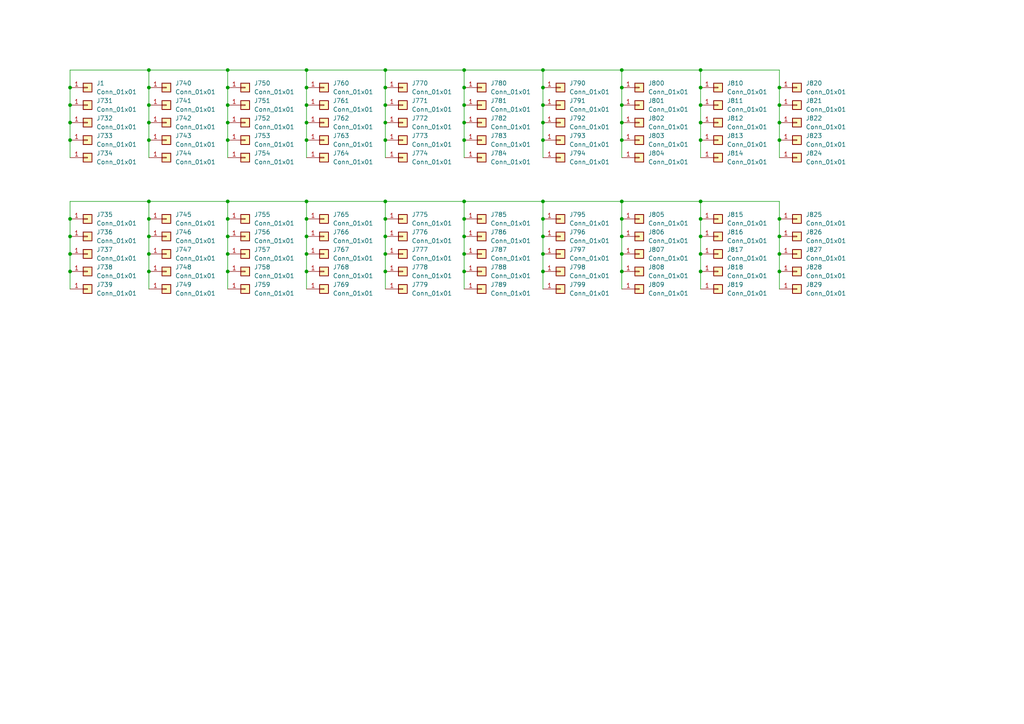
<source format=kicad_sch>
(kicad_sch
	(version 20250114)
	(generator "eeschema")
	(generator_version "9.0")
	(uuid "9a022c2c-9d6f-49e2-95a2-ebbd4c754dcb")
	(paper "A4")
	(lib_symbols
		(symbol "solderbread:Conn_01x01"
			(pin_names
				(offset 1.016)
				(hide yes)
			)
			(exclude_from_sim no)
			(in_bom yes)
			(on_board yes)
			(property "Reference" "J"
				(at 0 2.54 0)
				(effects
					(font
						(size 1.27 1.27)
					)
				)
			)
			(property "Value" "Conn_01x01"
				(at 0 -2.54 0)
				(effects
					(font
						(size 1.27 1.27)
					)
				)
			)
			(property "Footprint" "solderbread:single_pin"
				(at 0 0 0)
				(effects
					(font
						(size 1.27 1.27)
					)
					(hide yes)
				)
			)
			(property "Datasheet" "~"
				(at 0 0 0)
				(effects
					(font
						(size 1.27 1.27)
					)
					(hide yes)
				)
			)
			(property "Description" "Generic connector, single row, 01x01, script generated (kicad-library-utils/schlib/autogen/connector/)"
				(at 0 0 0)
				(effects
					(font
						(size 1.27 1.27)
					)
					(hide yes)
				)
			)
			(property "ki_keywords" "connector"
				(at 0 0 0)
				(effects
					(font
						(size 1.27 1.27)
					)
					(hide yes)
				)
			)
			(property "ki_fp_filters" "Connector*:*_1x??_*"
				(at 0 0 0)
				(effects
					(font
						(size 1.27 1.27)
					)
					(hide yes)
				)
			)
			(symbol "Conn_01x01_1_1"
				(rectangle
					(start -1.27 1.27)
					(end 1.27 -1.27)
					(stroke
						(width 0.254)
						(type default)
					)
					(fill
						(type background)
					)
				)
				(rectangle
					(start -1.27 0.127)
					(end 0 -0.127)
					(stroke
						(width 0.1524)
						(type default)
					)
					(fill
						(type none)
					)
				)
				(pin passive line
					(at -5.08 0 0)
					(length 3.81)
					(name "Pin_1"
						(effects
							(font
								(size 1.27 1.27)
							)
						)
					)
					(number "1"
						(effects
							(font
								(size 1.27 1.27)
							)
						)
					)
				)
			)
			(embedded_fonts no)
		)
	)
	(junction
		(at 111.76 40.64)
		(diameter 0)
		(color 0 0 0 0)
		(uuid "0400acf9-0d64-4bf6-a4c1-bc98d6940ed4")
	)
	(junction
		(at 111.76 78.74)
		(diameter 0)
		(color 0 0 0 0)
		(uuid "064426e3-aad3-46bf-9ee2-65c240c6a46d")
	)
	(junction
		(at 88.9 63.5)
		(diameter 0)
		(color 0 0 0 0)
		(uuid "0712753f-2365-4466-bde3-9b05e7c2a1bb")
	)
	(junction
		(at 134.62 73.66)
		(diameter 0)
		(color 0 0 0 0)
		(uuid "08c53b69-4179-461f-a9cc-2155b61ca324")
	)
	(junction
		(at 134.62 25.4)
		(diameter 0)
		(color 0 0 0 0)
		(uuid "097c3dc0-047e-4b94-85b2-e15d5e7b5a16")
	)
	(junction
		(at 134.62 40.64)
		(diameter 0)
		(color 0 0 0 0)
		(uuid "0a434a53-fb42-431d-94e5-96aa02ca7cdb")
	)
	(junction
		(at 66.04 40.64)
		(diameter 0)
		(color 0 0 0 0)
		(uuid "1100c93c-edf3-4efc-b7cf-e3e3396ecaad")
	)
	(junction
		(at 43.18 35.56)
		(diameter 0)
		(color 0 0 0 0)
		(uuid "12467bc1-bb01-40a1-a551-cb08d9289e34")
	)
	(junction
		(at 43.18 68.58)
		(diameter 0)
		(color 0 0 0 0)
		(uuid "1508cf67-f377-41b6-b0b6-f04d4793fa36")
	)
	(junction
		(at 43.18 73.66)
		(diameter 0)
		(color 0 0 0 0)
		(uuid "15d64a11-afc7-40de-adc1-1f3b7bc2d4ef")
	)
	(junction
		(at 203.2 68.58)
		(diameter 0)
		(color 0 0 0 0)
		(uuid "18164ddb-fa2a-4eba-914f-d20277c8ef3c")
	)
	(junction
		(at 134.62 78.74)
		(diameter 0)
		(color 0 0 0 0)
		(uuid "19b02617-e3e1-46dc-ad4c-fe9785b917a8")
	)
	(junction
		(at 226.06 63.5)
		(diameter 0)
		(color 0 0 0 0)
		(uuid "19d3cd66-1f0f-45aa-be0a-d4c0dfd1c456")
	)
	(junction
		(at 180.34 78.74)
		(diameter 0)
		(color 0 0 0 0)
		(uuid "1cffaa54-dcf4-4390-92fe-b72526c7adc6")
	)
	(junction
		(at 226.06 73.66)
		(diameter 0)
		(color 0 0 0 0)
		(uuid "20a117c5-7d92-4197-90d2-956cfda1cb80")
	)
	(junction
		(at 134.62 20.32)
		(diameter 0)
		(color 0 0 0 0)
		(uuid "24786c85-2fda-42df-871b-f3cec743ffbc")
	)
	(junction
		(at 66.04 30.48)
		(diameter 0)
		(color 0 0 0 0)
		(uuid "2648ae64-a278-4018-9c7e-53151c446c3c")
	)
	(junction
		(at 88.9 78.74)
		(diameter 0)
		(color 0 0 0 0)
		(uuid "2839b443-bc1f-48c2-9afc-6582a2f6b781")
	)
	(junction
		(at 66.04 25.4)
		(diameter 0)
		(color 0 0 0 0)
		(uuid "306c75ea-127b-46f1-8398-4495efccd729")
	)
	(junction
		(at 111.76 63.5)
		(diameter 0)
		(color 0 0 0 0)
		(uuid "31d2c9ba-0a0c-4f7d-9c94-47f2b806ffc9")
	)
	(junction
		(at 20.32 25.4)
		(diameter 0)
		(color 0 0 0 0)
		(uuid "3547bac3-f07b-47a3-901c-223df52edc50")
	)
	(junction
		(at 43.18 25.4)
		(diameter 0)
		(color 0 0 0 0)
		(uuid "358f0c5a-3f70-4c56-8e06-f02e60e446fe")
	)
	(junction
		(at 66.04 78.74)
		(diameter 0)
		(color 0 0 0 0)
		(uuid "3a8cb1b6-dd84-4fe7-afa4-774a7ef7dea2")
	)
	(junction
		(at 43.18 40.64)
		(diameter 0)
		(color 0 0 0 0)
		(uuid "426f4090-0752-40fb-af60-c2a33b53417a")
	)
	(junction
		(at 20.32 40.64)
		(diameter 0)
		(color 0 0 0 0)
		(uuid "428b00d1-823a-4892-a572-20f8f6cbe433")
	)
	(junction
		(at 157.48 30.48)
		(diameter 0)
		(color 0 0 0 0)
		(uuid "42e8a7d3-975b-4abf-8900-b695934f98b6")
	)
	(junction
		(at 180.34 30.48)
		(diameter 0)
		(color 0 0 0 0)
		(uuid "4466f374-ff99-4abc-a561-79733b3469e1")
	)
	(junction
		(at 88.9 20.32)
		(diameter 0)
		(color 0 0 0 0)
		(uuid "46ce33c1-36e1-4916-a0fa-7038ac951a1a")
	)
	(junction
		(at 180.34 20.32)
		(diameter 0)
		(color 0 0 0 0)
		(uuid "48b2f138-0c89-49e1-8d8f-b7510c348511")
	)
	(junction
		(at 111.76 20.32)
		(diameter 0)
		(color 0 0 0 0)
		(uuid "49b3a5bb-c8b0-4e3d-8c43-5dd5dde448b7")
	)
	(junction
		(at 66.04 58.42)
		(diameter 0)
		(color 0 0 0 0)
		(uuid "4c5ae027-2001-437e-bf2c-c6bb2dfbf603")
	)
	(junction
		(at 180.34 58.42)
		(diameter 0)
		(color 0 0 0 0)
		(uuid "4dc2b541-d113-4c34-8cd3-763bc1014a31")
	)
	(junction
		(at 226.06 68.58)
		(diameter 0)
		(color 0 0 0 0)
		(uuid "50355ab7-6103-4f25-889b-cb0711690111")
	)
	(junction
		(at 203.2 25.4)
		(diameter 0)
		(color 0 0 0 0)
		(uuid "52054095-1101-455b-a70c-123705140552")
	)
	(junction
		(at 66.04 20.32)
		(diameter 0)
		(color 0 0 0 0)
		(uuid "520c2a9a-3d39-4993-8604-a466f1407a26")
	)
	(junction
		(at 180.34 35.56)
		(diameter 0)
		(color 0 0 0 0)
		(uuid "54abc8f9-5330-472e-8a28-1f4eb25c3d0c")
	)
	(junction
		(at 157.48 35.56)
		(diameter 0)
		(color 0 0 0 0)
		(uuid "57355f89-0685-4b19-a301-c9307ec9930f")
	)
	(junction
		(at 226.06 30.48)
		(diameter 0)
		(color 0 0 0 0)
		(uuid "57b7dba5-e8d9-40ab-bf25-5bb9e8857f29")
	)
	(junction
		(at 20.32 63.5)
		(diameter 0)
		(color 0 0 0 0)
		(uuid "5b8c7ad4-c548-4d64-afc2-9887da373e9c")
	)
	(junction
		(at 20.32 78.74)
		(diameter 0)
		(color 0 0 0 0)
		(uuid "5c46f816-1ed3-4ab9-b8a2-35385b99fff9")
	)
	(junction
		(at 134.62 68.58)
		(diameter 0)
		(color 0 0 0 0)
		(uuid "5c6e5727-f034-493c-b478-f64bc3a116e4")
	)
	(junction
		(at 180.34 68.58)
		(diameter 0)
		(color 0 0 0 0)
		(uuid "62acb50c-f3d4-4bbd-8afc-f7ad36c40648")
	)
	(junction
		(at 157.48 63.5)
		(diameter 0)
		(color 0 0 0 0)
		(uuid "63604c54-791b-4953-b953-f3deeac4d58c")
	)
	(junction
		(at 88.9 40.64)
		(diameter 0)
		(color 0 0 0 0)
		(uuid "6429c314-5e94-4c62-bfb1-8eaf37955007")
	)
	(junction
		(at 88.9 35.56)
		(diameter 0)
		(color 0 0 0 0)
		(uuid "65790bcc-94f5-4e0e-8f80-275507cbc646")
	)
	(junction
		(at 203.2 63.5)
		(diameter 0)
		(color 0 0 0 0)
		(uuid "6a6d0546-948e-4b6b-ad28-b8e9c12e97cb")
	)
	(junction
		(at 180.34 73.66)
		(diameter 0)
		(color 0 0 0 0)
		(uuid "6b7f7d15-cad5-472c-b92d-d35d9b3714aa")
	)
	(junction
		(at 66.04 63.5)
		(diameter 0)
		(color 0 0 0 0)
		(uuid "6f221118-3f8c-489a-800e-8adf879070f4")
	)
	(junction
		(at 203.2 35.56)
		(diameter 0)
		(color 0 0 0 0)
		(uuid "6f49c548-c08b-4620-b800-aba00ccc8f89")
	)
	(junction
		(at 226.06 25.4)
		(diameter 0)
		(color 0 0 0 0)
		(uuid "71de7f6a-dcdb-4d94-ac72-4de5068b4f8d")
	)
	(junction
		(at 20.32 30.48)
		(diameter 0)
		(color 0 0 0 0)
		(uuid "728cdc8d-7924-4c56-b9a3-0d724a9a80dd")
	)
	(junction
		(at 88.9 58.42)
		(diameter 0)
		(color 0 0 0 0)
		(uuid "74603701-ac34-49b7-ad97-8cec73924f3f")
	)
	(junction
		(at 226.06 78.74)
		(diameter 0)
		(color 0 0 0 0)
		(uuid "755d3856-afb1-4848-bc77-b0c517d9ba78")
	)
	(junction
		(at 134.62 63.5)
		(diameter 0)
		(color 0 0 0 0)
		(uuid "78f4a652-bf86-47c3-b16d-6f61267ff4e3")
	)
	(junction
		(at 134.62 30.48)
		(diameter 0)
		(color 0 0 0 0)
		(uuid "7b9ad1e3-60c8-48a3-af19-b1609645f1c7")
	)
	(junction
		(at 134.62 35.56)
		(diameter 0)
		(color 0 0 0 0)
		(uuid "7bbea687-93fa-43ef-b8dc-7a46d041fffe")
	)
	(junction
		(at 43.18 58.42)
		(diameter 0)
		(color 0 0 0 0)
		(uuid "7c76e1ec-7c9f-4692-8b52-2a0d8c752ef9")
	)
	(junction
		(at 111.76 25.4)
		(diameter 0)
		(color 0 0 0 0)
		(uuid "7e19f98d-2ccd-4953-8080-caa361eeed90")
	)
	(junction
		(at 111.76 35.56)
		(diameter 0)
		(color 0 0 0 0)
		(uuid "84ebbb46-a202-4ff5-b8b9-d2b02bbeea3f")
	)
	(junction
		(at 157.48 58.42)
		(diameter 0)
		(color 0 0 0 0)
		(uuid "87423ebe-0670-424e-baec-eed2dd4e559d")
	)
	(junction
		(at 20.32 73.66)
		(diameter 0)
		(color 0 0 0 0)
		(uuid "87cb3fb9-394b-4dc5-8b86-1b43ea28113a")
	)
	(junction
		(at 157.48 40.64)
		(diameter 0)
		(color 0 0 0 0)
		(uuid "88db5eca-3200-4a4e-85a6-cf2894346c7f")
	)
	(junction
		(at 180.34 40.64)
		(diameter 0)
		(color 0 0 0 0)
		(uuid "8c03ac27-437b-45f0-99db-f7794777b389")
	)
	(junction
		(at 203.2 58.42)
		(diameter 0)
		(color 0 0 0 0)
		(uuid "9061bd8d-a85d-48d1-b46e-5ab6ed80d1e4")
	)
	(junction
		(at 180.34 63.5)
		(diameter 0)
		(color 0 0 0 0)
		(uuid "91d52d70-1cbb-48cd-b208-c8fb97e37dfb")
	)
	(junction
		(at 88.9 68.58)
		(diameter 0)
		(color 0 0 0 0)
		(uuid "98f1c89f-f056-4b67-9c41-a4ee243c8d7f")
	)
	(junction
		(at 157.48 73.66)
		(diameter 0)
		(color 0 0 0 0)
		(uuid "9bc0c917-bb05-40a6-8b03-eb1d0c0ac254")
	)
	(junction
		(at 203.2 78.74)
		(diameter 0)
		(color 0 0 0 0)
		(uuid "a84ece64-3512-4e92-82d0-ba978fd5fcf2")
	)
	(junction
		(at 111.76 30.48)
		(diameter 0)
		(color 0 0 0 0)
		(uuid "adfe8894-c0bc-4a54-8edf-285b4ff5f798")
	)
	(junction
		(at 43.18 63.5)
		(diameter 0)
		(color 0 0 0 0)
		(uuid "af2a4730-5263-4385-af15-52efe6d4897d")
	)
	(junction
		(at 88.9 73.66)
		(diameter 0)
		(color 0 0 0 0)
		(uuid "b0413b3d-2803-4a65-a0a8-9cf1dbbaff45")
	)
	(junction
		(at 66.04 73.66)
		(diameter 0)
		(color 0 0 0 0)
		(uuid "b8a48ede-2f24-4991-905f-3b5adb64a16c")
	)
	(junction
		(at 226.06 35.56)
		(diameter 0)
		(color 0 0 0 0)
		(uuid "b9de5684-ffbf-4e9b-b806-205b89d91063")
	)
	(junction
		(at 180.34 25.4)
		(diameter 0)
		(color 0 0 0 0)
		(uuid "befa23e2-5e54-4e82-82f4-c690d15e2f64")
	)
	(junction
		(at 66.04 35.56)
		(diameter 0)
		(color 0 0 0 0)
		(uuid "bf4465a4-96dc-41ae-aeef-345056dedb32")
	)
	(junction
		(at 157.48 20.32)
		(diameter 0)
		(color 0 0 0 0)
		(uuid "c607c6b6-20a2-475b-9d9c-3ef2747ba07c")
	)
	(junction
		(at 43.18 20.32)
		(diameter 0)
		(color 0 0 0 0)
		(uuid "c61be3ad-66b2-4fbc-8f23-27370cc7895f")
	)
	(junction
		(at 20.32 68.58)
		(diameter 0)
		(color 0 0 0 0)
		(uuid "c826e718-da28-461c-9bf2-649270f1c51a")
	)
	(junction
		(at 226.06 40.64)
		(diameter 0)
		(color 0 0 0 0)
		(uuid "c856b81b-d461-42b4-b8eb-bd197c06660c")
	)
	(junction
		(at 157.48 25.4)
		(diameter 0)
		(color 0 0 0 0)
		(uuid "c896574d-4458-4113-baf4-c5a39c25c6bf")
	)
	(junction
		(at 203.2 73.66)
		(diameter 0)
		(color 0 0 0 0)
		(uuid "c9dc75b5-8e9e-4a04-a4be-1da90bb8ac5e")
	)
	(junction
		(at 157.48 78.74)
		(diameter 0)
		(color 0 0 0 0)
		(uuid "cc68e74e-cc4e-487b-bdd2-03bbbcb82fc3")
	)
	(junction
		(at 111.76 68.58)
		(diameter 0)
		(color 0 0 0 0)
		(uuid "cfd27afb-724a-4286-85f2-ca146a33632b")
	)
	(junction
		(at 203.2 20.32)
		(diameter 0)
		(color 0 0 0 0)
		(uuid "d46b0776-5bb5-4b66-b843-1e6b2835333b")
	)
	(junction
		(at 203.2 40.64)
		(diameter 0)
		(color 0 0 0 0)
		(uuid "d4d5a756-aec5-4afc-8519-63ec996062a9")
	)
	(junction
		(at 203.2 30.48)
		(diameter 0)
		(color 0 0 0 0)
		(uuid "dc4c3c8b-5e31-45f5-8516-2055229e5516")
	)
	(junction
		(at 157.48 68.58)
		(diameter 0)
		(color 0 0 0 0)
		(uuid "dd38c8db-fbf2-4ef2-8600-8fb7e2b5af7d")
	)
	(junction
		(at 88.9 30.48)
		(diameter 0)
		(color 0 0 0 0)
		(uuid "deab24b4-3406-4f0a-af19-f0b0bfc493fa")
	)
	(junction
		(at 111.76 58.42)
		(diameter 0)
		(color 0 0 0 0)
		(uuid "dec72662-fb72-45e2-82ac-12f554501646")
	)
	(junction
		(at 43.18 30.48)
		(diameter 0)
		(color 0 0 0 0)
		(uuid "e1aab78f-689a-4507-8eb9-dfb8c56ce587")
	)
	(junction
		(at 66.04 68.58)
		(diameter 0)
		(color 0 0 0 0)
		(uuid "e5285bdc-e732-474c-b581-7f39c93bdb1a")
	)
	(junction
		(at 111.76 73.66)
		(diameter 0)
		(color 0 0 0 0)
		(uuid "f3b5215d-4581-41e4-aa8b-58d4807d121d")
	)
	(junction
		(at 88.9 25.4)
		(diameter 0)
		(color 0 0 0 0)
		(uuid "f8ac3a69-5e02-4160-b90e-871bbe141d6a")
	)
	(junction
		(at 43.18 78.74)
		(diameter 0)
		(color 0 0 0 0)
		(uuid "f8f59ae1-51f0-4799-a224-815d2d5fa9a4")
	)
	(junction
		(at 20.32 35.56)
		(diameter 0)
		(color 0 0 0 0)
		(uuid "fa413b6a-1dc3-49a9-bc53-7317be326ac5")
	)
	(junction
		(at 134.62 58.42)
		(diameter 0)
		(color 0 0 0 0)
		(uuid "fec49fe5-5cd7-4b7e-b157-00c98e6bd030")
	)
	(wire
		(pts
			(xy 88.9 30.48) (xy 88.9 35.56)
		)
		(stroke
			(width 0)
			(type default)
		)
		(uuid "05fc8d58-188f-49c9-8639-5de0fcbb4db1")
	)
	(wire
		(pts
			(xy 157.48 63.5) (xy 157.48 68.58)
		)
		(stroke
			(width 0)
			(type default)
		)
		(uuid "0671e59a-d6e0-4434-a3d7-8f1191ad34cb")
	)
	(wire
		(pts
			(xy 43.18 25.4) (xy 43.18 30.48)
		)
		(stroke
			(width 0)
			(type default)
		)
		(uuid "072ee802-a2a5-441c-968e-e539c4660d8c")
	)
	(wire
		(pts
			(xy 157.48 40.64) (xy 157.48 45.72)
		)
		(stroke
			(width 0)
			(type default)
		)
		(uuid "09301715-3f92-4d08-af7e-67d8c1cc9d17")
	)
	(wire
		(pts
			(xy 88.9 78.74) (xy 88.9 83.82)
		)
		(stroke
			(width 0)
			(type default)
		)
		(uuid "0a43c6fb-a1b6-40d2-986f-5747570e4c33")
	)
	(wire
		(pts
			(xy 203.2 20.32) (xy 226.06 20.32)
		)
		(stroke
			(width 0)
			(type default)
		)
		(uuid "11fccec9-e1aa-46e5-ab71-7674930ec22f")
	)
	(wire
		(pts
			(xy 226.06 20.32) (xy 226.06 25.4)
		)
		(stroke
			(width 0)
			(type default)
		)
		(uuid "13305854-c3e0-4032-b07c-a471121032d9")
	)
	(wire
		(pts
			(xy 66.04 30.48) (xy 66.04 35.56)
		)
		(stroke
			(width 0)
			(type default)
		)
		(uuid "157f3548-aacd-45d1-8458-83be807be70c")
	)
	(wire
		(pts
			(xy 111.76 68.58) (xy 111.76 73.66)
		)
		(stroke
			(width 0)
			(type default)
		)
		(uuid "15b6127e-2b65-4d42-98b8-d404caa76b93")
	)
	(wire
		(pts
			(xy 226.06 30.48) (xy 226.06 35.56)
		)
		(stroke
			(width 0)
			(type default)
		)
		(uuid "176b5ca7-a5ff-41f6-b30c-ef0a74fcec5c")
	)
	(wire
		(pts
			(xy 20.32 78.74) (xy 20.32 73.66)
		)
		(stroke
			(width 0)
			(type default)
		)
		(uuid "1e496a35-60c5-4170-a75b-d58357f5dc64")
	)
	(wire
		(pts
			(xy 43.18 58.42) (xy 43.18 63.5)
		)
		(stroke
			(width 0)
			(type default)
		)
		(uuid "2086e4bf-93d4-4cc5-8cec-535237bdd1fe")
	)
	(wire
		(pts
			(xy 88.9 68.58) (xy 88.9 73.66)
		)
		(stroke
			(width 0)
			(type default)
		)
		(uuid "22c03d89-67d7-465d-a749-d7215a95966b")
	)
	(wire
		(pts
			(xy 20.32 30.48) (xy 20.32 25.4)
		)
		(stroke
			(width 0)
			(type default)
		)
		(uuid "232c58f1-403b-4a77-adfe-1500aeacc1a3")
	)
	(wire
		(pts
			(xy 134.62 20.32) (xy 134.62 25.4)
		)
		(stroke
			(width 0)
			(type default)
		)
		(uuid "26537585-0add-472d-8f81-a3d3eeb5b272")
	)
	(wire
		(pts
			(xy 203.2 20.32) (xy 203.2 25.4)
		)
		(stroke
			(width 0)
			(type default)
		)
		(uuid "2685db69-0560-4cf1-9a0e-0394760e56ec")
	)
	(wire
		(pts
			(xy 43.18 73.66) (xy 43.18 78.74)
		)
		(stroke
			(width 0)
			(type default)
		)
		(uuid "2864e892-cb04-40c5-bf3f-3d8f5a57d81e")
	)
	(wire
		(pts
			(xy 226.06 40.64) (xy 226.06 45.72)
		)
		(stroke
			(width 0)
			(type default)
		)
		(uuid "291ae08b-6608-414a-94b3-38fa1f9bde17")
	)
	(wire
		(pts
			(xy 226.06 25.4) (xy 226.06 30.48)
		)
		(stroke
			(width 0)
			(type default)
		)
		(uuid "2a8412b0-e1bf-4213-9edd-7da45501433c")
	)
	(wire
		(pts
			(xy 66.04 73.66) (xy 66.04 78.74)
		)
		(stroke
			(width 0)
			(type default)
		)
		(uuid "2c57dc05-073c-4e71-9887-41bfe5e50b17")
	)
	(wire
		(pts
			(xy 157.48 73.66) (xy 157.48 78.74)
		)
		(stroke
			(width 0)
			(type default)
		)
		(uuid "2ebb84ec-921f-4b5c-8f1f-a9e3b53f4562")
	)
	(wire
		(pts
			(xy 88.9 20.32) (xy 88.9 25.4)
		)
		(stroke
			(width 0)
			(type default)
		)
		(uuid "301210a1-2f89-4ce8-b5a3-91854e85612b")
	)
	(wire
		(pts
			(xy 43.18 20.32) (xy 43.18 25.4)
		)
		(stroke
			(width 0)
			(type default)
		)
		(uuid "312e1a66-80c1-44d1-ae66-168435f36cc8")
	)
	(wire
		(pts
			(xy 66.04 63.5) (xy 66.04 68.58)
		)
		(stroke
			(width 0)
			(type default)
		)
		(uuid "32f05804-a809-4fa0-bc0f-c84f7b3d2b4e")
	)
	(wire
		(pts
			(xy 20.32 40.64) (xy 20.32 35.56)
		)
		(stroke
			(width 0)
			(type default)
		)
		(uuid "34e33041-41a5-41aa-b73b-1d71cfe1ccd9")
	)
	(wire
		(pts
			(xy 180.34 68.58) (xy 180.34 73.66)
		)
		(stroke
			(width 0)
			(type default)
		)
		(uuid "37e9e179-7293-4b50-bb8e-499c221db071")
	)
	(wire
		(pts
			(xy 134.62 40.64) (xy 134.62 45.72)
		)
		(stroke
			(width 0)
			(type default)
		)
		(uuid "38566e6e-2458-4a67-9128-f19da5ce3481")
	)
	(wire
		(pts
			(xy 134.62 58.42) (xy 157.48 58.42)
		)
		(stroke
			(width 0)
			(type default)
		)
		(uuid "38c1b2b8-c0b3-405d-8be0-e2e17885a11b")
	)
	(wire
		(pts
			(xy 20.32 83.82) (xy 20.32 78.74)
		)
		(stroke
			(width 0)
			(type default)
		)
		(uuid "39f2612d-25bd-4123-8662-9bd4751e70de")
	)
	(wire
		(pts
			(xy 134.62 68.58) (xy 134.62 73.66)
		)
		(stroke
			(width 0)
			(type default)
		)
		(uuid "3b56087a-604a-41b6-aaee-fa2bfea242d1")
	)
	(wire
		(pts
			(xy 134.62 30.48) (xy 134.62 35.56)
		)
		(stroke
			(width 0)
			(type default)
		)
		(uuid "3e65f1b5-3278-48f6-b43e-8a2c3f75b46d")
	)
	(wire
		(pts
			(xy 180.34 35.56) (xy 180.34 40.64)
		)
		(stroke
			(width 0)
			(type default)
		)
		(uuid "442d7441-a0d9-49f7-ac0e-b32591489635")
	)
	(wire
		(pts
			(xy 111.76 30.48) (xy 111.76 35.56)
		)
		(stroke
			(width 0)
			(type default)
		)
		(uuid "481b3a73-21fa-4301-a1b6-6e651aa9b737")
	)
	(wire
		(pts
			(xy 134.62 20.32) (xy 157.48 20.32)
		)
		(stroke
			(width 0)
			(type default)
		)
		(uuid "4b579eeb-7bc9-4396-893f-041c568cf6a9")
	)
	(wire
		(pts
			(xy 180.34 20.32) (xy 180.34 25.4)
		)
		(stroke
			(width 0)
			(type default)
		)
		(uuid "4c9082b1-c520-4bc7-a9ad-1c76947c80e0")
	)
	(wire
		(pts
			(xy 20.32 25.4) (xy 20.32 20.32)
		)
		(stroke
			(width 0)
			(type default)
		)
		(uuid "4ce62092-1339-470c-ac1e-cdfc95fa0652")
	)
	(wire
		(pts
			(xy 226.06 78.74) (xy 226.06 83.82)
		)
		(stroke
			(width 0)
			(type default)
		)
		(uuid "4e556bd4-7d01-4c58-9ca2-35a900b0d60b")
	)
	(wire
		(pts
			(xy 180.34 30.48) (xy 180.34 35.56)
		)
		(stroke
			(width 0)
			(type default)
		)
		(uuid "4e810dfd-dcf9-45d3-8478-c3c49365dcb8")
	)
	(wire
		(pts
			(xy 43.18 63.5) (xy 43.18 68.58)
		)
		(stroke
			(width 0)
			(type default)
		)
		(uuid "4f05fffe-0257-4ada-be2d-d19fdcedf1c2")
	)
	(wire
		(pts
			(xy 134.62 78.74) (xy 134.62 83.82)
		)
		(stroke
			(width 0)
			(type default)
		)
		(uuid "54ecb549-7071-4ea0-a681-90abd7d783a5")
	)
	(wire
		(pts
			(xy 157.48 68.58) (xy 157.48 73.66)
		)
		(stroke
			(width 0)
			(type default)
		)
		(uuid "563459af-ba47-40df-9360-65592d244025")
	)
	(wire
		(pts
			(xy 203.2 30.48) (xy 203.2 35.56)
		)
		(stroke
			(width 0)
			(type default)
		)
		(uuid "57f747da-f73b-47e2-855e-746187074d7d")
	)
	(wire
		(pts
			(xy 111.76 78.74) (xy 111.76 83.82)
		)
		(stroke
			(width 0)
			(type default)
		)
		(uuid "592317bf-1635-4b73-aebc-add000da70ce")
	)
	(wire
		(pts
			(xy 157.48 35.56) (xy 157.48 40.64)
		)
		(stroke
			(width 0)
			(type default)
		)
		(uuid "594df4a8-7c70-4126-a9f4-22c93b8f1a8c")
	)
	(wire
		(pts
			(xy 111.76 40.64) (xy 111.76 45.72)
		)
		(stroke
			(width 0)
			(type default)
		)
		(uuid "606960bc-6983-4fbf-a792-2d4638780764")
	)
	(wire
		(pts
			(xy 111.76 35.56) (xy 111.76 40.64)
		)
		(stroke
			(width 0)
			(type default)
		)
		(uuid "62da3615-3c7a-48f6-ad39-65581f2b9a38")
	)
	(wire
		(pts
			(xy 226.06 63.5) (xy 226.06 68.58)
		)
		(stroke
			(width 0)
			(type default)
		)
		(uuid "630659a6-2f46-4099-8701-4e8ae9a1efcd")
	)
	(wire
		(pts
			(xy 88.9 35.56) (xy 88.9 40.64)
		)
		(stroke
			(width 0)
			(type default)
		)
		(uuid "6441135d-4ca7-4a43-b9ba-f1e7a679edd2")
	)
	(wire
		(pts
			(xy 20.32 45.72) (xy 20.32 40.64)
		)
		(stroke
			(width 0)
			(type default)
		)
		(uuid "6d568393-3de1-45ce-a649-f2fadddb085a")
	)
	(wire
		(pts
			(xy 20.32 73.66) (xy 20.32 68.58)
		)
		(stroke
			(width 0)
			(type default)
		)
		(uuid "6fedae89-c9ae-48be-ab53-daca03090eb9")
	)
	(wire
		(pts
			(xy 157.48 25.4) (xy 157.48 30.48)
		)
		(stroke
			(width 0)
			(type default)
		)
		(uuid "701ba22c-3aaa-440d-a49a-18f2923f7cab")
	)
	(wire
		(pts
			(xy 88.9 40.64) (xy 88.9 45.72)
		)
		(stroke
			(width 0)
			(type default)
		)
		(uuid "71ca0549-cabd-43f6-9020-88d8587e5d89")
	)
	(wire
		(pts
			(xy 66.04 20.32) (xy 88.9 20.32)
		)
		(stroke
			(width 0)
			(type default)
		)
		(uuid "7297fb7a-4d3e-46e3-9b8d-1365a93702d8")
	)
	(wire
		(pts
			(xy 180.34 40.64) (xy 180.34 45.72)
		)
		(stroke
			(width 0)
			(type default)
		)
		(uuid "72ad8bee-3457-4da5-82d8-a6769b8c7f28")
	)
	(wire
		(pts
			(xy 157.48 20.32) (xy 157.48 25.4)
		)
		(stroke
			(width 0)
			(type default)
		)
		(uuid "72e944fa-bac6-4a2e-a4ce-5bbc2e28e01c")
	)
	(wire
		(pts
			(xy 134.62 25.4) (xy 134.62 30.48)
		)
		(stroke
			(width 0)
			(type default)
		)
		(uuid "752594ae-c28b-4cb7-96a2-63261b427c3c")
	)
	(wire
		(pts
			(xy 20.32 58.42) (xy 43.18 58.42)
		)
		(stroke
			(width 0)
			(type default)
		)
		(uuid "770c0412-f554-4b6e-af4d-0d609691f1cf")
	)
	(wire
		(pts
			(xy 157.48 58.42) (xy 180.34 58.42)
		)
		(stroke
			(width 0)
			(type default)
		)
		(uuid "7a7d902a-6390-4ff5-aa5c-25b8ffce1114")
	)
	(wire
		(pts
			(xy 111.76 25.4) (xy 111.76 30.48)
		)
		(stroke
			(width 0)
			(type default)
		)
		(uuid "7e4b6294-b11f-42e2-859d-b6a82650b9de")
	)
	(wire
		(pts
			(xy 180.34 25.4) (xy 180.34 30.48)
		)
		(stroke
			(width 0)
			(type default)
		)
		(uuid "7f270019-fe1a-4e8c-8830-dfa81962337b")
	)
	(wire
		(pts
			(xy 43.18 78.74) (xy 43.18 83.82)
		)
		(stroke
			(width 0)
			(type default)
		)
		(uuid "8079157e-5f53-43a5-8c0e-aedc85f0819b")
	)
	(wire
		(pts
			(xy 66.04 58.42) (xy 88.9 58.42)
		)
		(stroke
			(width 0)
			(type default)
		)
		(uuid "81ec88ac-3c2b-4453-ae3c-3471d80013e8")
	)
	(wire
		(pts
			(xy 180.34 58.42) (xy 180.34 63.5)
		)
		(stroke
			(width 0)
			(type default)
		)
		(uuid "85894d99-8ab5-4748-a9f5-14d93afb1c5d")
	)
	(wire
		(pts
			(xy 180.34 78.74) (xy 180.34 83.82)
		)
		(stroke
			(width 0)
			(type default)
		)
		(uuid "86e0df3a-539c-48e0-b040-4f6e3c641c20")
	)
	(wire
		(pts
			(xy 226.06 58.42) (xy 226.06 63.5)
		)
		(stroke
			(width 0)
			(type default)
		)
		(uuid "8b36ec59-6e39-4c31-be90-178e2deb4957")
	)
	(wire
		(pts
			(xy 180.34 58.42) (xy 203.2 58.42)
		)
		(stroke
			(width 0)
			(type default)
		)
		(uuid "8b88d833-3bb6-4d5b-8b32-63a895f581be")
	)
	(wire
		(pts
			(xy 88.9 73.66) (xy 88.9 78.74)
		)
		(stroke
			(width 0)
			(type default)
		)
		(uuid "8e69364a-fd07-46fa-bbca-6fc6d4b194cd")
	)
	(wire
		(pts
			(xy 20.32 35.56) (xy 20.32 30.48)
		)
		(stroke
			(width 0)
			(type default)
		)
		(uuid "8f8e1022-952b-4cf2-a4ed-c02004ae847d")
	)
	(wire
		(pts
			(xy 111.76 20.32) (xy 134.62 20.32)
		)
		(stroke
			(width 0)
			(type default)
		)
		(uuid "9152fd67-577a-4670-8a6c-9344863c5325")
	)
	(wire
		(pts
			(xy 203.2 25.4) (xy 203.2 30.48)
		)
		(stroke
			(width 0)
			(type default)
		)
		(uuid "91701e5f-1f3f-48dc-bdad-f040f389d91d")
	)
	(wire
		(pts
			(xy 88.9 20.32) (xy 111.76 20.32)
		)
		(stroke
			(width 0)
			(type default)
		)
		(uuid "92b9c62a-fc0c-400e-a029-425aa1bc5166")
	)
	(wire
		(pts
			(xy 226.06 68.58) (xy 226.06 73.66)
		)
		(stroke
			(width 0)
			(type default)
		)
		(uuid "95d58c25-d561-4207-8a55-b873dfc4e5fa")
	)
	(wire
		(pts
			(xy 203.2 68.58) (xy 203.2 73.66)
		)
		(stroke
			(width 0)
			(type default)
		)
		(uuid "992496d4-62be-427e-ba0b-573e89ffdcd6")
	)
	(wire
		(pts
			(xy 20.32 20.32) (xy 43.18 20.32)
		)
		(stroke
			(width 0)
			(type default)
		)
		(uuid "9aff02ef-922f-4f5c-af5d-01e4a6949697")
	)
	(wire
		(pts
			(xy 66.04 68.58) (xy 66.04 73.66)
		)
		(stroke
			(width 0)
			(type default)
		)
		(uuid "9c51d275-bfff-4dab-831a-c3b51823c78f")
	)
	(wire
		(pts
			(xy 134.62 58.42) (xy 134.62 63.5)
		)
		(stroke
			(width 0)
			(type default)
		)
		(uuid "9fee4edc-1e3f-4121-b530-abf378b74b49")
	)
	(wire
		(pts
			(xy 157.48 78.74) (xy 157.48 83.82)
		)
		(stroke
			(width 0)
			(type default)
		)
		(uuid "a400a3a8-330e-4fe6-8c5c-8fc0f49a88e0")
	)
	(wire
		(pts
			(xy 203.2 63.5) (xy 203.2 68.58)
		)
		(stroke
			(width 0)
			(type default)
		)
		(uuid "a731dcc6-0b73-49d6-8630-3bf26692c0c4")
	)
	(wire
		(pts
			(xy 111.76 20.32) (xy 111.76 25.4)
		)
		(stroke
			(width 0)
			(type default)
		)
		(uuid "a827ceb6-0211-4fc3-b687-99df9e6cb52d")
	)
	(wire
		(pts
			(xy 43.18 58.42) (xy 66.04 58.42)
		)
		(stroke
			(width 0)
			(type default)
		)
		(uuid "ab69c5e5-0551-4e6c-8a8c-9ac4062cc46e")
	)
	(wire
		(pts
			(xy 66.04 20.32) (xy 66.04 25.4)
		)
		(stroke
			(width 0)
			(type default)
		)
		(uuid "ad257a2a-e990-447b-80e4-336f2b1dfd11")
	)
	(wire
		(pts
			(xy 66.04 40.64) (xy 66.04 45.72)
		)
		(stroke
			(width 0)
			(type default)
		)
		(uuid "ad67e919-76d7-4f0c-b9bf-97ddafaf0f7f")
	)
	(wire
		(pts
			(xy 180.34 20.32) (xy 203.2 20.32)
		)
		(stroke
			(width 0)
			(type default)
		)
		(uuid "b0cc0774-5999-4bc1-89ed-1979d06fbefa")
	)
	(wire
		(pts
			(xy 157.48 30.48) (xy 157.48 35.56)
		)
		(stroke
			(width 0)
			(type default)
		)
		(uuid "b2c983ee-41d9-4531-8f68-e313df6c2989")
	)
	(wire
		(pts
			(xy 20.32 68.58) (xy 20.32 63.5)
		)
		(stroke
			(width 0)
			(type default)
		)
		(uuid "b3d97749-a3b0-4f5a-ac78-c06aa42bfad5")
	)
	(wire
		(pts
			(xy 66.04 25.4) (xy 66.04 30.48)
		)
		(stroke
			(width 0)
			(type default)
		)
		(uuid "b79ae077-01ab-455b-9c1f-8f5281578ff4")
	)
	(wire
		(pts
			(xy 226.06 73.66) (xy 226.06 78.74)
		)
		(stroke
			(width 0)
			(type default)
		)
		(uuid "bb2c40bf-00d6-44f1-ac39-dd18dcfa6ab1")
	)
	(wire
		(pts
			(xy 111.76 73.66) (xy 111.76 78.74)
		)
		(stroke
			(width 0)
			(type default)
		)
		(uuid "bdb4f6ca-9c9e-4a7e-ad31-1b657089593f")
	)
	(wire
		(pts
			(xy 203.2 40.64) (xy 203.2 45.72)
		)
		(stroke
			(width 0)
			(type default)
		)
		(uuid "bfef7e5b-d093-475b-ada0-7e1383b7b8d2")
	)
	(wire
		(pts
			(xy 134.62 35.56) (xy 134.62 40.64)
		)
		(stroke
			(width 0)
			(type default)
		)
		(uuid "c8edbecb-764e-4651-aba0-de0329bfff9e")
	)
	(wire
		(pts
			(xy 43.18 30.48) (xy 43.18 35.56)
		)
		(stroke
			(width 0)
			(type default)
		)
		(uuid "caa073df-572c-4346-8180-fe5af689944a")
	)
	(wire
		(pts
			(xy 88.9 58.42) (xy 88.9 63.5)
		)
		(stroke
			(width 0)
			(type default)
		)
		(uuid "cae58968-f871-4c78-af69-e6638574709a")
	)
	(wire
		(pts
			(xy 203.2 58.42) (xy 203.2 63.5)
		)
		(stroke
			(width 0)
			(type default)
		)
		(uuid "cb747aa3-209a-4981-b4ce-a71eb3d51d53")
	)
	(wire
		(pts
			(xy 111.76 58.42) (xy 134.62 58.42)
		)
		(stroke
			(width 0)
			(type default)
		)
		(uuid "ccee7a7a-ad00-425b-9910-dccc3ee1fdc6")
	)
	(wire
		(pts
			(xy 88.9 63.5) (xy 88.9 68.58)
		)
		(stroke
			(width 0)
			(type default)
		)
		(uuid "ce6822b4-797a-47c6-a5e8-64857218698b")
	)
	(wire
		(pts
			(xy 88.9 58.42) (xy 111.76 58.42)
		)
		(stroke
			(width 0)
			(type default)
		)
		(uuid "d2166365-e159-466d-8c9b-bedd6f66a8c6")
	)
	(wire
		(pts
			(xy 180.34 73.66) (xy 180.34 78.74)
		)
		(stroke
			(width 0)
			(type default)
		)
		(uuid "d31a0f5f-01f3-4284-9c5f-7433468c4c28")
	)
	(wire
		(pts
			(xy 43.18 20.32) (xy 66.04 20.32)
		)
		(stroke
			(width 0)
			(type default)
		)
		(uuid "d44fa66e-0cda-499e-a37c-a066e2f778cf")
	)
	(wire
		(pts
			(xy 111.76 63.5) (xy 111.76 68.58)
		)
		(stroke
			(width 0)
			(type default)
		)
		(uuid "d505de7d-a481-4773-b6fd-6989754f6032")
	)
	(wire
		(pts
			(xy 203.2 58.42) (xy 226.06 58.42)
		)
		(stroke
			(width 0)
			(type default)
		)
		(uuid "d91e134e-ba60-431b-9dbc-1f98b75de3d8")
	)
	(wire
		(pts
			(xy 20.32 63.5) (xy 20.32 58.42)
		)
		(stroke
			(width 0)
			(type default)
		)
		(uuid "dab35956-d639-43bb-8ed6-0b6a7be69fbb")
	)
	(wire
		(pts
			(xy 157.48 58.42) (xy 157.48 63.5)
		)
		(stroke
			(width 0)
			(type default)
		)
		(uuid "db0f9e90-2850-4658-8fa7-3e3b6a6f9f2e")
	)
	(wire
		(pts
			(xy 66.04 35.56) (xy 66.04 40.64)
		)
		(stroke
			(width 0)
			(type default)
		)
		(uuid "debd3888-9315-4341-82a7-1808880a335d")
	)
	(wire
		(pts
			(xy 134.62 63.5) (xy 134.62 68.58)
		)
		(stroke
			(width 0)
			(type default)
		)
		(uuid "e21a09f9-5c3f-4a88-b9a5-337341983409")
	)
	(wire
		(pts
			(xy 226.06 35.56) (xy 226.06 40.64)
		)
		(stroke
			(width 0)
			(type default)
		)
		(uuid "e42f99c4-b6c4-47d1-8f8b-8f5c0b246ab1")
	)
	(wire
		(pts
			(xy 43.18 40.64) (xy 43.18 45.72)
		)
		(stroke
			(width 0)
			(type default)
		)
		(uuid "e79f6862-107f-4c6f-8685-e6dd43a1ca14")
	)
	(wire
		(pts
			(xy 203.2 35.56) (xy 203.2 40.64)
		)
		(stroke
			(width 0)
			(type default)
		)
		(uuid "e88baa7e-b76b-47c3-a62c-a12b9119491c")
	)
	(wire
		(pts
			(xy 66.04 58.42) (xy 66.04 63.5)
		)
		(stroke
			(width 0)
			(type default)
		)
		(uuid "e9dbbe4d-f259-4ca9-911c-cb36cdce5cbb")
	)
	(wire
		(pts
			(xy 43.18 35.56) (xy 43.18 40.64)
		)
		(stroke
			(width 0)
			(type default)
		)
		(uuid "ea4ce69a-8fce-4897-b348-0ab2ff3d6974")
	)
	(wire
		(pts
			(xy 66.04 78.74) (xy 66.04 83.82)
		)
		(stroke
			(width 0)
			(type default)
		)
		(uuid "ec657137-98ef-4791-b495-ac93f274f5f5")
	)
	(wire
		(pts
			(xy 203.2 73.66) (xy 203.2 78.74)
		)
		(stroke
			(width 0)
			(type default)
		)
		(uuid "edfcf9b7-8787-4d19-a7be-8cd3afb5cd35")
	)
	(wire
		(pts
			(xy 157.48 20.32) (xy 180.34 20.32)
		)
		(stroke
			(width 0)
			(type default)
		)
		(uuid "f411da54-6faa-4e85-a3ee-0ca2e7a17133")
	)
	(wire
		(pts
			(xy 88.9 25.4) (xy 88.9 30.48)
		)
		(stroke
			(width 0)
			(type default)
		)
		(uuid "f489fe39-4439-4617-aa7a-af78f92e7058")
	)
	(wire
		(pts
			(xy 111.76 58.42) (xy 111.76 63.5)
		)
		(stroke
			(width 0)
			(type default)
		)
		(uuid "f5a8f8d0-d539-420b-8d26-c7d296e107fa")
	)
	(wire
		(pts
			(xy 203.2 78.74) (xy 203.2 83.82)
		)
		(stroke
			(width 0)
			(type default)
		)
		(uuid "f9011fe3-1816-425a-8b91-5302e5082ed3")
	)
	(wire
		(pts
			(xy 134.62 73.66) (xy 134.62 78.74)
		)
		(stroke
			(width 0)
			(type default)
		)
		(uuid "f985c5bd-2401-469d-a4d7-a9f48a063d89")
	)
	(wire
		(pts
			(xy 180.34 63.5) (xy 180.34 68.58)
		)
		(stroke
			(width 0)
			(type default)
		)
		(uuid "fdf9dd1b-98ff-4ded-b7d6-ca8c8593dfbe")
	)
	(wire
		(pts
			(xy 43.18 68.58) (xy 43.18 73.66)
		)
		(stroke
			(width 0)
			(type default)
		)
		(uuid "fe678416-83d2-4af1-8d69-92df863472ea")
	)
	(symbol
		(lib_id "solderbread:Conn_01x01")
		(at 162.56 63.5 0)
		(unit 1)
		(exclude_from_sim no)
		(in_bom yes)
		(on_board yes)
		(dnp no)
		(fields_autoplaced yes)
		(uuid "0ec61bfa-3bb3-4216-9090-5a19f51fcb08")
		(property "Reference" "J711"
			(at 165.1 62.2299 0)
			(effects
				(font
					(size 1.27 1.27)
				)
				(justify left)
			)
		)
		(property "Value" "Conn_01x01"
			(at 165.1 64.7699 0)
			(effects
				(font
					(size 1.27 1.27)
				)
				(justify left)
			)
		)
		(property "Footprint" "solderbread:single_pin"
			(at 162.56 63.5 0)
			(effects
				(font
					(size 1.27 1.27)
				)
				(hide yes)
			)
		)
		(property "Datasheet" "~"
			(at 162.56 63.5 0)
			(effects
				(font
					(size 1.27 1.27)
				)
				(hide yes)
			)
		)
		(property "Description" "Generic connector, single row, 01x01, script generated (kicad-library-utils/schlib/autogen/connector/)"
			(at 162.56 63.5 0)
			(effects
				(font
					(size 1.27 1.27)
				)
				(hide yes)
			)
		)
		(pin "1"
			(uuid "aea5c2fe-597b-4f26-91d6-480eb08af753")
		)
		(instances
			(project "solderbread_custm"
				(path "/e605fdad-5778-44d0-9fa4-8d0c1f5f8e4f/072fa771-d07e-43d1-b595-b0e6035fb33b"
					(reference "J795")
					(unit 1)
				)
				(path "/e605fdad-5778-44d0-9fa4-8d0c1f5f8e4f/9efd5aa0-254d-400b-bacc-6b02e003c5a6"
					(reference "J711")
					(unit 1)
				)
			)
		)
	)
	(symbol
		(lib_id "solderbread:Conn_01x01")
		(at 48.26 35.56 0)
		(unit 1)
		(exclude_from_sim no)
		(in_bom yes)
		(on_board yes)
		(dnp no)
		(fields_autoplaced yes)
		(uuid "0facdb1f-64e1-440c-9473-4d3d45f751ce")
		(property "Reference" "J638"
			(at 50.8 34.2899 0)
			(effects
				(font
					(size 1.27 1.27)
				)
				(justify left)
			)
		)
		(property "Value" "Conn_01x01"
			(at 50.8 36.8299 0)
			(effects
				(font
					(size 1.27 1.27)
				)
				(justify left)
			)
		)
		(property "Footprint" "solderbread:single_pin"
			(at 48.26 35.56 0)
			(effects
				(font
					(size 1.27 1.27)
				)
				(hide yes)
			)
		)
		(property "Datasheet" "~"
			(at 48.26 35.56 0)
			(effects
				(font
					(size 1.27 1.27)
				)
				(hide yes)
			)
		)
		(property "Description" "Generic connector, single row, 01x01, script generated (kicad-library-utils/schlib/autogen/connector/)"
			(at 48.26 35.56 0)
			(effects
				(font
					(size 1.27 1.27)
				)
				(hide yes)
			)
		)
		(pin "1"
			(uuid "fbbdccdb-c934-46e5-90da-ddfbc39f3462")
		)
		(instances
			(project "solderbread_custm"
				(path "/e605fdad-5778-44d0-9fa4-8d0c1f5f8e4f/072fa771-d07e-43d1-b595-b0e6035fb33b"
					(reference "J742")
					(unit 1)
				)
				(path "/e605fdad-5778-44d0-9fa4-8d0c1f5f8e4f/9efd5aa0-254d-400b-bacc-6b02e003c5a6"
					(reference "J638")
					(unit 1)
				)
			)
		)
	)
	(symbol
		(lib_id "solderbread:Conn_01x01")
		(at 139.7 45.72 0)
		(unit 1)
		(exclude_from_sim no)
		(in_bom yes)
		(on_board yes)
		(dnp no)
		(fields_autoplaced yes)
		(uuid "1020578f-11ef-4068-972e-b314d7165dbc")
		(property "Reference" "J660"
			(at 142.24 44.4499 0)
			(effects
				(font
					(size 1.27 1.27)
				)
				(justify left)
			)
		)
		(property "Value" "Conn_01x01"
			(at 142.24 46.9899 0)
			(effects
				(font
					(size 1.27 1.27)
				)
				(justify left)
			)
		)
		(property "Footprint" "solderbread:single_pin"
			(at 139.7 45.72 0)
			(effects
				(font
					(size 1.27 1.27)
				)
				(hide yes)
			)
		)
		(property "Datasheet" "~"
			(at 139.7 45.72 0)
			(effects
				(font
					(size 1.27 1.27)
				)
				(hide yes)
			)
		)
		(property "Description" "Generic connector, single row, 01x01, script generated (kicad-library-utils/schlib/autogen/connector/)"
			(at 139.7 45.72 0)
			(effects
				(font
					(size 1.27 1.27)
				)
				(hide yes)
			)
		)
		(pin "1"
			(uuid "a4a6f85d-47b7-4ff9-a1e4-03f341527ba0")
		)
		(instances
			(project "solderbread_custm"
				(path "/e605fdad-5778-44d0-9fa4-8d0c1f5f8e4f/072fa771-d07e-43d1-b595-b0e6035fb33b"
					(reference "J784")
					(unit 1)
				)
				(path "/e605fdad-5778-44d0-9fa4-8d0c1f5f8e4f/9efd5aa0-254d-400b-bacc-6b02e003c5a6"
					(reference "J660")
					(unit 1)
				)
			)
		)
	)
	(symbol
		(lib_id "solderbread:Conn_01x01")
		(at 185.42 78.74 0)
		(unit 1)
		(exclude_from_sim no)
		(in_bom yes)
		(on_board yes)
		(dnp no)
		(fields_autoplaced yes)
		(uuid "133c7a75-caf1-4a87-8852-7cfb14fe4afd")
		(property "Reference" "J719"
			(at 187.96 77.4699 0)
			(effects
				(font
					(size 1.27 1.27)
				)
				(justify left)
			)
		)
		(property "Value" "Conn_01x01"
			(at 187.96 80.0099 0)
			(effects
				(font
					(size 1.27 1.27)
				)
				(justify left)
			)
		)
		(property "Footprint" "solderbread:single_pin"
			(at 185.42 78.74 0)
			(effects
				(font
					(size 1.27 1.27)
				)
				(hide yes)
			)
		)
		(property "Datasheet" "~"
			(at 185.42 78.74 0)
			(effects
				(font
					(size 1.27 1.27)
				)
				(hide yes)
			)
		)
		(property "Description" "Generic connector, single row, 01x01, script generated (kicad-library-utils/schlib/autogen/connector/)"
			(at 185.42 78.74 0)
			(effects
				(font
					(size 1.27 1.27)
				)
				(hide yes)
			)
		)
		(pin "1"
			(uuid "23cc15b8-5ad7-4ed1-9532-f8ccaffd109f")
		)
		(instances
			(project "solderbread_custm"
				(path "/e605fdad-5778-44d0-9fa4-8d0c1f5f8e4f/072fa771-d07e-43d1-b595-b0e6035fb33b"
					(reference "J808")
					(unit 1)
				)
				(path "/e605fdad-5778-44d0-9fa4-8d0c1f5f8e4f/9efd5aa0-254d-400b-bacc-6b02e003c5a6"
					(reference "J719")
					(unit 1)
				)
			)
		)
	)
	(symbol
		(lib_id "solderbread:Conn_01x01")
		(at 162.56 35.56 0)
		(unit 1)
		(exclude_from_sim no)
		(in_bom yes)
		(on_board yes)
		(dnp no)
		(fields_autoplaced yes)
		(uuid "1422393f-f6a3-4387-833d-55823632ff93")
		(property "Reference" "J663"
			(at 165.1 34.2899 0)
			(effects
				(font
					(size 1.27 1.27)
				)
				(justify left)
			)
		)
		(property "Value" "Conn_01x01"
			(at 165.1 36.8299 0)
			(effects
				(font
					(size 1.27 1.27)
				)
				(justify left)
			)
		)
		(property "Footprint" "solderbread:single_pin"
			(at 162.56 35.56 0)
			(effects
				(font
					(size 1.27 1.27)
				)
				(hide yes)
			)
		)
		(property "Datasheet" "~"
			(at 162.56 35.56 0)
			(effects
				(font
					(size 1.27 1.27)
				)
				(hide yes)
			)
		)
		(property "Description" "Generic connector, single row, 01x01, script generated (kicad-library-utils/schlib/autogen/connector/)"
			(at 162.56 35.56 0)
			(effects
				(font
					(size 1.27 1.27)
				)
				(hide yes)
			)
		)
		(pin "1"
			(uuid "f6d11956-76df-4b77-9e1d-d5e9e808d48f")
		)
		(instances
			(project "solderbread_custm"
				(path "/e605fdad-5778-44d0-9fa4-8d0c1f5f8e4f/072fa771-d07e-43d1-b595-b0e6035fb33b"
					(reference "J792")
					(unit 1)
				)
				(path "/e605fdad-5778-44d0-9fa4-8d0c1f5f8e4f/9efd5aa0-254d-400b-bacc-6b02e003c5a6"
					(reference "J663")
					(unit 1)
				)
			)
		)
	)
	(symbol
		(lib_id "solderbread:Conn_01x01")
		(at 185.42 40.64 0)
		(unit 1)
		(exclude_from_sim no)
		(in_bom yes)
		(on_board yes)
		(dnp no)
		(fields_autoplaced yes)
		(uuid "15c2f737-9cb0-4595-a1b1-5ccd20970b53")
		(property "Reference" "J669"
			(at 187.96 39.3699 0)
			(effects
				(font
					(size 1.27 1.27)
				)
				(justify left)
			)
		)
		(property "Value" "Conn_01x01"
			(at 187.96 41.9099 0)
			(effects
				(font
					(size 1.27 1.27)
				)
				(justify left)
			)
		)
		(property "Footprint" "solderbread:single_pin"
			(at 185.42 40.64 0)
			(effects
				(font
					(size 1.27 1.27)
				)
				(hide yes)
			)
		)
		(property "Datasheet" "~"
			(at 185.42 40.64 0)
			(effects
				(font
					(size 1.27 1.27)
				)
				(hide yes)
			)
		)
		(property "Description" "Generic connector, single row, 01x01, script generated (kicad-library-utils/schlib/autogen/connector/)"
			(at 185.42 40.64 0)
			(effects
				(font
					(size 1.27 1.27)
				)
				(hide yes)
			)
		)
		(pin "1"
			(uuid "3334100f-05ef-4ff2-8773-b812cbf24e86")
		)
		(instances
			(project "solderbread_custm"
				(path "/e605fdad-5778-44d0-9fa4-8d0c1f5f8e4f/072fa771-d07e-43d1-b595-b0e6035fb33b"
					(reference "J803")
					(unit 1)
				)
				(path "/e605fdad-5778-44d0-9fa4-8d0c1f5f8e4f/9efd5aa0-254d-400b-bacc-6b02e003c5a6"
					(reference "J669")
					(unit 1)
				)
			)
		)
	)
	(symbol
		(lib_id "solderbread:Conn_01x01")
		(at 93.98 63.5 0)
		(unit 1)
		(exclude_from_sim no)
		(in_bom yes)
		(on_board yes)
		(dnp no)
		(fields_autoplaced yes)
		(uuid "16fa620b-80e4-4e62-a866-0ad46f22eb9b")
		(property "Reference" "J696"
			(at 96.52 62.2299 0)
			(effects
				(font
					(size 1.27 1.27)
				)
				(justify left)
			)
		)
		(property "Value" "Conn_01x01"
			(at 96.52 64.7699 0)
			(effects
				(font
					(size 1.27 1.27)
				)
				(justify left)
			)
		)
		(property "Footprint" "solderbread:single_pin"
			(at 93.98 63.5 0)
			(effects
				(font
					(size 1.27 1.27)
				)
				(hide yes)
			)
		)
		(property "Datasheet" "~"
			(at 93.98 63.5 0)
			(effects
				(font
					(size 1.27 1.27)
				)
				(hide yes)
			)
		)
		(property "Description" "Generic connector, single row, 01x01, script generated (kicad-library-utils/schlib/autogen/connector/)"
			(at 93.98 63.5 0)
			(effects
				(font
					(size 1.27 1.27)
				)
				(hide yes)
			)
		)
		(pin "1"
			(uuid "35651ab9-da6a-45a8-993a-19394c62c84e")
		)
		(instances
			(project "solderbread_custm"
				(path "/e605fdad-5778-44d0-9fa4-8d0c1f5f8e4f/072fa771-d07e-43d1-b595-b0e6035fb33b"
					(reference "J765")
					(unit 1)
				)
				(path "/e605fdad-5778-44d0-9fa4-8d0c1f5f8e4f/9efd5aa0-254d-400b-bacc-6b02e003c5a6"
					(reference "J696")
					(unit 1)
				)
			)
		)
	)
	(symbol
		(lib_id "solderbread:Conn_01x01")
		(at 208.28 73.66 0)
		(unit 1)
		(exclude_from_sim no)
		(in_bom yes)
		(on_board yes)
		(dnp no)
		(fields_autoplaced yes)
		(uuid "18857261-4ab7-4832-9916-7e0c4e55f87c")
		(property "Reference" "J723"
			(at 210.82 72.3899 0)
			(effects
				(font
					(size 1.27 1.27)
				)
				(justify left)
			)
		)
		(property "Value" "Conn_01x01"
			(at 210.82 74.9299 0)
			(effects
				(font
					(size 1.27 1.27)
				)
				(justify left)
			)
		)
		(property "Footprint" "solderbread:single_pin"
			(at 208.28 73.66 0)
			(effects
				(font
					(size 1.27 1.27)
				)
				(hide yes)
			)
		)
		(property "Datasheet" "~"
			(at 208.28 73.66 0)
			(effects
				(font
					(size 1.27 1.27)
				)
				(hide yes)
			)
		)
		(property "Description" "Generic connector, single row, 01x01, script generated (kicad-library-utils/schlib/autogen/connector/)"
			(at 208.28 73.66 0)
			(effects
				(font
					(size 1.27 1.27)
				)
				(hide yes)
			)
		)
		(pin "1"
			(uuid "97f7732c-5fde-433c-becb-04b1fd42a20a")
		)
		(instances
			(project "solderbread_custm"
				(path "/e605fdad-5778-44d0-9fa4-8d0c1f5f8e4f/072fa771-d07e-43d1-b595-b0e6035fb33b"
					(reference "J817")
					(unit 1)
				)
				(path "/e605fdad-5778-44d0-9fa4-8d0c1f5f8e4f/9efd5aa0-254d-400b-bacc-6b02e003c5a6"
					(reference "J723")
					(unit 1)
				)
			)
		)
	)
	(symbol
		(lib_id "solderbread:Conn_01x01")
		(at 162.56 78.74 0)
		(unit 1)
		(exclude_from_sim no)
		(in_bom yes)
		(on_board yes)
		(dnp no)
		(fields_autoplaced yes)
		(uuid "1c6661f5-c5ad-4693-b1db-b235f67c9ff2")
		(property "Reference" "J714"
			(at 165.1 77.4699 0)
			(effects
				(font
					(size 1.27 1.27)
				)
				(justify left)
			)
		)
		(property "Value" "Conn_01x01"
			(at 165.1 80.0099 0)
			(effects
				(font
					(size 1.27 1.27)
				)
				(justify left)
			)
		)
		(property "Footprint" "solderbread:single_pin"
			(at 162.56 78.74 0)
			(effects
				(font
					(size 1.27 1.27)
				)
				(hide yes)
			)
		)
		(property "Datasheet" "~"
			(at 162.56 78.74 0)
			(effects
				(font
					(size 1.27 1.27)
				)
				(hide yes)
			)
		)
		(property "Description" "Generic connector, single row, 01x01, script generated (kicad-library-utils/schlib/autogen/connector/)"
			(at 162.56 78.74 0)
			(effects
				(font
					(size 1.27 1.27)
				)
				(hide yes)
			)
		)
		(pin "1"
			(uuid "265d289f-461a-4e66-b3bd-01f7192dd13e")
		)
		(instances
			(project "solderbread_custm"
				(path "/e605fdad-5778-44d0-9fa4-8d0c1f5f8e4f/072fa771-d07e-43d1-b595-b0e6035fb33b"
					(reference "J798")
					(unit 1)
				)
				(path "/e605fdad-5778-44d0-9fa4-8d0c1f5f8e4f/9efd5aa0-254d-400b-bacc-6b02e003c5a6"
					(reference "J714")
					(unit 1)
				)
			)
		)
	)
	(symbol
		(lib_id "solderbread:Conn_01x01")
		(at 25.4 78.74 0)
		(unit 1)
		(exclude_from_sim no)
		(in_bom yes)
		(on_board yes)
		(dnp no)
		(fields_autoplaced yes)
		(uuid "1dd2055e-1a34-492b-a6ab-0c6319e6ae28")
		(property "Reference" "J684"
			(at 27.94 77.4699 0)
			(effects
				(font
					(size 1.27 1.27)
				)
				(justify left)
			)
		)
		(property "Value" "Conn_01x01"
			(at 27.94 80.0099 0)
			(effects
				(font
					(size 1.27 1.27)
				)
				(justify left)
			)
		)
		(property "Footprint" "solderbread:single_pin"
			(at 25.4 78.74 0)
			(effects
				(font
					(size 1.27 1.27)
				)
				(hide yes)
			)
		)
		(property "Datasheet" "~"
			(at 25.4 78.74 0)
			(effects
				(font
					(size 1.27 1.27)
				)
				(hide yes)
			)
		)
		(property "Description" "Generic connector, single row, 01x01, script generated (kicad-library-utils/schlib/autogen/connector/)"
			(at 25.4 78.74 0)
			(effects
				(font
					(size 1.27 1.27)
				)
				(hide yes)
			)
		)
		(pin "1"
			(uuid "40851daa-ee6b-4f01-851d-b88f980ca9d9")
		)
		(instances
			(project "solderbread_custm"
				(path "/e605fdad-5778-44d0-9fa4-8d0c1f5f8e4f/072fa771-d07e-43d1-b595-b0e6035fb33b"
					(reference "J738")
					(unit 1)
				)
				(path "/e605fdad-5778-44d0-9fa4-8d0c1f5f8e4f/9efd5aa0-254d-400b-bacc-6b02e003c5a6"
					(reference "J684")
					(unit 1)
				)
			)
		)
	)
	(symbol
		(lib_id "solderbread:Conn_01x01")
		(at 208.28 25.4 0)
		(unit 1)
		(exclude_from_sim no)
		(in_bom yes)
		(on_board yes)
		(dnp no)
		(fields_autoplaced yes)
		(uuid "1f187ee7-c3a8-48e7-8624-6b131eb8423b")
		(property "Reference" "J671"
			(at 210.82 24.1299 0)
			(effects
				(font
					(size 1.27 1.27)
				)
				(justify left)
			)
		)
		(property "Value" "Conn_01x01"
			(at 210.82 26.6699 0)
			(effects
				(font
					(size 1.27 1.27)
				)
				(justify left)
			)
		)
		(property "Footprint" "solderbread:single_pin"
			(at 208.28 25.4 0)
			(effects
				(font
					(size 1.27 1.27)
				)
				(hide yes)
			)
		)
		(property "Datasheet" "~"
			(at 208.28 25.4 0)
			(effects
				(font
					(size 1.27 1.27)
				)
				(hide yes)
			)
		)
		(property "Description" "Generic connector, single row, 01x01, script generated (kicad-library-utils/schlib/autogen/connector/)"
			(at 208.28 25.4 0)
			(effects
				(font
					(size 1.27 1.27)
				)
				(hide yes)
			)
		)
		(pin "1"
			(uuid "6d531f69-6473-4faf-9f40-8c2a10fb1b94")
		)
		(instances
			(project "solderbread_custm"
				(path "/e605fdad-5778-44d0-9fa4-8d0c1f5f8e4f/072fa771-d07e-43d1-b595-b0e6035fb33b"
					(reference "J810")
					(unit 1)
				)
				(path "/e605fdad-5778-44d0-9fa4-8d0c1f5f8e4f/9efd5aa0-254d-400b-bacc-6b02e003c5a6"
					(reference "J671")
					(unit 1)
				)
			)
		)
	)
	(symbol
		(lib_id "solderbread:Conn_01x01")
		(at 25.4 83.82 0)
		(unit 1)
		(exclude_from_sim no)
		(in_bom yes)
		(on_board yes)
		(dnp no)
		(fields_autoplaced yes)
		(uuid "2323866d-332a-4f5d-84ea-8b068ec8369d")
		(property "Reference" "J685"
			(at 27.94 82.5499 0)
			(effects
				(font
					(size 1.27 1.27)
				)
				(justify left)
			)
		)
		(property "Value" "Conn_01x01"
			(at 27.94 85.0899 0)
			(effects
				(font
					(size 1.27 1.27)
				)
				(justify left)
			)
		)
		(property "Footprint" "solderbread:single_pin"
			(at 25.4 83.82 0)
			(effects
				(font
					(size 1.27 1.27)
				)
				(hide yes)
			)
		)
		(property "Datasheet" "~"
			(at 25.4 83.82 0)
			(effects
				(font
					(size 1.27 1.27)
				)
				(hide yes)
			)
		)
		(property "Description" "Generic connector, single row, 01x01, script generated (kicad-library-utils/schlib/autogen/connector/)"
			(at 25.4 83.82 0)
			(effects
				(font
					(size 1.27 1.27)
				)
				(hide yes)
			)
		)
		(pin "1"
			(uuid "c0f7ec36-bc1d-4978-834f-e536c59d48b0")
		)
		(instances
			(project "solderbread_custm"
				(path "/e605fdad-5778-44d0-9fa4-8d0c1f5f8e4f/072fa771-d07e-43d1-b595-b0e6035fb33b"
					(reference "J739")
					(unit 1)
				)
				(path "/e605fdad-5778-44d0-9fa4-8d0c1f5f8e4f/9efd5aa0-254d-400b-bacc-6b02e003c5a6"
					(reference "J685")
					(unit 1)
				)
			)
		)
	)
	(symbol
		(lib_id "solderbread:Conn_01x01")
		(at 231.14 40.64 0)
		(unit 1)
		(exclude_from_sim no)
		(in_bom yes)
		(on_board yes)
		(dnp no)
		(fields_autoplaced yes)
		(uuid "241155fa-4be3-4390-be51-72eba75e7ced")
		(property "Reference" "J679"
			(at 233.68 39.3699 0)
			(effects
				(font
					(size 1.27 1.27)
				)
				(justify left)
			)
		)
		(property "Value" "Conn_01x01"
			(at 233.68 41.9099 0)
			(effects
				(font
					(size 1.27 1.27)
				)
				(justify left)
			)
		)
		(property "Footprint" "solderbread:single_pin"
			(at 231.14 40.64 0)
			(effects
				(font
					(size 1.27 1.27)
				)
				(hide yes)
			)
		)
		(property "Datasheet" "~"
			(at 231.14 40.64 0)
			(effects
				(font
					(size 1.27 1.27)
				)
				(hide yes)
			)
		)
		(property "Description" "Generic connector, single row, 01x01, script generated (kicad-library-utils/schlib/autogen/connector/)"
			(at 231.14 40.64 0)
			(effects
				(font
					(size 1.27 1.27)
				)
				(hide yes)
			)
		)
		(pin "1"
			(uuid "6f1fa2de-efbe-4a29-87d3-fbe952120e85")
		)
		(instances
			(project "solderbread_custm"
				(path "/e605fdad-5778-44d0-9fa4-8d0c1f5f8e4f/072fa771-d07e-43d1-b595-b0e6035fb33b"
					(reference "J823")
					(unit 1)
				)
				(path "/e605fdad-5778-44d0-9fa4-8d0c1f5f8e4f/9efd5aa0-254d-400b-bacc-6b02e003c5a6"
					(reference "J679")
					(unit 1)
				)
			)
		)
	)
	(symbol
		(lib_id "solderbread:Conn_01x01")
		(at 208.28 83.82 0)
		(unit 1)
		(exclude_from_sim no)
		(in_bom yes)
		(on_board yes)
		(dnp no)
		(fields_autoplaced yes)
		(uuid "297c1f24-52ec-4051-a6f5-f1776bba70a5")
		(property "Reference" "J725"
			(at 210.82 82.5499 0)
			(effects
				(font
					(size 1.27 1.27)
				)
				(justify left)
			)
		)
		(property "Value" "Conn_01x01"
			(at 210.82 85.0899 0)
			(effects
				(font
					(size 1.27 1.27)
				)
				(justify left)
			)
		)
		(property "Footprint" "solderbread:single_pin"
			(at 208.28 83.82 0)
			(effects
				(font
					(size 1.27 1.27)
				)
				(hide yes)
			)
		)
		(property "Datasheet" "~"
			(at 208.28 83.82 0)
			(effects
				(font
					(size 1.27 1.27)
				)
				(hide yes)
			)
		)
		(property "Description" "Generic connector, single row, 01x01, script generated (kicad-library-utils/schlib/autogen/connector/)"
			(at 208.28 83.82 0)
			(effects
				(font
					(size 1.27 1.27)
				)
				(hide yes)
			)
		)
		(pin "1"
			(uuid "e42f0129-54bc-4f61-905d-c0ed4019221e")
		)
		(instances
			(project "solderbread_custm"
				(path "/e605fdad-5778-44d0-9fa4-8d0c1f5f8e4f/072fa771-d07e-43d1-b595-b0e6035fb33b"
					(reference "J819")
					(unit 1)
				)
				(path "/e605fdad-5778-44d0-9fa4-8d0c1f5f8e4f/9efd5aa0-254d-400b-bacc-6b02e003c5a6"
					(reference "J725")
					(unit 1)
				)
			)
		)
	)
	(symbol
		(lib_id "solderbread:Conn_01x01")
		(at 25.4 63.5 0)
		(unit 1)
		(exclude_from_sim no)
		(in_bom yes)
		(on_board yes)
		(dnp no)
		(fields_autoplaced yes)
		(uuid "29a2f5f8-21ab-4236-a02d-eb460438c776")
		(property "Reference" "J681"
			(at 27.94 62.2299 0)
			(effects
				(font
					(size 1.27 1.27)
				)
				(justify left)
			)
		)
		(property "Value" "Conn_01x01"
			(at 27.94 64.7699 0)
			(effects
				(font
					(size 1.27 1.27)
				)
				(justify left)
			)
		)
		(property "Footprint" "solderbread:single_pin"
			(at 25.4 63.5 0)
			(effects
				(font
					(size 1.27 1.27)
				)
				(hide yes)
			)
		)
		(property "Datasheet" "~"
			(at 25.4 63.5 0)
			(effects
				(font
					(size 1.27 1.27)
				)
				(hide yes)
			)
		)
		(property "Description" "Generic connector, single row, 01x01, script generated (kicad-library-utils/schlib/autogen/connector/)"
			(at 25.4 63.5 0)
			(effects
				(font
					(size 1.27 1.27)
				)
				(hide yes)
			)
		)
		(pin "1"
			(uuid "dca59a98-1d0d-4f80-bc45-1fc4607634f4")
		)
		(instances
			(project "solderbread_custm"
				(path "/e605fdad-5778-44d0-9fa4-8d0c1f5f8e4f/072fa771-d07e-43d1-b595-b0e6035fb33b"
					(reference "J735")
					(unit 1)
				)
				(path "/e605fdad-5778-44d0-9fa4-8d0c1f5f8e4f/9efd5aa0-254d-400b-bacc-6b02e003c5a6"
					(reference "J681")
					(unit 1)
				)
			)
		)
	)
	(symbol
		(lib_id "solderbread:Conn_01x01")
		(at 93.98 25.4 0)
		(unit 1)
		(exclude_from_sim no)
		(in_bom yes)
		(on_board yes)
		(dnp no)
		(fields_autoplaced yes)
		(uuid "29b1514b-28a6-4574-8e46-5dab3aa7b491")
		(property "Reference" "J646"
			(at 96.52 24.1299 0)
			(effects
				(font
					(size 1.27 1.27)
				)
				(justify left)
			)
		)
		(property "Value" "Conn_01x01"
			(at 96.52 26.6699 0)
			(effects
				(font
					(size 1.27 1.27)
				)
				(justify left)
			)
		)
		(property "Footprint" "solderbread:single_pin"
			(at 93.98 25.4 0)
			(effects
				(font
					(size 1.27 1.27)
				)
				(hide yes)
			)
		)
		(property "Datasheet" "~"
			(at 93.98 25.4 0)
			(effects
				(font
					(size 1.27 1.27)
				)
				(hide yes)
			)
		)
		(property "Description" "Generic connector, single row, 01x01, script generated (kicad-library-utils/schlib/autogen/connector/)"
			(at 93.98 25.4 0)
			(effects
				(font
					(size 1.27 1.27)
				)
				(hide yes)
			)
		)
		(pin "1"
			(uuid "1977c5a8-3ae0-404a-9893-383507058c55")
		)
		(instances
			(project "solderbread_custm"
				(path "/e605fdad-5778-44d0-9fa4-8d0c1f5f8e4f/072fa771-d07e-43d1-b595-b0e6035fb33b"
					(reference "J760")
					(unit 1)
				)
				(path "/e605fdad-5778-44d0-9fa4-8d0c1f5f8e4f/9efd5aa0-254d-400b-bacc-6b02e003c5a6"
					(reference "J646")
					(unit 1)
				)
			)
		)
	)
	(symbol
		(lib_id "solderbread:Conn_01x01")
		(at 139.7 30.48 0)
		(unit 1)
		(exclude_from_sim no)
		(in_bom yes)
		(on_board yes)
		(dnp no)
		(fields_autoplaced yes)
		(uuid "313365b2-32a6-4be7-8676-ea98d4ef7434")
		(property "Reference" "J657"
			(at 142.24 29.2099 0)
			(effects
				(font
					(size 1.27 1.27)
				)
				(justify left)
			)
		)
		(property "Value" "Conn_01x01"
			(at 142.24 31.7499 0)
			(effects
				(font
					(size 1.27 1.27)
				)
				(justify left)
			)
		)
		(property "Footprint" "solderbread:single_pin"
			(at 139.7 30.48 0)
			(effects
				(font
					(size 1.27 1.27)
				)
				(hide yes)
			)
		)
		(property "Datasheet" "~"
			(at 139.7 30.48 0)
			(effects
				(font
					(size 1.27 1.27)
				)
				(hide yes)
			)
		)
		(property "Description" "Generic connector, single row, 01x01, script generated (kicad-library-utils/schlib/autogen/connector/)"
			(at 139.7 30.48 0)
			(effects
				(font
					(size 1.27 1.27)
				)
				(hide yes)
			)
		)
		(pin "1"
			(uuid "a8a5b20a-3e42-4d54-9397-c735a717e720")
		)
		(instances
			(project "solderbread_custm"
				(path "/e605fdad-5778-44d0-9fa4-8d0c1f5f8e4f/072fa771-d07e-43d1-b595-b0e6035fb33b"
					(reference "J781")
					(unit 1)
				)
				(path "/e605fdad-5778-44d0-9fa4-8d0c1f5f8e4f/9efd5aa0-254d-400b-bacc-6b02e003c5a6"
					(reference "J657")
					(unit 1)
				)
			)
		)
	)
	(symbol
		(lib_id "solderbread:Conn_01x01")
		(at 93.98 68.58 0)
		(unit 1)
		(exclude_from_sim no)
		(in_bom yes)
		(on_board yes)
		(dnp no)
		(fields_autoplaced yes)
		(uuid "33159423-9f07-44db-911b-e0983251b0b0")
		(property "Reference" "J697"
			(at 96.52 67.3099 0)
			(effects
				(font
					(size 1.27 1.27)
				)
				(justify left)
			)
		)
		(property "Value" "Conn_01x01"
			(at 96.52 69.8499 0)
			(effects
				(font
					(size 1.27 1.27)
				)
				(justify left)
			)
		)
		(property "Footprint" "solderbread:single_pin"
			(at 93.98 68.58 0)
			(effects
				(font
					(size 1.27 1.27)
				)
				(hide yes)
			)
		)
		(property "Datasheet" "~"
			(at 93.98 68.58 0)
			(effects
				(font
					(size 1.27 1.27)
				)
				(hide yes)
			)
		)
		(property "Description" "Generic connector, single row, 01x01, script generated (kicad-library-utils/schlib/autogen/connector/)"
			(at 93.98 68.58 0)
			(effects
				(font
					(size 1.27 1.27)
				)
				(hide yes)
			)
		)
		(pin "1"
			(uuid "36f9a0f0-dddb-4acc-b77a-b36d1e15de98")
		)
		(instances
			(project "solderbread_custm"
				(path "/e605fdad-5778-44d0-9fa4-8d0c1f5f8e4f/072fa771-d07e-43d1-b595-b0e6035fb33b"
					(reference "J766")
					(unit 1)
				)
				(path "/e605fdad-5778-44d0-9fa4-8d0c1f5f8e4f/9efd5aa0-254d-400b-bacc-6b02e003c5a6"
					(reference "J697")
					(unit 1)
				)
			)
		)
	)
	(symbol
		(lib_id "solderbread:Conn_01x01")
		(at 116.84 63.5 0)
		(unit 1)
		(exclude_from_sim no)
		(in_bom yes)
		(on_board yes)
		(dnp no)
		(fields_autoplaced yes)
		(uuid "33340632-2d0b-45fc-9ea5-1bc457c5832d")
		(property "Reference" "J701"
			(at 119.38 62.2299 0)
			(effects
				(font
					(size 1.27 1.27)
				)
				(justify left)
			)
		)
		(property "Value" "Conn_01x01"
			(at 119.38 64.7699 0)
			(effects
				(font
					(size 1.27 1.27)
				)
				(justify left)
			)
		)
		(property "Footprint" "solderbread:single_pin"
			(at 116.84 63.5 0)
			(effects
				(font
					(size 1.27 1.27)
				)
				(hide yes)
			)
		)
		(property "Datasheet" "~"
			(at 116.84 63.5 0)
			(effects
				(font
					(size 1.27 1.27)
				)
				(hide yes)
			)
		)
		(property "Description" "Generic connector, single row, 01x01, script generated (kicad-library-utils/schlib/autogen/connector/)"
			(at 116.84 63.5 0)
			(effects
				(font
					(size 1.27 1.27)
				)
				(hide yes)
			)
		)
		(pin "1"
			(uuid "7877c841-9afd-4fbc-abf0-5529e118cf29")
		)
		(instances
			(project "solderbread_custm"
				(path "/e605fdad-5778-44d0-9fa4-8d0c1f5f8e4f/072fa771-d07e-43d1-b595-b0e6035fb33b"
					(reference "J775")
					(unit 1)
				)
				(path "/e605fdad-5778-44d0-9fa4-8d0c1f5f8e4f/9efd5aa0-254d-400b-bacc-6b02e003c5a6"
					(reference "J701")
					(unit 1)
				)
			)
		)
	)
	(symbol
		(lib_id "solderbread:Conn_01x01")
		(at 162.56 30.48 0)
		(unit 1)
		(exclude_from_sim no)
		(in_bom yes)
		(on_board yes)
		(dnp no)
		(fields_autoplaced yes)
		(uuid "349b6d90-4403-46fe-8a34-ad3c10b70214")
		(property "Reference" "J662"
			(at 165.1 29.2099 0)
			(effects
				(font
					(size 1.27 1.27)
				)
				(justify left)
			)
		)
		(property "Value" "Conn_01x01"
			(at 165.1 31.7499 0)
			(effects
				(font
					(size 1.27 1.27)
				)
				(justify left)
			)
		)
		(property "Footprint" "solderbread:single_pin"
			(at 162.56 30.48 0)
			(effects
				(font
					(size 1.27 1.27)
				)
				(hide yes)
			)
		)
		(property "Datasheet" "~"
			(at 162.56 30.48 0)
			(effects
				(font
					(size 1.27 1.27)
				)
				(hide yes)
			)
		)
		(property "Description" "Generic connector, single row, 01x01, script generated (kicad-library-utils/schlib/autogen/connector/)"
			(at 162.56 30.48 0)
			(effects
				(font
					(size 1.27 1.27)
				)
				(hide yes)
			)
		)
		(pin "1"
			(uuid "120804b0-91cc-422d-81b4-5bc087ec580c")
		)
		(instances
			(project "solderbread_custm"
				(path "/e605fdad-5778-44d0-9fa4-8d0c1f5f8e4f/072fa771-d07e-43d1-b595-b0e6035fb33b"
					(reference "J791")
					(unit 1)
				)
				(path "/e605fdad-5778-44d0-9fa4-8d0c1f5f8e4f/9efd5aa0-254d-400b-bacc-6b02e003c5a6"
					(reference "J662")
					(unit 1)
				)
			)
		)
	)
	(symbol
		(lib_id "solderbread:Conn_01x01")
		(at 25.4 25.4 0)
		(unit 1)
		(exclude_from_sim no)
		(in_bom yes)
		(on_board yes)
		(dnp no)
		(fields_autoplaced yes)
		(uuid "34d03339-20c4-494e-be2f-33a999f1ed4f")
		(property "Reference" "J631"
			(at 27.94 24.1299 0)
			(effects
				(font
					(size 1.27 1.27)
				)
				(justify left)
			)
		)
		(property "Value" "Conn_01x01"
			(at 27.94 26.6699 0)
			(effects
				(font
					(size 1.27 1.27)
				)
				(justify left)
			)
		)
		(property "Footprint" "solderbread:single_pin"
			(at 25.4 25.4 0)
			(effects
				(font
					(size 1.27 1.27)
				)
				(hide yes)
			)
		)
		(property "Datasheet" "~"
			(at 25.4 25.4 0)
			(effects
				(font
					(size 1.27 1.27)
				)
				(hide yes)
			)
		)
		(property "Description" "Generic connector, single row, 01x01, script generated (kicad-library-utils/schlib/autogen/connector/)"
			(at 25.4 25.4 0)
			(effects
				(font
					(size 1.27 1.27)
				)
				(hide yes)
			)
		)
		(pin "1"
			(uuid "7fce2d4c-d5d3-46d1-871a-44e6eab6915a")
		)
		(instances
			(project "solderbread_custm"
				(path "/e605fdad-5778-44d0-9fa4-8d0c1f5f8e4f/072fa771-d07e-43d1-b595-b0e6035fb33b"
					(reference "J1")
					(unit 1)
				)
				(path "/e605fdad-5778-44d0-9fa4-8d0c1f5f8e4f/9efd5aa0-254d-400b-bacc-6b02e003c5a6"
					(reference "J631")
					(unit 1)
				)
			)
		)
	)
	(symbol
		(lib_id "solderbread:Conn_01x01")
		(at 185.42 83.82 0)
		(unit 1)
		(exclude_from_sim no)
		(in_bom yes)
		(on_board yes)
		(dnp no)
		(fields_autoplaced yes)
		(uuid "358bdf99-ff63-477c-bc5a-1cc1c2e62a6c")
		(property "Reference" "J720"
			(at 187.96 82.5499 0)
			(effects
				(font
					(size 1.27 1.27)
				)
				(justify left)
			)
		)
		(property "Value" "Conn_01x01"
			(at 187.96 85.0899 0)
			(effects
				(font
					(size 1.27 1.27)
				)
				(justify left)
			)
		)
		(property "Footprint" "solderbread:single_pin"
			(at 185.42 83.82 0)
			(effects
				(font
					(size 1.27 1.27)
				)
				(hide yes)
			)
		)
		(property "Datasheet" "~"
			(at 185.42 83.82 0)
			(effects
				(font
					(size 1.27 1.27)
				)
				(hide yes)
			)
		)
		(property "Description" "Generic connector, single row, 01x01, script generated (kicad-library-utils/schlib/autogen/connector/)"
			(at 185.42 83.82 0)
			(effects
				(font
					(size 1.27 1.27)
				)
				(hide yes)
			)
		)
		(pin "1"
			(uuid "fd6349ca-48b6-4090-af53-cc4f6ffed8e4")
		)
		(instances
			(project "solderbread_custm"
				(path "/e605fdad-5778-44d0-9fa4-8d0c1f5f8e4f/072fa771-d07e-43d1-b595-b0e6035fb33b"
					(reference "J809")
					(unit 1)
				)
				(path "/e605fdad-5778-44d0-9fa4-8d0c1f5f8e4f/9efd5aa0-254d-400b-bacc-6b02e003c5a6"
					(reference "J720")
					(unit 1)
				)
			)
		)
	)
	(symbol
		(lib_id "solderbread:Conn_01x01")
		(at 48.26 45.72 0)
		(unit 1)
		(exclude_from_sim no)
		(in_bom yes)
		(on_board yes)
		(dnp no)
		(fields_autoplaced yes)
		(uuid "377639ec-2632-4ba7-a128-91e19ca9603b")
		(property "Reference" "J640"
			(at 50.8 44.4499 0)
			(effects
				(font
					(size 1.27 1.27)
				)
				(justify left)
			)
		)
		(property "Value" "Conn_01x01"
			(at 50.8 46.9899 0)
			(effects
				(font
					(size 1.27 1.27)
				)
				(justify left)
			)
		)
		(property "Footprint" "solderbread:single_pin"
			(at 48.26 45.72 0)
			(effects
				(font
					(size 1.27 1.27)
				)
				(hide yes)
			)
		)
		(property "Datasheet" "~"
			(at 48.26 45.72 0)
			(effects
				(font
					(size 1.27 1.27)
				)
				(hide yes)
			)
		)
		(property "Description" "Generic connector, single row, 01x01, script generated (kicad-library-utils/schlib/autogen/connector/)"
			(at 48.26 45.72 0)
			(effects
				(font
					(size 1.27 1.27)
				)
				(hide yes)
			)
		)
		(pin "1"
			(uuid "bba3e753-ac89-4487-8200-c867a9161eda")
		)
		(instances
			(project "solderbread_custm"
				(path "/e605fdad-5778-44d0-9fa4-8d0c1f5f8e4f/072fa771-d07e-43d1-b595-b0e6035fb33b"
					(reference "J744")
					(unit 1)
				)
				(path "/e605fdad-5778-44d0-9fa4-8d0c1f5f8e4f/9efd5aa0-254d-400b-bacc-6b02e003c5a6"
					(reference "J640")
					(unit 1)
				)
			)
		)
	)
	(symbol
		(lib_id "solderbread:Conn_01x01")
		(at 116.84 25.4 0)
		(unit 1)
		(exclude_from_sim no)
		(in_bom yes)
		(on_board yes)
		(dnp no)
		(fields_autoplaced yes)
		(uuid "389de417-c126-455a-b614-66d33ef9f00a")
		(property "Reference" "J651"
			(at 119.38 24.1299 0)
			(effects
				(font
					(size 1.27 1.27)
				)
				(justify left)
			)
		)
		(property "Value" "Conn_01x01"
			(at 119.38 26.6699 0)
			(effects
				(font
					(size 1.27 1.27)
				)
				(justify left)
			)
		)
		(property "Footprint" "solderbread:single_pin"
			(at 116.84 25.4 0)
			(effects
				(font
					(size 1.27 1.27)
				)
				(hide yes)
			)
		)
		(property "Datasheet" "~"
			(at 116.84 25.4 0)
			(effects
				(font
					(size 1.27 1.27)
				)
				(hide yes)
			)
		)
		(property "Description" "Generic connector, single row, 01x01, script generated (kicad-library-utils/schlib/autogen/connector/)"
			(at 116.84 25.4 0)
			(effects
				(font
					(size 1.27 1.27)
				)
				(hide yes)
			)
		)
		(pin "1"
			(uuid "cb90abff-35d9-4d12-b9b5-5680e58c577f")
		)
		(instances
			(project "solderbread_custm"
				(path "/e605fdad-5778-44d0-9fa4-8d0c1f5f8e4f/072fa771-d07e-43d1-b595-b0e6035fb33b"
					(reference "J770")
					(unit 1)
				)
				(path "/e605fdad-5778-44d0-9fa4-8d0c1f5f8e4f/9efd5aa0-254d-400b-bacc-6b02e003c5a6"
					(reference "J651")
					(unit 1)
				)
			)
		)
	)
	(symbol
		(lib_id "solderbread:Conn_01x01")
		(at 162.56 68.58 0)
		(unit 1)
		(exclude_from_sim no)
		(in_bom yes)
		(on_board yes)
		(dnp no)
		(fields_autoplaced yes)
		(uuid "3fa0ce04-aa98-4fe9-8f3f-d7a33bb2a7b5")
		(property "Reference" "J712"
			(at 165.1 67.3099 0)
			(effects
				(font
					(size 1.27 1.27)
				)
				(justify left)
			)
		)
		(property "Value" "Conn_01x01"
			(at 165.1 69.8499 0)
			(effects
				(font
					(size 1.27 1.27)
				)
				(justify left)
			)
		)
		(property "Footprint" "solderbread:single_pin"
			(at 162.56 68.58 0)
			(effects
				(font
					(size 1.27 1.27)
				)
				(hide yes)
			)
		)
		(property "Datasheet" "~"
			(at 162.56 68.58 0)
			(effects
				(font
					(size 1.27 1.27)
				)
				(hide yes)
			)
		)
		(property "Description" "Generic connector, single row, 01x01, script generated (kicad-library-utils/schlib/autogen/connector/)"
			(at 162.56 68.58 0)
			(effects
				(font
					(size 1.27 1.27)
				)
				(hide yes)
			)
		)
		(pin "1"
			(uuid "ec7f63b3-581f-4899-8370-d5d561e82bb5")
		)
		(instances
			(project "solderbread_custm"
				(path "/e605fdad-5778-44d0-9fa4-8d0c1f5f8e4f/072fa771-d07e-43d1-b595-b0e6035fb33b"
					(reference "J796")
					(unit 1)
				)
				(path "/e605fdad-5778-44d0-9fa4-8d0c1f5f8e4f/9efd5aa0-254d-400b-bacc-6b02e003c5a6"
					(reference "J712")
					(unit 1)
				)
			)
		)
	)
	(symbol
		(lib_id "solderbread:Conn_01x01")
		(at 116.84 78.74 0)
		(unit 1)
		(exclude_from_sim no)
		(in_bom yes)
		(on_board yes)
		(dnp no)
		(fields_autoplaced yes)
		(uuid "41bc022c-8e81-46ff-be1a-0b176e1cfc80")
		(property "Reference" "J704"
			(at 119.38 77.4699 0)
			(effects
				(font
					(size 1.27 1.27)
				)
				(justify left)
			)
		)
		(property "Value" "Conn_01x01"
			(at 119.38 80.0099 0)
			(effects
				(font
					(size 1.27 1.27)
				)
				(justify left)
			)
		)
		(property "Footprint" "solderbread:single_pin"
			(at 116.84 78.74 0)
			(effects
				(font
					(size 1.27 1.27)
				)
				(hide yes)
			)
		)
		(property "Datasheet" "~"
			(at 116.84 78.74 0)
			(effects
				(font
					(size 1.27 1.27)
				)
				(hide yes)
			)
		)
		(property "Description" "Generic connector, single row, 01x01, script generated (kicad-library-utils/schlib/autogen/connector/)"
			(at 116.84 78.74 0)
			(effects
				(font
					(size 1.27 1.27)
				)
				(hide yes)
			)
		)
		(pin "1"
			(uuid "72e88a5e-7126-49dc-8792-df525e4e6f3a")
		)
		(instances
			(project "solderbread_custm"
				(path "/e605fdad-5778-44d0-9fa4-8d0c1f5f8e4f/072fa771-d07e-43d1-b595-b0e6035fb33b"
					(reference "J778")
					(unit 1)
				)
				(path "/e605fdad-5778-44d0-9fa4-8d0c1f5f8e4f/9efd5aa0-254d-400b-bacc-6b02e003c5a6"
					(reference "J704")
					(unit 1)
				)
			)
		)
	)
	(symbol
		(lib_id "solderbread:Conn_01x01")
		(at 162.56 25.4 0)
		(unit 1)
		(exclude_from_sim no)
		(in_bom yes)
		(on_board yes)
		(dnp no)
		(fields_autoplaced yes)
		(uuid "4452453e-98a7-403b-9aa3-4e8f5c496552")
		(property "Reference" "J661"
			(at 165.1 24.1299 0)
			(effects
				(font
					(size 1.27 1.27)
				)
				(justify left)
			)
		)
		(property "Value" "Conn_01x01"
			(at 165.1 26.6699 0)
			(effects
				(font
					(size 1.27 1.27)
				)
				(justify left)
			)
		)
		(property "Footprint" "solderbread:single_pin"
			(at 162.56 25.4 0)
			(effects
				(font
					(size 1.27 1.27)
				)
				(hide yes)
			)
		)
		(property "Datasheet" "~"
			(at 162.56 25.4 0)
			(effects
				(font
					(size 1.27 1.27)
				)
				(hide yes)
			)
		)
		(property "Description" "Generic connector, single row, 01x01, script generated (kicad-library-utils/schlib/autogen/connector/)"
			(at 162.56 25.4 0)
			(effects
				(font
					(size 1.27 1.27)
				)
				(hide yes)
			)
		)
		(pin "1"
			(uuid "b6cdaa2a-61d6-41e7-96e2-4f5522aefc47")
		)
		(instances
			(project "solderbread_custm"
				(path "/e605fdad-5778-44d0-9fa4-8d0c1f5f8e4f/072fa771-d07e-43d1-b595-b0e6035fb33b"
					(reference "J790")
					(unit 1)
				)
				(path "/e605fdad-5778-44d0-9fa4-8d0c1f5f8e4f/9efd5aa0-254d-400b-bacc-6b02e003c5a6"
					(reference "J661")
					(unit 1)
				)
			)
		)
	)
	(symbol
		(lib_id "solderbread:Conn_01x01")
		(at 231.14 35.56 0)
		(unit 1)
		(exclude_from_sim no)
		(in_bom yes)
		(on_board yes)
		(dnp no)
		(fields_autoplaced yes)
		(uuid "4664c855-f917-4b6f-a93f-69fff52437eb")
		(property "Reference" "J678"
			(at 233.68 34.2899 0)
			(effects
				(font
					(size 1.27 1.27)
				)
				(justify left)
			)
		)
		(property "Value" "Conn_01x01"
			(at 233.68 36.8299 0)
			(effects
				(font
					(size 1.27 1.27)
				)
				(justify left)
			)
		)
		(property "Footprint" "solderbread:single_pin"
			(at 231.14 35.56 0)
			(effects
				(font
					(size 1.27 1.27)
				)
				(hide yes)
			)
		)
		(property "Datasheet" "~"
			(at 231.14 35.56 0)
			(effects
				(font
					(size 1.27 1.27)
				)
				(hide yes)
			)
		)
		(property "Description" "Generic connector, single row, 01x01, script generated (kicad-library-utils/schlib/autogen/connector/)"
			(at 231.14 35.56 0)
			(effects
				(font
					(size 1.27 1.27)
				)
				(hide yes)
			)
		)
		(pin "1"
			(uuid "5664291f-c8c3-442f-b8c6-2f9b98ce8aed")
		)
		(instances
			(project "solderbread_custm"
				(path "/e605fdad-5778-44d0-9fa4-8d0c1f5f8e4f/072fa771-d07e-43d1-b595-b0e6035fb33b"
					(reference "J822")
					(unit 1)
				)
				(path "/e605fdad-5778-44d0-9fa4-8d0c1f5f8e4f/9efd5aa0-254d-400b-bacc-6b02e003c5a6"
					(reference "J678")
					(unit 1)
				)
			)
		)
	)
	(symbol
		(lib_id "solderbread:Conn_01x01")
		(at 162.56 40.64 0)
		(unit 1)
		(exclude_from_sim no)
		(in_bom yes)
		(on_board yes)
		(dnp no)
		(fields_autoplaced yes)
		(uuid "485cb101-fd3e-408d-8228-31e029c8a34d")
		(property "Reference" "J664"
			(at 165.1 39.3699 0)
			(effects
				(font
					(size 1.27 1.27)
				)
				(justify left)
			)
		)
		(property "Value" "Conn_01x01"
			(at 165.1 41.9099 0)
			(effects
				(font
					(size 1.27 1.27)
				)
				(justify left)
			)
		)
		(property "Footprint" "solderbread:single_pin"
			(at 162.56 40.64 0)
			(effects
				(font
					(size 1.27 1.27)
				)
				(hide yes)
			)
		)
		(property "Datasheet" "~"
			(at 162.56 40.64 0)
			(effects
				(font
					(size 1.27 1.27)
				)
				(hide yes)
			)
		)
		(property "Description" "Generic connector, single row, 01x01, script generated (kicad-library-utils/schlib/autogen/connector/)"
			(at 162.56 40.64 0)
			(effects
				(font
					(size 1.27 1.27)
				)
				(hide yes)
			)
		)
		(pin "1"
			(uuid "385fbc92-35d4-4d24-ab1c-3ecf47d6ad94")
		)
		(instances
			(project "solderbread_custm"
				(path "/e605fdad-5778-44d0-9fa4-8d0c1f5f8e4f/072fa771-d07e-43d1-b595-b0e6035fb33b"
					(reference "J793")
					(unit 1)
				)
				(path "/e605fdad-5778-44d0-9fa4-8d0c1f5f8e4f/9efd5aa0-254d-400b-bacc-6b02e003c5a6"
					(reference "J664")
					(unit 1)
				)
			)
		)
	)
	(symbol
		(lib_id "solderbread:Conn_01x01")
		(at 139.7 83.82 0)
		(unit 1)
		(exclude_from_sim no)
		(in_bom yes)
		(on_board yes)
		(dnp no)
		(fields_autoplaced yes)
		(uuid "493850da-bffb-4a39-97b2-1d59c966815c")
		(property "Reference" "J710"
			(at 142.24 82.5499 0)
			(effects
				(font
					(size 1.27 1.27)
				)
				(justify left)
			)
		)
		(property "Value" "Conn_01x01"
			(at 142.24 85.0899 0)
			(effects
				(font
					(size 1.27 1.27)
				)
				(justify left)
			)
		)
		(property "Footprint" "solderbread:single_pin"
			(at 139.7 83.82 0)
			(effects
				(font
					(size 1.27 1.27)
				)
				(hide yes)
			)
		)
		(property "Datasheet" "~"
			(at 139.7 83.82 0)
			(effects
				(font
					(size 1.27 1.27)
				)
				(hide yes)
			)
		)
		(property "Description" "Generic connector, single row, 01x01, script generated (kicad-library-utils/schlib/autogen/connector/)"
			(at 139.7 83.82 0)
			(effects
				(font
					(size 1.27 1.27)
				)
				(hide yes)
			)
		)
		(pin "1"
			(uuid "e16064ea-460f-4ddf-b25b-4914a319efac")
		)
		(instances
			(project "solderbread_custm"
				(path "/e605fdad-5778-44d0-9fa4-8d0c1f5f8e4f/072fa771-d07e-43d1-b595-b0e6035fb33b"
					(reference "J789")
					(unit 1)
				)
				(path "/e605fdad-5778-44d0-9fa4-8d0c1f5f8e4f/9efd5aa0-254d-400b-bacc-6b02e003c5a6"
					(reference "J710")
					(unit 1)
				)
			)
		)
	)
	(symbol
		(lib_id "solderbread:Conn_01x01")
		(at 116.84 83.82 0)
		(unit 1)
		(exclude_from_sim no)
		(in_bom yes)
		(on_board yes)
		(dnp no)
		(fields_autoplaced yes)
		(uuid "4a8eac67-e677-4186-a3a1-8df5a65f969b")
		(property "Reference" "J705"
			(at 119.38 82.5499 0)
			(effects
				(font
					(size 1.27 1.27)
				)
				(justify left)
			)
		)
		(property "Value" "Conn_01x01"
			(at 119.38 85.0899 0)
			(effects
				(font
					(size 1.27 1.27)
				)
				(justify left)
			)
		)
		(property "Footprint" "solderbread:single_pin"
			(at 116.84 83.82 0)
			(effects
				(font
					(size 1.27 1.27)
				)
				(hide yes)
			)
		)
		(property "Datasheet" "~"
			(at 116.84 83.82 0)
			(effects
				(font
					(size 1.27 1.27)
				)
				(hide yes)
			)
		)
		(property "Description" "Generic connector, single row, 01x01, script generated (kicad-library-utils/schlib/autogen/connector/)"
			(at 116.84 83.82 0)
			(effects
				(font
					(size 1.27 1.27)
				)
				(hide yes)
			)
		)
		(pin "1"
			(uuid "6a6f1d37-75a0-45ab-a33a-14196ca9c2cd")
		)
		(instances
			(project "solderbread_custm"
				(path "/e605fdad-5778-44d0-9fa4-8d0c1f5f8e4f/072fa771-d07e-43d1-b595-b0e6035fb33b"
					(reference "J779")
					(unit 1)
				)
				(path "/e605fdad-5778-44d0-9fa4-8d0c1f5f8e4f/9efd5aa0-254d-400b-bacc-6b02e003c5a6"
					(reference "J705")
					(unit 1)
				)
			)
		)
	)
	(symbol
		(lib_id "solderbread:Conn_01x01")
		(at 139.7 40.64 0)
		(unit 1)
		(exclude_from_sim no)
		(in_bom yes)
		(on_board yes)
		(dnp no)
		(fields_autoplaced yes)
		(uuid "4b88c266-ef22-467a-8b3c-755eb5c4ccd1")
		(property "Reference" "J659"
			(at 142.24 39.3699 0)
			(effects
				(font
					(size 1.27 1.27)
				)
				(justify left)
			)
		)
		(property "Value" "Conn_01x01"
			(at 142.24 41.9099 0)
			(effects
				(font
					(size 1.27 1.27)
				)
				(justify left)
			)
		)
		(property "Footprint" "solderbread:single_pin"
			(at 139.7 40.64 0)
			(effects
				(font
					(size 1.27 1.27)
				)
				(hide yes)
			)
		)
		(property "Datasheet" "~"
			(at 139.7 40.64 0)
			(effects
				(font
					(size 1.27 1.27)
				)
				(hide yes)
			)
		)
		(property "Description" "Generic connector, single row, 01x01, script generated (kicad-library-utils/schlib/autogen/connector/)"
			(at 139.7 40.64 0)
			(effects
				(font
					(size 1.27 1.27)
				)
				(hide yes)
			)
		)
		(pin "1"
			(uuid "9f414106-1724-4136-af92-65e38f4a5f00")
		)
		(instances
			(project "solderbread_custm"
				(path "/e605fdad-5778-44d0-9fa4-8d0c1f5f8e4f/072fa771-d07e-43d1-b595-b0e6035fb33b"
					(reference "J783")
					(unit 1)
				)
				(path "/e605fdad-5778-44d0-9fa4-8d0c1f5f8e4f/9efd5aa0-254d-400b-bacc-6b02e003c5a6"
					(reference "J659")
					(unit 1)
				)
			)
		)
	)
	(symbol
		(lib_id "solderbread:Conn_01x01")
		(at 93.98 45.72 0)
		(unit 1)
		(exclude_from_sim no)
		(in_bom yes)
		(on_board yes)
		(dnp no)
		(fields_autoplaced yes)
		(uuid "4dbe4088-2978-4472-ab3e-4372bf34967f")
		(property "Reference" "J650"
			(at 96.52 44.4499 0)
			(effects
				(font
					(size 1.27 1.27)
				)
				(justify left)
			)
		)
		(property "Value" "Conn_01x01"
			(at 96.52 46.9899 0)
			(effects
				(font
					(size 1.27 1.27)
				)
				(justify left)
			)
		)
		(property "Footprint" "solderbread:single_pin"
			(at 93.98 45.72 0)
			(effects
				(font
					(size 1.27 1.27)
				)
				(hide yes)
			)
		)
		(property "Datasheet" "~"
			(at 93.98 45.72 0)
			(effects
				(font
					(size 1.27 1.27)
				)
				(hide yes)
			)
		)
		(property "Description" "Generic connector, single row, 01x01, script generated (kicad-library-utils/schlib/autogen/connector/)"
			(at 93.98 45.72 0)
			(effects
				(font
					(size 1.27 1.27)
				)
				(hide yes)
			)
		)
		(pin "1"
			(uuid "8d5c292e-dc7f-4e83-a96f-13a0fbe36c7b")
		)
		(instances
			(project "solderbread_custm"
				(path "/e605fdad-5778-44d0-9fa4-8d0c1f5f8e4f/072fa771-d07e-43d1-b595-b0e6035fb33b"
					(reference "J764")
					(unit 1)
				)
				(path "/e605fdad-5778-44d0-9fa4-8d0c1f5f8e4f/9efd5aa0-254d-400b-bacc-6b02e003c5a6"
					(reference "J650")
					(unit 1)
				)
			)
		)
	)
	(symbol
		(lib_id "solderbread:Conn_01x01")
		(at 185.42 25.4 0)
		(unit 1)
		(exclude_from_sim no)
		(in_bom yes)
		(on_board yes)
		(dnp no)
		(fields_autoplaced yes)
		(uuid "50149d5d-7ace-4dc6-83e5-60f351ef325e")
		(property "Reference" "J666"
			(at 187.96 24.1299 0)
			(effects
				(font
					(size 1.27 1.27)
				)
				(justify left)
			)
		)
		(property "Value" "Conn_01x01"
			(at 187.96 26.6699 0)
			(effects
				(font
					(size 1.27 1.27)
				)
				(justify left)
			)
		)
		(property "Footprint" "solderbread:single_pin"
			(at 185.42 25.4 0)
			(effects
				(font
					(size 1.27 1.27)
				)
				(hide yes)
			)
		)
		(property "Datasheet" "~"
			(at 185.42 25.4 0)
			(effects
				(font
					(size 1.27 1.27)
				)
				(hide yes)
			)
		)
		(property "Description" "Generic connector, single row, 01x01, script generated (kicad-library-utils/schlib/autogen/connector/)"
			(at 185.42 25.4 0)
			(effects
				(font
					(size 1.27 1.27)
				)
				(hide yes)
			)
		)
		(pin "1"
			(uuid "64941161-eb37-4809-9077-ea82adaf922b")
		)
		(instances
			(project "solderbread_custm"
				(path "/e605fdad-5778-44d0-9fa4-8d0c1f5f8e4f/072fa771-d07e-43d1-b595-b0e6035fb33b"
					(reference "J800")
					(unit 1)
				)
				(path "/e605fdad-5778-44d0-9fa4-8d0c1f5f8e4f/9efd5aa0-254d-400b-bacc-6b02e003c5a6"
					(reference "J666")
					(unit 1)
				)
			)
		)
	)
	(symbol
		(lib_id "solderbread:Conn_01x01")
		(at 116.84 35.56 0)
		(unit 1)
		(exclude_from_sim no)
		(in_bom yes)
		(on_board yes)
		(dnp no)
		(fields_autoplaced yes)
		(uuid "51943611-5be6-4ebc-9b33-6dcbf9da3899")
		(property "Reference" "J653"
			(at 119.38 34.2899 0)
			(effects
				(font
					(size 1.27 1.27)
				)
				(justify left)
			)
		)
		(property "Value" "Conn_01x01"
			(at 119.38 36.8299 0)
			(effects
				(font
					(size 1.27 1.27)
				)
				(justify left)
			)
		)
		(property "Footprint" "solderbread:single_pin"
			(at 116.84 35.56 0)
			(effects
				(font
					(size 1.27 1.27)
				)
				(hide yes)
			)
		)
		(property "Datasheet" "~"
			(at 116.84 35.56 0)
			(effects
				(font
					(size 1.27 1.27)
				)
				(hide yes)
			)
		)
		(property "Description" "Generic connector, single row, 01x01, script generated (kicad-library-utils/schlib/autogen/connector/)"
			(at 116.84 35.56 0)
			(effects
				(font
					(size 1.27 1.27)
				)
				(hide yes)
			)
		)
		(pin "1"
			(uuid "0826a291-27d0-467c-92ae-0390bc644336")
		)
		(instances
			(project "solderbread_custm"
				(path "/e605fdad-5778-44d0-9fa4-8d0c1f5f8e4f/072fa771-d07e-43d1-b595-b0e6035fb33b"
					(reference "J772")
					(unit 1)
				)
				(path "/e605fdad-5778-44d0-9fa4-8d0c1f5f8e4f/9efd5aa0-254d-400b-bacc-6b02e003c5a6"
					(reference "J653")
					(unit 1)
				)
			)
		)
	)
	(symbol
		(lib_id "solderbread:Conn_01x01")
		(at 48.26 25.4 0)
		(unit 1)
		(exclude_from_sim no)
		(in_bom yes)
		(on_board yes)
		(dnp no)
		(fields_autoplaced yes)
		(uuid "564e34b5-1cd4-44c0-a83f-9bbcd0f127c3")
		(property "Reference" "J636"
			(at 50.8 24.1299 0)
			(effects
				(font
					(size 1.27 1.27)
				)
				(justify left)
			)
		)
		(property "Value" "Conn_01x01"
			(at 50.8 26.6699 0)
			(effects
				(font
					(size 1.27 1.27)
				)
				(justify left)
			)
		)
		(property "Footprint" "solderbread:single_pin"
			(at 48.26 25.4 0)
			(effects
				(font
					(size 1.27 1.27)
				)
				(hide yes)
			)
		)
		(property "Datasheet" "~"
			(at 48.26 25.4 0)
			(effects
				(font
					(size 1.27 1.27)
				)
				(hide yes)
			)
		)
		(property "Description" "Generic connector, single row, 01x01, script generated (kicad-library-utils/schlib/autogen/connector/)"
			(at 48.26 25.4 0)
			(effects
				(font
					(size 1.27 1.27)
				)
				(hide yes)
			)
		)
		(pin "1"
			(uuid "352d5c1a-a684-4e4d-85b6-27ac7391569c")
		)
		(instances
			(project "solderbread_custm"
				(path "/e605fdad-5778-44d0-9fa4-8d0c1f5f8e4f/072fa771-d07e-43d1-b595-b0e6035fb33b"
					(reference "J740")
					(unit 1)
				)
				(path "/e605fdad-5778-44d0-9fa4-8d0c1f5f8e4f/9efd5aa0-254d-400b-bacc-6b02e003c5a6"
					(reference "J636")
					(unit 1)
				)
			)
		)
	)
	(symbol
		(lib_id "solderbread:Conn_01x01")
		(at 162.56 45.72 0)
		(unit 1)
		(exclude_from_sim no)
		(in_bom yes)
		(on_board yes)
		(dnp no)
		(fields_autoplaced yes)
		(uuid "5cd4ee82-fa3c-4d81-abe1-da73db036c9c")
		(property "Reference" "J665"
			(at 165.1 44.4499 0)
			(effects
				(font
					(size 1.27 1.27)
				)
				(justify left)
			)
		)
		(property "Value" "Conn_01x01"
			(at 165.1 46.9899 0)
			(effects
				(font
					(size 1.27 1.27)
				)
				(justify left)
			)
		)
		(property "Footprint" "solderbread:single_pin"
			(at 162.56 45.72 0)
			(effects
				(font
					(size 1.27 1.27)
				)
				(hide yes)
			)
		)
		(property "Datasheet" "~"
			(at 162.56 45.72 0)
			(effects
				(font
					(size 1.27 1.27)
				)
				(hide yes)
			)
		)
		(property "Description" "Generic connector, single row, 01x01, script generated (kicad-library-utils/schlib/autogen/connector/)"
			(at 162.56 45.72 0)
			(effects
				(font
					(size 1.27 1.27)
				)
				(hide yes)
			)
		)
		(pin "1"
			(uuid "ec5b7945-8891-4d09-a005-87712b3ebeeb")
		)
		(instances
			(project "solderbread_custm"
				(path "/e605fdad-5778-44d0-9fa4-8d0c1f5f8e4f/072fa771-d07e-43d1-b595-b0e6035fb33b"
					(reference "J794")
					(unit 1)
				)
				(path "/e605fdad-5778-44d0-9fa4-8d0c1f5f8e4f/9efd5aa0-254d-400b-bacc-6b02e003c5a6"
					(reference "J665")
					(unit 1)
				)
			)
		)
	)
	(symbol
		(lib_id "solderbread:Conn_01x01")
		(at 48.26 78.74 0)
		(unit 1)
		(exclude_from_sim no)
		(in_bom yes)
		(on_board yes)
		(dnp no)
		(fields_autoplaced yes)
		(uuid "5e44c1ee-0ee9-49ac-9a70-a66b69dd9655")
		(property "Reference" "J689"
			(at 50.8 77.4699 0)
			(effects
				(font
					(size 1.27 1.27)
				)
				(justify left)
			)
		)
		(property "Value" "Conn_01x01"
			(at 50.8 80.0099 0)
			(effects
				(font
					(size 1.27 1.27)
				)
				(justify left)
			)
		)
		(property "Footprint" "solderbread:single_pin"
			(at 48.26 78.74 0)
			(effects
				(font
					(size 1.27 1.27)
				)
				(hide yes)
			)
		)
		(property "Datasheet" "~"
			(at 48.26 78.74 0)
			(effects
				(font
					(size 1.27 1.27)
				)
				(hide yes)
			)
		)
		(property "Description" "Generic connector, single row, 01x01, script generated (kicad-library-utils/schlib/autogen/connector/)"
			(at 48.26 78.74 0)
			(effects
				(font
					(size 1.27 1.27)
				)
				(hide yes)
			)
		)
		(pin "1"
			(uuid "84beab83-307b-4734-a469-ca1e7bf26e8b")
		)
		(instances
			(project "solderbread_custm"
				(path "/e605fdad-5778-44d0-9fa4-8d0c1f5f8e4f/072fa771-d07e-43d1-b595-b0e6035fb33b"
					(reference "J748")
					(unit 1)
				)
				(path "/e605fdad-5778-44d0-9fa4-8d0c1f5f8e4f/9efd5aa0-254d-400b-bacc-6b02e003c5a6"
					(reference "J689")
					(unit 1)
				)
			)
		)
	)
	(symbol
		(lib_id "solderbread:Conn_01x01")
		(at 185.42 63.5 0)
		(unit 1)
		(exclude_from_sim no)
		(in_bom yes)
		(on_board yes)
		(dnp no)
		(fields_autoplaced yes)
		(uuid "5f0610da-dde9-4301-bfca-a105f54209d9")
		(property "Reference" "J716"
			(at 187.96 62.2299 0)
			(effects
				(font
					(size 1.27 1.27)
				)
				(justify left)
			)
		)
		(property "Value" "Conn_01x01"
			(at 187.96 64.7699 0)
			(effects
				(font
					(size 1.27 1.27)
				)
				(justify left)
			)
		)
		(property "Footprint" "solderbread:single_pin"
			(at 185.42 63.5 0)
			(effects
				(font
					(size 1.27 1.27)
				)
				(hide yes)
			)
		)
		(property "Datasheet" "~"
			(at 185.42 63.5 0)
			(effects
				(font
					(size 1.27 1.27)
				)
				(hide yes)
			)
		)
		(property "Description" "Generic connector, single row, 01x01, script generated (kicad-library-utils/schlib/autogen/connector/)"
			(at 185.42 63.5 0)
			(effects
				(font
					(size 1.27 1.27)
				)
				(hide yes)
			)
		)
		(pin "1"
			(uuid "48c497ba-ebc9-4849-91f9-f26c9535dbd8")
		)
		(instances
			(project "solderbread_custm"
				(path "/e605fdad-5778-44d0-9fa4-8d0c1f5f8e4f/072fa771-d07e-43d1-b595-b0e6035fb33b"
					(reference "J805")
					(unit 1)
				)
				(path "/e605fdad-5778-44d0-9fa4-8d0c1f5f8e4f/9efd5aa0-254d-400b-bacc-6b02e003c5a6"
					(reference "J716")
					(unit 1)
				)
			)
		)
	)
	(symbol
		(lib_id "solderbread:Conn_01x01")
		(at 25.4 35.56 0)
		(unit 1)
		(exclude_from_sim no)
		(in_bom yes)
		(on_board yes)
		(dnp no)
		(fields_autoplaced yes)
		(uuid "643eede3-8b9b-49cc-b5cc-d03a07f115b8")
		(property "Reference" "J633"
			(at 27.94 34.2899 0)
			(effects
				(font
					(size 1.27 1.27)
				)
				(justify left)
			)
		)
		(property "Value" "Conn_01x01"
			(at 27.94 36.8299 0)
			(effects
				(font
					(size 1.27 1.27)
				)
				(justify left)
			)
		)
		(property "Footprint" "solderbread:single_pin"
			(at 25.4 35.56 0)
			(effects
				(font
					(size 1.27 1.27)
				)
				(hide yes)
			)
		)
		(property "Datasheet" "~"
			(at 25.4 35.56 0)
			(effects
				(font
					(size 1.27 1.27)
				)
				(hide yes)
			)
		)
		(property "Description" "Generic connector, single row, 01x01, script generated (kicad-library-utils/schlib/autogen/connector/)"
			(at 25.4 35.56 0)
			(effects
				(font
					(size 1.27 1.27)
				)
				(hide yes)
			)
		)
		(pin "1"
			(uuid "f437904d-710f-419d-aa9b-4590893b7aff")
		)
		(instances
			(project "solderbread_custm"
				(path "/e605fdad-5778-44d0-9fa4-8d0c1f5f8e4f/072fa771-d07e-43d1-b595-b0e6035fb33b"
					(reference "J732")
					(unit 1)
				)
				(path "/e605fdad-5778-44d0-9fa4-8d0c1f5f8e4f/9efd5aa0-254d-400b-bacc-6b02e003c5a6"
					(reference "J633")
					(unit 1)
				)
			)
		)
	)
	(symbol
		(lib_id "solderbread:Conn_01x01")
		(at 71.12 78.74 0)
		(unit 1)
		(exclude_from_sim no)
		(in_bom yes)
		(on_board yes)
		(dnp no)
		(fields_autoplaced yes)
		(uuid "6452c156-715c-4325-b4d1-deb6465b35d6")
		(property "Reference" "J694"
			(at 73.66 77.4699 0)
			(effects
				(font
					(size 1.27 1.27)
				)
				(justify left)
			)
		)
		(property "Value" "Conn_01x01"
			(at 73.66 80.0099 0)
			(effects
				(font
					(size 1.27 1.27)
				)
				(justify left)
			)
		)
		(property "Footprint" "solderbread:single_pin"
			(at 71.12 78.74 0)
			(effects
				(font
					(size 1.27 1.27)
				)
				(hide yes)
			)
		)
		(property "Datasheet" "~"
			(at 71.12 78.74 0)
			(effects
				(font
					(size 1.27 1.27)
				)
				(hide yes)
			)
		)
		(property "Description" "Generic connector, single row, 01x01, script generated (kicad-library-utils/schlib/autogen/connector/)"
			(at 71.12 78.74 0)
			(effects
				(font
					(size 1.27 1.27)
				)
				(hide yes)
			)
		)
		(pin "1"
			(uuid "1e36be8b-65d5-456f-b3ad-714f8a9ec751")
		)
		(instances
			(project "solderbread_custm"
				(path "/e605fdad-5778-44d0-9fa4-8d0c1f5f8e4f/072fa771-d07e-43d1-b595-b0e6035fb33b"
					(reference "J758")
					(unit 1)
				)
				(path "/e605fdad-5778-44d0-9fa4-8d0c1f5f8e4f/9efd5aa0-254d-400b-bacc-6b02e003c5a6"
					(reference "J694")
					(unit 1)
				)
			)
		)
	)
	(symbol
		(lib_id "solderbread:Conn_01x01")
		(at 185.42 35.56 0)
		(unit 1)
		(exclude_from_sim no)
		(in_bom yes)
		(on_board yes)
		(dnp no)
		(fields_autoplaced yes)
		(uuid "662e165d-a986-4172-8323-7e683181109b")
		(property "Reference" "J668"
			(at 187.96 34.2899 0)
			(effects
				(font
					(size 1.27 1.27)
				)
				(justify left)
			)
		)
		(property "Value" "Conn_01x01"
			(at 187.96 36.8299 0)
			(effects
				(font
					(size 1.27 1.27)
				)
				(justify left)
			)
		)
		(property "Footprint" "solderbread:single_pin"
			(at 185.42 35.56 0)
			(effects
				(font
					(size 1.27 1.27)
				)
				(hide yes)
			)
		)
		(property "Datasheet" "~"
			(at 185.42 35.56 0)
			(effects
				(font
					(size 1.27 1.27)
				)
				(hide yes)
			)
		)
		(property "Description" "Generic connector, single row, 01x01, script generated (kicad-library-utils/schlib/autogen/connector/)"
			(at 185.42 35.56 0)
			(effects
				(font
					(size 1.27 1.27)
				)
				(hide yes)
			)
		)
		(pin "1"
			(uuid "54008173-3666-462b-967f-dd24f91464d3")
		)
		(instances
			(project "solderbread_custm"
				(path "/e605fdad-5778-44d0-9fa4-8d0c1f5f8e4f/072fa771-d07e-43d1-b595-b0e6035fb33b"
					(reference "J802")
					(unit 1)
				)
				(path "/e605fdad-5778-44d0-9fa4-8d0c1f5f8e4f/9efd5aa0-254d-400b-bacc-6b02e003c5a6"
					(reference "J668")
					(unit 1)
				)
			)
		)
	)
	(symbol
		(lib_id "solderbread:Conn_01x01")
		(at 231.14 63.5 0)
		(unit 1)
		(exclude_from_sim no)
		(in_bom yes)
		(on_board yes)
		(dnp no)
		(fields_autoplaced yes)
		(uuid "66750709-91df-4a96-957d-ee58b0c5460b")
		(property "Reference" "J726"
			(at 233.68 62.2299 0)
			(effects
				(font
					(size 1.27 1.27)
				)
				(justify left)
			)
		)
		(property "Value" "Conn_01x01"
			(at 233.68 64.7699 0)
			(effects
				(font
					(size 1.27 1.27)
				)
				(justify left)
			)
		)
		(property "Footprint" "solderbread:single_pin"
			(at 231.14 63.5 0)
			(effects
				(font
					(size 1.27 1.27)
				)
				(hide yes)
			)
		)
		(property "Datasheet" "~"
			(at 231.14 63.5 0)
			(effects
				(font
					(size 1.27 1.27)
				)
				(hide yes)
			)
		)
		(property "Description" "Generic connector, single row, 01x01, script generated (kicad-library-utils/schlib/autogen/connector/)"
			(at 231.14 63.5 0)
			(effects
				(font
					(size 1.27 1.27)
				)
				(hide yes)
			)
		)
		(pin "1"
			(uuid "f07fc94c-1b32-47d1-8471-9cc1e367de6f")
		)
		(instances
			(project "solderbread_custm"
				(path "/e605fdad-5778-44d0-9fa4-8d0c1f5f8e4f/072fa771-d07e-43d1-b595-b0e6035fb33b"
					(reference "J825")
					(unit 1)
				)
				(path "/e605fdad-5778-44d0-9fa4-8d0c1f5f8e4f/9efd5aa0-254d-400b-bacc-6b02e003c5a6"
					(reference "J726")
					(unit 1)
				)
			)
		)
	)
	(symbol
		(lib_id "solderbread:Conn_01x01")
		(at 71.12 30.48 0)
		(unit 1)
		(exclude_from_sim no)
		(in_bom yes)
		(on_board yes)
		(dnp no)
		(fields_autoplaced yes)
		(uuid "6e94c72e-f9f4-4cd3-8bb6-1437f8e573ba")
		(property "Reference" "J642"
			(at 73.66 29.2099 0)
			(effects
				(font
					(size 1.27 1.27)
				)
				(justify left)
			)
		)
		(property "Value" "Conn_01x01"
			(at 73.66 31.7499 0)
			(effects
				(font
					(size 1.27 1.27)
				)
				(justify left)
			)
		)
		(property "Footprint" "solderbread:single_pin"
			(at 71.12 30.48 0)
			(effects
				(font
					(size 1.27 1.27)
				)
				(hide yes)
			)
		)
		(property "Datasheet" "~"
			(at 71.12 30.48 0)
			(effects
				(font
					(size 1.27 1.27)
				)
				(hide yes)
			)
		)
		(property "Description" "Generic connector, single row, 01x01, script generated (kicad-library-utils/schlib/autogen/connector/)"
			(at 71.12 30.48 0)
			(effects
				(font
					(size 1.27 1.27)
				)
				(hide yes)
			)
		)
		(pin "1"
			(uuid "e30825e8-fab6-491c-b0be-d4ab19ff4f03")
		)
		(instances
			(project "solderbread_custm"
				(path "/e605fdad-5778-44d0-9fa4-8d0c1f5f8e4f/072fa771-d07e-43d1-b595-b0e6035fb33b"
					(reference "J751")
					(unit 1)
				)
				(path "/e605fdad-5778-44d0-9fa4-8d0c1f5f8e4f/9efd5aa0-254d-400b-bacc-6b02e003c5a6"
					(reference "J642")
					(unit 1)
				)
			)
		)
	)
	(symbol
		(lib_id "solderbread:Conn_01x01")
		(at 93.98 40.64 0)
		(unit 1)
		(exclude_from_sim no)
		(in_bom yes)
		(on_board yes)
		(dnp no)
		(fields_autoplaced yes)
		(uuid "6f065700-022f-44d5-84a8-fa6a57870cc0")
		(property "Reference" "J649"
			(at 96.52 39.3699 0)
			(effects
				(font
					(size 1.27 1.27)
				)
				(justify left)
			)
		)
		(property "Value" "Conn_01x01"
			(at 96.52 41.9099 0)
			(effects
				(font
					(size 1.27 1.27)
				)
				(justify left)
			)
		)
		(property "Footprint" "solderbread:single_pin"
			(at 93.98 40.64 0)
			(effects
				(font
					(size 1.27 1.27)
				)
				(hide yes)
			)
		)
		(property "Datasheet" "~"
			(at 93.98 40.64 0)
			(effects
				(font
					(size 1.27 1.27)
				)
				(hide yes)
			)
		)
		(property "Description" "Generic connector, single row, 01x01, script generated (kicad-library-utils/schlib/autogen/connector/)"
			(at 93.98 40.64 0)
			(effects
				(font
					(size 1.27 1.27)
				)
				(hide yes)
			)
		)
		(pin "1"
			(uuid "a00c02e9-7881-440b-b110-bb9f8a34282d")
		)
		(instances
			(project "solderbread_custm"
				(path "/e605fdad-5778-44d0-9fa4-8d0c1f5f8e4f/072fa771-d07e-43d1-b595-b0e6035fb33b"
					(reference "J763")
					(unit 1)
				)
				(path "/e605fdad-5778-44d0-9fa4-8d0c1f5f8e4f/9efd5aa0-254d-400b-bacc-6b02e003c5a6"
					(reference "J649")
					(unit 1)
				)
			)
		)
	)
	(symbol
		(lib_id "solderbread:Conn_01x01")
		(at 71.12 63.5 0)
		(unit 1)
		(exclude_from_sim no)
		(in_bom yes)
		(on_board yes)
		(dnp no)
		(fields_autoplaced yes)
		(uuid "70ebe01d-2dbb-47dc-af45-1acf50a5da4d")
		(property "Reference" "J691"
			(at 73.66 62.2299 0)
			(effects
				(font
					(size 1.27 1.27)
				)
				(justify left)
			)
		)
		(property "Value" "Conn_01x01"
			(at 73.66 64.7699 0)
			(effects
				(font
					(size 1.27 1.27)
				)
				(justify left)
			)
		)
		(property "Footprint" "solderbread:single_pin"
			(at 71.12 63.5 0)
			(effects
				(font
					(size 1.27 1.27)
				)
				(hide yes)
			)
		)
		(property "Datasheet" "~"
			(at 71.12 63.5 0)
			(effects
				(font
					(size 1.27 1.27)
				)
				(hide yes)
			)
		)
		(property "Description" "Generic connector, single row, 01x01, script generated (kicad-library-utils/schlib/autogen/connector/)"
			(at 71.12 63.5 0)
			(effects
				(font
					(size 1.27 1.27)
				)
				(hide yes)
			)
		)
		(pin "1"
			(uuid "84e4f6b0-7bb7-42b4-b1a2-48e3227cfa00")
		)
		(instances
			(project "solderbread_custm"
				(path "/e605fdad-5778-44d0-9fa4-8d0c1f5f8e4f/072fa771-d07e-43d1-b595-b0e6035fb33b"
					(reference "J755")
					(unit 1)
				)
				(path "/e605fdad-5778-44d0-9fa4-8d0c1f5f8e4f/9efd5aa0-254d-400b-bacc-6b02e003c5a6"
					(reference "J691")
					(unit 1)
				)
			)
		)
	)
	(symbol
		(lib_id "solderbread:Conn_01x01")
		(at 231.14 78.74 0)
		(unit 1)
		(exclude_from_sim no)
		(in_bom yes)
		(on_board yes)
		(dnp no)
		(fields_autoplaced yes)
		(uuid "7733cdea-e7f8-4a9e-a8a0-8c6a49c83f46")
		(property "Reference" "J729"
			(at 233.68 77.4699 0)
			(effects
				(font
					(size 1.27 1.27)
				)
				(justify left)
			)
		)
		(property "Value" "Conn_01x01"
			(at 233.68 80.0099 0)
			(effects
				(font
					(size 1.27 1.27)
				)
				(justify left)
			)
		)
		(property "Footprint" "solderbread:single_pin"
			(at 231.14 78.74 0)
			(effects
				(font
					(size 1.27 1.27)
				)
				(hide yes)
			)
		)
		(property "Datasheet" "~"
			(at 231.14 78.74 0)
			(effects
				(font
					(size 1.27 1.27)
				)
				(hide yes)
			)
		)
		(property "Description" "Generic connector, single row, 01x01, script generated (kicad-library-utils/schlib/autogen/connector/)"
			(at 231.14 78.74 0)
			(effects
				(font
					(size 1.27 1.27)
				)
				(hide yes)
			)
		)
		(pin "1"
			(uuid "35a67baf-f717-49b8-b851-82077c49a708")
		)
		(instances
			(project "solderbread_custm"
				(path "/e605fdad-5778-44d0-9fa4-8d0c1f5f8e4f/072fa771-d07e-43d1-b595-b0e6035fb33b"
					(reference "J828")
					(unit 1)
				)
				(path "/e605fdad-5778-44d0-9fa4-8d0c1f5f8e4f/9efd5aa0-254d-400b-bacc-6b02e003c5a6"
					(reference "J729")
					(unit 1)
				)
			)
		)
	)
	(symbol
		(lib_id "solderbread:Conn_01x01")
		(at 25.4 45.72 0)
		(unit 1)
		(exclude_from_sim no)
		(in_bom yes)
		(on_board yes)
		(dnp no)
		(fields_autoplaced yes)
		(uuid "7814a18b-254b-439d-ae80-87e672982ca9")
		(property "Reference" "J635"
			(at 27.94 44.4499 0)
			(effects
				(font
					(size 1.27 1.27)
				)
				(justify left)
			)
		)
		(property "Value" "Conn_01x01"
			(at 27.94 46.9899 0)
			(effects
				(font
					(size 1.27 1.27)
				)
				(justify left)
			)
		)
		(property "Footprint" "solderbread:single_pin"
			(at 25.4 45.72 0)
			(effects
				(font
					(size 1.27 1.27)
				)
				(hide yes)
			)
		)
		(property "Datasheet" "~"
			(at 25.4 45.72 0)
			(effects
				(font
					(size 1.27 1.27)
				)
				(hide yes)
			)
		)
		(property "Description" "Generic connector, single row, 01x01, script generated (kicad-library-utils/schlib/autogen/connector/)"
			(at 25.4 45.72 0)
			(effects
				(font
					(size 1.27 1.27)
				)
				(hide yes)
			)
		)
		(pin "1"
			(uuid "a22b3673-89a9-4f9a-847a-6193559ded07")
		)
		(instances
			(project "solderbread_custm"
				(path "/e605fdad-5778-44d0-9fa4-8d0c1f5f8e4f/072fa771-d07e-43d1-b595-b0e6035fb33b"
					(reference "J734")
					(unit 1)
				)
				(path "/e605fdad-5778-44d0-9fa4-8d0c1f5f8e4f/9efd5aa0-254d-400b-bacc-6b02e003c5a6"
					(reference "J635")
					(unit 1)
				)
			)
		)
	)
	(symbol
		(lib_id "solderbread:Conn_01x01")
		(at 71.12 83.82 0)
		(unit 1)
		(exclude_from_sim no)
		(in_bom yes)
		(on_board yes)
		(dnp no)
		(fields_autoplaced yes)
		(uuid "7b3ce7eb-157d-40a7-b251-b78a0e8db986")
		(property "Reference" "J695"
			(at 73.66 82.5499 0)
			(effects
				(font
					(size 1.27 1.27)
				)
				(justify left)
			)
		)
		(property "Value" "Conn_01x01"
			(at 73.66 85.0899 0)
			(effects
				(font
					(size 1.27 1.27)
				)
				(justify left)
			)
		)
		(property "Footprint" "solderbread:single_pin"
			(at 71.12 83.82 0)
			(effects
				(font
					(size 1.27 1.27)
				)
				(hide yes)
			)
		)
		(property "Datasheet" "~"
			(at 71.12 83.82 0)
			(effects
				(font
					(size 1.27 1.27)
				)
				(hide yes)
			)
		)
		(property "Description" "Generic connector, single row, 01x01, script generated (kicad-library-utils/schlib/autogen/connector/)"
			(at 71.12 83.82 0)
			(effects
				(font
					(size 1.27 1.27)
				)
				(hide yes)
			)
		)
		(pin "1"
			(uuid "4eb07688-a52a-4aa1-a926-68ac193b89bf")
		)
		(instances
			(project "solderbread_custm"
				(path "/e605fdad-5778-44d0-9fa4-8d0c1f5f8e4f/072fa771-d07e-43d1-b595-b0e6035fb33b"
					(reference "J759")
					(unit 1)
				)
				(path "/e605fdad-5778-44d0-9fa4-8d0c1f5f8e4f/9efd5aa0-254d-400b-bacc-6b02e003c5a6"
					(reference "J695")
					(unit 1)
				)
			)
		)
	)
	(symbol
		(lib_id "solderbread:Conn_01x01")
		(at 185.42 45.72 0)
		(unit 1)
		(exclude_from_sim no)
		(in_bom yes)
		(on_board yes)
		(dnp no)
		(fields_autoplaced yes)
		(uuid "7bc0325b-cdab-4e2d-b889-2386e5b7dc32")
		(property "Reference" "J670"
			(at 187.96 44.4499 0)
			(effects
				(font
					(size 1.27 1.27)
				)
				(justify left)
			)
		)
		(property "Value" "Conn_01x01"
			(at 187.96 46.9899 0)
			(effects
				(font
					(size 1.27 1.27)
				)
				(justify left)
			)
		)
		(property "Footprint" "solderbread:single_pin"
			(at 185.42 45.72 0)
			(effects
				(font
					(size 1.27 1.27)
				)
				(hide yes)
			)
		)
		(property "Datasheet" "~"
			(at 185.42 45.72 0)
			(effects
				(font
					(size 1.27 1.27)
				)
				(hide yes)
			)
		)
		(property "Description" "Generic connector, single row, 01x01, script generated (kicad-library-utils/schlib/autogen/connector/)"
			(at 185.42 45.72 0)
			(effects
				(font
					(size 1.27 1.27)
				)
				(hide yes)
			)
		)
		(pin "1"
			(uuid "99257404-615f-4745-b596-89d1168467b7")
		)
		(instances
			(project "solderbread_custm"
				(path "/e605fdad-5778-44d0-9fa4-8d0c1f5f8e4f/072fa771-d07e-43d1-b595-b0e6035fb33b"
					(reference "J804")
					(unit 1)
				)
				(path "/e605fdad-5778-44d0-9fa4-8d0c1f5f8e4f/9efd5aa0-254d-400b-bacc-6b02e003c5a6"
					(reference "J670")
					(unit 1)
				)
			)
		)
	)
	(symbol
		(lib_id "solderbread:Conn_01x01")
		(at 139.7 78.74 0)
		(unit 1)
		(exclude_from_sim no)
		(in_bom yes)
		(on_board yes)
		(dnp no)
		(fields_autoplaced yes)
		(uuid "7bdb3f92-2089-4db2-aec5-375959001e00")
		(property "Reference" "J709"
			(at 142.24 77.4699 0)
			(effects
				(font
					(size 1.27 1.27)
				)
				(justify left)
			)
		)
		(property "Value" "Conn_01x01"
			(at 142.24 80.0099 0)
			(effects
				(font
					(size 1.27 1.27)
				)
				(justify left)
			)
		)
		(property "Footprint" "solderbread:single_pin"
			(at 139.7 78.74 0)
			(effects
				(font
					(size 1.27 1.27)
				)
				(hide yes)
			)
		)
		(property "Datasheet" "~"
			(at 139.7 78.74 0)
			(effects
				(font
					(size 1.27 1.27)
				)
				(hide yes)
			)
		)
		(property "Description" "Generic connector, single row, 01x01, script generated (kicad-library-utils/schlib/autogen/connector/)"
			(at 139.7 78.74 0)
			(effects
				(font
					(size 1.27 1.27)
				)
				(hide yes)
			)
		)
		(pin "1"
			(uuid "a7093934-6b0f-4c8d-8fd2-dcbfeee80541")
		)
		(instances
			(project "solderbread_custm"
				(path "/e605fdad-5778-44d0-9fa4-8d0c1f5f8e4f/072fa771-d07e-43d1-b595-b0e6035fb33b"
					(reference "J788")
					(unit 1)
				)
				(path "/e605fdad-5778-44d0-9fa4-8d0c1f5f8e4f/9efd5aa0-254d-400b-bacc-6b02e003c5a6"
					(reference "J709")
					(unit 1)
				)
			)
		)
	)
	(symbol
		(lib_id "solderbread:Conn_01x01")
		(at 208.28 45.72 0)
		(unit 1)
		(exclude_from_sim no)
		(in_bom yes)
		(on_board yes)
		(dnp no)
		(fields_autoplaced yes)
		(uuid "7de97e8a-a712-4193-9373-d6130faa40e5")
		(property "Reference" "J675"
			(at 210.82 44.4499 0)
			(effects
				(font
					(size 1.27 1.27)
				)
				(justify left)
			)
		)
		(property "Value" "Conn_01x01"
			(at 210.82 46.9899 0)
			(effects
				(font
					(size 1.27 1.27)
				)
				(justify left)
			)
		)
		(property "Footprint" "solderbread:single_pin"
			(at 208.28 45.72 0)
			(effects
				(font
					(size 1.27 1.27)
				)
				(hide yes)
			)
		)
		(property "Datasheet" "~"
			(at 208.28 45.72 0)
			(effects
				(font
					(size 1.27 1.27)
				)
				(hide yes)
			)
		)
		(property "Description" "Generic connector, single row, 01x01, script generated (kicad-library-utils/schlib/autogen/connector/)"
			(at 208.28 45.72 0)
			(effects
				(font
					(size 1.27 1.27)
				)
				(hide yes)
			)
		)
		(pin "1"
			(uuid "3a9af1a3-bdeb-4f65-b854-134f6f05a1a0")
		)
		(instances
			(project "solderbread_custm"
				(path "/e605fdad-5778-44d0-9fa4-8d0c1f5f8e4f/072fa771-d07e-43d1-b595-b0e6035fb33b"
					(reference "J814")
					(unit 1)
				)
				(path "/e605fdad-5778-44d0-9fa4-8d0c1f5f8e4f/9efd5aa0-254d-400b-bacc-6b02e003c5a6"
					(reference "J675")
					(unit 1)
				)
			)
		)
	)
	(symbol
		(lib_id "solderbread:Conn_01x01")
		(at 231.14 68.58 0)
		(unit 1)
		(exclude_from_sim no)
		(in_bom yes)
		(on_board yes)
		(dnp no)
		(fields_autoplaced yes)
		(uuid "7eaeb798-10bd-4f89-9a73-509c1e47ced3")
		(property "Reference" "J727"
			(at 233.68 67.3099 0)
			(effects
				(font
					(size 1.27 1.27)
				)
				(justify left)
			)
		)
		(property "Value" "Conn_01x01"
			(at 233.68 69.8499 0)
			(effects
				(font
					(size 1.27 1.27)
				)
				(justify left)
			)
		)
		(property "Footprint" "solderbread:single_pin"
			(at 231.14 68.58 0)
			(effects
				(font
					(size 1.27 1.27)
				)
				(hide yes)
			)
		)
		(property "Datasheet" "~"
			(at 231.14 68.58 0)
			(effects
				(font
					(size 1.27 1.27)
				)
				(hide yes)
			)
		)
		(property "Description" "Generic connector, single row, 01x01, script generated (kicad-library-utils/schlib/autogen/connector/)"
			(at 231.14 68.58 0)
			(effects
				(font
					(size 1.27 1.27)
				)
				(hide yes)
			)
		)
		(pin "1"
			(uuid "45cdf755-e6fa-42d1-86e8-1702bb2e74b0")
		)
		(instances
			(project "solderbread_custm"
				(path "/e605fdad-5778-44d0-9fa4-8d0c1f5f8e4f/072fa771-d07e-43d1-b595-b0e6035fb33b"
					(reference "J826")
					(unit 1)
				)
				(path "/e605fdad-5778-44d0-9fa4-8d0c1f5f8e4f/9efd5aa0-254d-400b-bacc-6b02e003c5a6"
					(reference "J727")
					(unit 1)
				)
			)
		)
	)
	(symbol
		(lib_id "solderbread:Conn_01x01")
		(at 139.7 68.58 0)
		(unit 1)
		(exclude_from_sim no)
		(in_bom yes)
		(on_board yes)
		(dnp no)
		(fields_autoplaced yes)
		(uuid "80a4a541-9a72-4e73-a433-905782b97e71")
		(property "Reference" "J707"
			(at 142.24 67.3099 0)
			(effects
				(font
					(size 1.27 1.27)
				)
				(justify left)
			)
		)
		(property "Value" "Conn_01x01"
			(at 142.24 69.8499 0)
			(effects
				(font
					(size 1.27 1.27)
				)
				(justify left)
			)
		)
		(property "Footprint" "solderbread:single_pin"
			(at 139.7 68.58 0)
			(effects
				(font
					(size 1.27 1.27)
				)
				(hide yes)
			)
		)
		(property "Datasheet" "~"
			(at 139.7 68.58 0)
			(effects
				(font
					(size 1.27 1.27)
				)
				(hide yes)
			)
		)
		(property "Description" "Generic connector, single row, 01x01, script generated (kicad-library-utils/schlib/autogen/connector/)"
			(at 139.7 68.58 0)
			(effects
				(font
					(size 1.27 1.27)
				)
				(hide yes)
			)
		)
		(pin "1"
			(uuid "1b393590-d943-41d0-850f-4fbf03345cb3")
		)
		(instances
			(project "solderbread_custm"
				(path "/e605fdad-5778-44d0-9fa4-8d0c1f5f8e4f/072fa771-d07e-43d1-b595-b0e6035fb33b"
					(reference "J786")
					(unit 1)
				)
				(path "/e605fdad-5778-44d0-9fa4-8d0c1f5f8e4f/9efd5aa0-254d-400b-bacc-6b02e003c5a6"
					(reference "J707")
					(unit 1)
				)
			)
		)
	)
	(symbol
		(lib_id "solderbread:Conn_01x01")
		(at 48.26 30.48 0)
		(unit 1)
		(exclude_from_sim no)
		(in_bom yes)
		(on_board yes)
		(dnp no)
		(fields_autoplaced yes)
		(uuid "80ff8c11-6bed-4528-9b93-4d6a49911d6b")
		(property "Reference" "J637"
			(at 50.8 29.2099 0)
			(effects
				(font
					(size 1.27 1.27)
				)
				(justify left)
			)
		)
		(property "Value" "Conn_01x01"
			(at 50.8 31.7499 0)
			(effects
				(font
					(size 1.27 1.27)
				)
				(justify left)
			)
		)
		(property "Footprint" "solderbread:single_pin"
			(at 48.26 30.48 0)
			(effects
				(font
					(size 1.27 1.27)
				)
				(hide yes)
			)
		)
		(property "Datasheet" "~"
			(at 48.26 30.48 0)
			(effects
				(font
					(size 1.27 1.27)
				)
				(hide yes)
			)
		)
		(property "Description" "Generic connector, single row, 01x01, script generated (kicad-library-utils/schlib/autogen/connector/)"
			(at 48.26 30.48 0)
			(effects
				(font
					(size 1.27 1.27)
				)
				(hide yes)
			)
		)
		(pin "1"
			(uuid "47ec4e6a-b46e-4a25-9eee-c531ce1debf5")
		)
		(instances
			(project "solderbread_custm"
				(path "/e605fdad-5778-44d0-9fa4-8d0c1f5f8e4f/072fa771-d07e-43d1-b595-b0e6035fb33b"
					(reference "J741")
					(unit 1)
				)
				(path "/e605fdad-5778-44d0-9fa4-8d0c1f5f8e4f/9efd5aa0-254d-400b-bacc-6b02e003c5a6"
					(reference "J637")
					(unit 1)
				)
			)
		)
	)
	(symbol
		(lib_id "solderbread:Conn_01x01")
		(at 93.98 30.48 0)
		(unit 1)
		(exclude_from_sim no)
		(in_bom yes)
		(on_board yes)
		(dnp no)
		(fields_autoplaced yes)
		(uuid "827dd6ad-cbd3-4d32-aae0-6a8f6e3ef130")
		(property "Reference" "J647"
			(at 96.52 29.2099 0)
			(effects
				(font
					(size 1.27 1.27)
				)
				(justify left)
			)
		)
		(property "Value" "Conn_01x01"
			(at 96.52 31.7499 0)
			(effects
				(font
					(size 1.27 1.27)
				)
				(justify left)
			)
		)
		(property "Footprint" "solderbread:single_pin"
			(at 93.98 30.48 0)
			(effects
				(font
					(size 1.27 1.27)
				)
				(hide yes)
			)
		)
		(property "Datasheet" "~"
			(at 93.98 30.48 0)
			(effects
				(font
					(size 1.27 1.27)
				)
				(hide yes)
			)
		)
		(property "Description" "Generic connector, single row, 01x01, script generated (kicad-library-utils/schlib/autogen/connector/)"
			(at 93.98 30.48 0)
			(effects
				(font
					(size 1.27 1.27)
				)
				(hide yes)
			)
		)
		(pin "1"
			(uuid "dc9d29fa-8b6e-48e4-9151-13658e5839b8")
		)
		(instances
			(project "solderbread_custm"
				(path "/e605fdad-5778-44d0-9fa4-8d0c1f5f8e4f/072fa771-d07e-43d1-b595-b0e6035fb33b"
					(reference "J761")
					(unit 1)
				)
				(path "/e605fdad-5778-44d0-9fa4-8d0c1f5f8e4f/9efd5aa0-254d-400b-bacc-6b02e003c5a6"
					(reference "J647")
					(unit 1)
				)
			)
		)
	)
	(symbol
		(lib_id "solderbread:Conn_01x01")
		(at 208.28 63.5 0)
		(unit 1)
		(exclude_from_sim no)
		(in_bom yes)
		(on_board yes)
		(dnp no)
		(fields_autoplaced yes)
		(uuid "84c66da8-2008-4cd2-9be0-f196fb73e674")
		(property "Reference" "J721"
			(at 210.82 62.2299 0)
			(effects
				(font
					(size 1.27 1.27)
				)
				(justify left)
			)
		)
		(property "Value" "Conn_01x01"
			(at 210.82 64.7699 0)
			(effects
				(font
					(size 1.27 1.27)
				)
				(justify left)
			)
		)
		(property "Footprint" "solderbread:single_pin"
			(at 208.28 63.5 0)
			(effects
				(font
					(size 1.27 1.27)
				)
				(hide yes)
			)
		)
		(property "Datasheet" "~"
			(at 208.28 63.5 0)
			(effects
				(font
					(size 1.27 1.27)
				)
				(hide yes)
			)
		)
		(property "Description" "Generic connector, single row, 01x01, script generated (kicad-library-utils/schlib/autogen/connector/)"
			(at 208.28 63.5 0)
			(effects
				(font
					(size 1.27 1.27)
				)
				(hide yes)
			)
		)
		(pin "1"
			(uuid "7f75b48a-27c7-485e-bfff-2290d10a1b78")
		)
		(instances
			(project "solderbread_custm"
				(path "/e605fdad-5778-44d0-9fa4-8d0c1f5f8e4f/072fa771-d07e-43d1-b595-b0e6035fb33b"
					(reference "J815")
					(unit 1)
				)
				(path "/e605fdad-5778-44d0-9fa4-8d0c1f5f8e4f/9efd5aa0-254d-400b-bacc-6b02e003c5a6"
					(reference "J721")
					(unit 1)
				)
			)
		)
	)
	(symbol
		(lib_id "solderbread:Conn_01x01")
		(at 208.28 78.74 0)
		(unit 1)
		(exclude_from_sim no)
		(in_bom yes)
		(on_board yes)
		(dnp no)
		(fields_autoplaced yes)
		(uuid "87f68eb4-3e74-4df7-8bda-9dca9c56d0f9")
		(property "Reference" "J724"
			(at 210.82 77.4699 0)
			(effects
				(font
					(size 1.27 1.27)
				)
				(justify left)
			)
		)
		(property "Value" "Conn_01x01"
			(at 210.82 80.0099 0)
			(effects
				(font
					(size 1.27 1.27)
				)
				(justify left)
			)
		)
		(property "Footprint" "solderbread:single_pin"
			(at 208.28 78.74 0)
			(effects
				(font
					(size 1.27 1.27)
				)
				(hide yes)
			)
		)
		(property "Datasheet" "~"
			(at 208.28 78.74 0)
			(effects
				(font
					(size 1.27 1.27)
				)
				(hide yes)
			)
		)
		(property "Description" "Generic connector, single row, 01x01, script generated (kicad-library-utils/schlib/autogen/connector/)"
			(at 208.28 78.74 0)
			(effects
				(font
					(size 1.27 1.27)
				)
				(hide yes)
			)
		)
		(pin "1"
			(uuid "8ba70f91-9060-40e8-9bb5-94195a7ce698")
		)
		(instances
			(project "solderbread_custm"
				(path "/e605fdad-5778-44d0-9fa4-8d0c1f5f8e4f/072fa771-d07e-43d1-b595-b0e6035fb33b"
					(reference "J818")
					(unit 1)
				)
				(path "/e605fdad-5778-44d0-9fa4-8d0c1f5f8e4f/9efd5aa0-254d-400b-bacc-6b02e003c5a6"
					(reference "J724")
					(unit 1)
				)
			)
		)
	)
	(symbol
		(lib_id "solderbread:Conn_01x01")
		(at 48.26 73.66 0)
		(unit 1)
		(exclude_from_sim no)
		(in_bom yes)
		(on_board yes)
		(dnp no)
		(fields_autoplaced yes)
		(uuid "8d58d660-047d-4c96-b8ab-8485eba1f5fb")
		(property "Reference" "J688"
			(at 50.8 72.3899 0)
			(effects
				(font
					(size 1.27 1.27)
				)
				(justify left)
			)
		)
		(property "Value" "Conn_01x01"
			(at 50.8 74.9299 0)
			(effects
				(font
					(size 1.27 1.27)
				)
				(justify left)
			)
		)
		(property "Footprint" "solderbread:single_pin"
			(at 48.26 73.66 0)
			(effects
				(font
					(size 1.27 1.27)
				)
				(hide yes)
			)
		)
		(property "Datasheet" "~"
			(at 48.26 73.66 0)
			(effects
				(font
					(size 1.27 1.27)
				)
				(hide yes)
			)
		)
		(property "Description" "Generic connector, single row, 01x01, script generated (kicad-library-utils/schlib/autogen/connector/)"
			(at 48.26 73.66 0)
			(effects
				(font
					(size 1.27 1.27)
				)
				(hide yes)
			)
		)
		(pin "1"
			(uuid "a7149f4e-0d4b-432b-b751-95985e6cfbd1")
		)
		(instances
			(project "solderbread_custm"
				(path "/e605fdad-5778-44d0-9fa4-8d0c1f5f8e4f/072fa771-d07e-43d1-b595-b0e6035fb33b"
					(reference "J747")
					(unit 1)
				)
				(path "/e605fdad-5778-44d0-9fa4-8d0c1f5f8e4f/9efd5aa0-254d-400b-bacc-6b02e003c5a6"
					(reference "J688")
					(unit 1)
				)
			)
		)
	)
	(symbol
		(lib_id "solderbread:Conn_01x01")
		(at 162.56 83.82 0)
		(unit 1)
		(exclude_from_sim no)
		(in_bom yes)
		(on_board yes)
		(dnp no)
		(fields_autoplaced yes)
		(uuid "8d8331cb-836d-42ba-917e-acd981d604a2")
		(property "Reference" "J715"
			(at 165.1 82.5499 0)
			(effects
				(font
					(size 1.27 1.27)
				)
				(justify left)
			)
		)
		(property "Value" "Conn_01x01"
			(at 165.1 85.0899 0)
			(effects
				(font
					(size 1.27 1.27)
				)
				(justify left)
			)
		)
		(property "Footprint" "solderbread:single_pin"
			(at 162.56 83.82 0)
			(effects
				(font
					(size 1.27 1.27)
				)
				(hide yes)
			)
		)
		(property "Datasheet" "~"
			(at 162.56 83.82 0)
			(effects
				(font
					(size 1.27 1.27)
				)
				(hide yes)
			)
		)
		(property "Description" "Generic connector, single row, 01x01, script generated (kicad-library-utils/schlib/autogen/connector/)"
			(at 162.56 83.82 0)
			(effects
				(font
					(size 1.27 1.27)
				)
				(hide yes)
			)
		)
		(pin "1"
			(uuid "c575cac2-f43f-4871-896d-eb571a91337e")
		)
		(instances
			(project "solderbread_custm"
				(path "/e605fdad-5778-44d0-9fa4-8d0c1f5f8e4f/072fa771-d07e-43d1-b595-b0e6035fb33b"
					(reference "J799")
					(unit 1)
				)
				(path "/e605fdad-5778-44d0-9fa4-8d0c1f5f8e4f/9efd5aa0-254d-400b-bacc-6b02e003c5a6"
					(reference "J715")
					(unit 1)
				)
			)
		)
	)
	(symbol
		(lib_id "solderbread:Conn_01x01")
		(at 93.98 73.66 0)
		(unit 1)
		(exclude_from_sim no)
		(in_bom yes)
		(on_board yes)
		(dnp no)
		(fields_autoplaced yes)
		(uuid "8f186ae4-5bc7-4ec7-8a13-f47226296956")
		(property "Reference" "J698"
			(at 96.52 72.3899 0)
			(effects
				(font
					(size 1.27 1.27)
				)
				(justify left)
			)
		)
		(property "Value" "Conn_01x01"
			(at 96.52 74.9299 0)
			(effects
				(font
					(size 1.27 1.27)
				)
				(justify left)
			)
		)
		(property "Footprint" "solderbread:single_pin"
			(at 93.98 73.66 0)
			(effects
				(font
					(size 1.27 1.27)
				)
				(hide yes)
			)
		)
		(property "Datasheet" "~"
			(at 93.98 73.66 0)
			(effects
				(font
					(size 1.27 1.27)
				)
				(hide yes)
			)
		)
		(property "Description" "Generic connector, single row, 01x01, script generated (kicad-library-utils/schlib/autogen/connector/)"
			(at 93.98 73.66 0)
			(effects
				(font
					(size 1.27 1.27)
				)
				(hide yes)
			)
		)
		(pin "1"
			(uuid "b09ba649-86e0-4bf7-bf17-0b48cce6ab3c")
		)
		(instances
			(project "solderbread_custm"
				(path "/e605fdad-5778-44d0-9fa4-8d0c1f5f8e4f/072fa771-d07e-43d1-b595-b0e6035fb33b"
					(reference "J767")
					(unit 1)
				)
				(path "/e605fdad-5778-44d0-9fa4-8d0c1f5f8e4f/9efd5aa0-254d-400b-bacc-6b02e003c5a6"
					(reference "J698")
					(unit 1)
				)
			)
		)
	)
	(symbol
		(lib_id "solderbread:Conn_01x01")
		(at 139.7 35.56 0)
		(unit 1)
		(exclude_from_sim no)
		(in_bom yes)
		(on_board yes)
		(dnp no)
		(fields_autoplaced yes)
		(uuid "91a8417b-ac67-4a87-b856-5e572b148f9d")
		(property "Reference" "J658"
			(at 142.24 34.2899 0)
			(effects
				(font
					(size 1.27 1.27)
				)
				(justify left)
			)
		)
		(property "Value" "Conn_01x01"
			(at 142.24 36.8299 0)
			(effects
				(font
					(size 1.27 1.27)
				)
				(justify left)
			)
		)
		(property "Footprint" "solderbread:single_pin"
			(at 139.7 35.56 0)
			(effects
				(font
					(size 1.27 1.27)
				)
				(hide yes)
			)
		)
		(property "Datasheet" "~"
			(at 139.7 35.56 0)
			(effects
				(font
					(size 1.27 1.27)
				)
				(hide yes)
			)
		)
		(property "Description" "Generic connector, single row, 01x01, script generated (kicad-library-utils/schlib/autogen/connector/)"
			(at 139.7 35.56 0)
			(effects
				(font
					(size 1.27 1.27)
				)
				(hide yes)
			)
		)
		(pin "1"
			(uuid "c5739de3-f269-4ccc-b1f5-f7023352ff5a")
		)
		(instances
			(project "solderbread_custm"
				(path "/e605fdad-5778-44d0-9fa4-8d0c1f5f8e4f/072fa771-d07e-43d1-b595-b0e6035fb33b"
					(reference "J782")
					(unit 1)
				)
				(path "/e605fdad-5778-44d0-9fa4-8d0c1f5f8e4f/9efd5aa0-254d-400b-bacc-6b02e003c5a6"
					(reference "J658")
					(unit 1)
				)
			)
		)
	)
	(symbol
		(lib_id "solderbread:Conn_01x01")
		(at 231.14 45.72 0)
		(unit 1)
		(exclude_from_sim no)
		(in_bom yes)
		(on_board yes)
		(dnp no)
		(fields_autoplaced yes)
		(uuid "96634fc9-2d2a-4285-bd6f-592e15c5f018")
		(property "Reference" "J680"
			(at 233.68 44.4499 0)
			(effects
				(font
					(size 1.27 1.27)
				)
				(justify left)
			)
		)
		(property "Value" "Conn_01x01"
			(at 233.68 46.9899 0)
			(effects
				(font
					(size 1.27 1.27)
				)
				(justify left)
			)
		)
		(property "Footprint" "solderbread:single_pin"
			(at 231.14 45.72 0)
			(effects
				(font
					(size 1.27 1.27)
				)
				(hide yes)
			)
		)
		(property "Datasheet" "~"
			(at 231.14 45.72 0)
			(effects
				(font
					(size 1.27 1.27)
				)
				(hide yes)
			)
		)
		(property "Description" "Generic connector, single row, 01x01, script generated (kicad-library-utils/schlib/autogen/connector/)"
			(at 231.14 45.72 0)
			(effects
				(font
					(size 1.27 1.27)
				)
				(hide yes)
			)
		)
		(pin "1"
			(uuid "5c034fd6-e62a-4b5f-bd86-70f670352964")
		)
		(instances
			(project "solderbread_custm"
				(path "/e605fdad-5778-44d0-9fa4-8d0c1f5f8e4f/072fa771-d07e-43d1-b595-b0e6035fb33b"
					(reference "J824")
					(unit 1)
				)
				(path "/e605fdad-5778-44d0-9fa4-8d0c1f5f8e4f/9efd5aa0-254d-400b-bacc-6b02e003c5a6"
					(reference "J680")
					(unit 1)
				)
			)
		)
	)
	(symbol
		(lib_id "solderbread:Conn_01x01")
		(at 116.84 45.72 0)
		(unit 1)
		(exclude_from_sim no)
		(in_bom yes)
		(on_board yes)
		(dnp no)
		(fields_autoplaced yes)
		(uuid "9a6c2536-3e6d-49a9-be0a-0d29f84b0c61")
		(property "Reference" "J655"
			(at 119.38 44.4499 0)
			(effects
				(font
					(size 1.27 1.27)
				)
				(justify left)
			)
		)
		(property "Value" "Conn_01x01"
			(at 119.38 46.9899 0)
			(effects
				(font
					(size 1.27 1.27)
				)
				(justify left)
			)
		)
		(property "Footprint" "solderbread:single_pin"
			(at 116.84 45.72 0)
			(effects
				(font
					(size 1.27 1.27)
				)
				(hide yes)
			)
		)
		(property "Datasheet" "~"
			(at 116.84 45.72 0)
			(effects
				(font
					(size 1.27 1.27)
				)
				(hide yes)
			)
		)
		(property "Description" "Generic connector, single row, 01x01, script generated (kicad-library-utils/schlib/autogen/connector/)"
			(at 116.84 45.72 0)
			(effects
				(font
					(size 1.27 1.27)
				)
				(hide yes)
			)
		)
		(pin "1"
			(uuid "282f50a6-b8f0-4729-86a8-1ef894c26073")
		)
		(instances
			(project "solderbread_custm"
				(path "/e605fdad-5778-44d0-9fa4-8d0c1f5f8e4f/072fa771-d07e-43d1-b595-b0e6035fb33b"
					(reference "J774")
					(unit 1)
				)
				(path "/e605fdad-5778-44d0-9fa4-8d0c1f5f8e4f/9efd5aa0-254d-400b-bacc-6b02e003c5a6"
					(reference "J655")
					(unit 1)
				)
			)
		)
	)
	(symbol
		(lib_id "solderbread:Conn_01x01")
		(at 48.26 68.58 0)
		(unit 1)
		(exclude_from_sim no)
		(in_bom yes)
		(on_board yes)
		(dnp no)
		(fields_autoplaced yes)
		(uuid "9ca0fb92-7e31-4873-80d4-8d949740cf2b")
		(property "Reference" "J687"
			(at 50.8 67.3099 0)
			(effects
				(font
					(size 1.27 1.27)
				)
				(justify left)
			)
		)
		(property "Value" "Conn_01x01"
			(at 50.8 69.8499 0)
			(effects
				(font
					(size 1.27 1.27)
				)
				(justify left)
			)
		)
		(property "Footprint" "solderbread:single_pin"
			(at 48.26 68.58 0)
			(effects
				(font
					(size 1.27 1.27)
				)
				(hide yes)
			)
		)
		(property "Datasheet" "~"
			(at 48.26 68.58 0)
			(effects
				(font
					(size 1.27 1.27)
				)
				(hide yes)
			)
		)
		(property "Description" "Generic connector, single row, 01x01, script generated (kicad-library-utils/schlib/autogen/connector/)"
			(at 48.26 68.58 0)
			(effects
				(font
					(size 1.27 1.27)
				)
				(hide yes)
			)
		)
		(pin "1"
			(uuid "c5e7fe85-6dc6-4a14-93b4-0e1cc16097a8")
		)
		(instances
			(project "solderbread_custm"
				(path "/e605fdad-5778-44d0-9fa4-8d0c1f5f8e4f/072fa771-d07e-43d1-b595-b0e6035fb33b"
					(reference "J746")
					(unit 1)
				)
				(path "/e605fdad-5778-44d0-9fa4-8d0c1f5f8e4f/9efd5aa0-254d-400b-bacc-6b02e003c5a6"
					(reference "J687")
					(unit 1)
				)
			)
		)
	)
	(symbol
		(lib_id "solderbread:Conn_01x01")
		(at 48.26 83.82 0)
		(unit 1)
		(exclude_from_sim no)
		(in_bom yes)
		(on_board yes)
		(dnp no)
		(fields_autoplaced yes)
		(uuid "9e9411b1-526e-44c2-9ef7-f7b8dd844901")
		(property "Reference" "J690"
			(at 50.8 82.5499 0)
			(effects
				(font
					(size 1.27 1.27)
				)
				(justify left)
			)
		)
		(property "Value" "Conn_01x01"
			(at 50.8 85.0899 0)
			(effects
				(font
					(size 1.27 1.27)
				)
				(justify left)
			)
		)
		(property "Footprint" "solderbread:single_pin"
			(at 48.26 83.82 0)
			(effects
				(font
					(size 1.27 1.27)
				)
				(hide yes)
			)
		)
		(property "Datasheet" "~"
			(at 48.26 83.82 0)
			(effects
				(font
					(size 1.27 1.27)
				)
				(hide yes)
			)
		)
		(property "Description" "Generic connector, single row, 01x01, script generated (kicad-library-utils/schlib/autogen/connector/)"
			(at 48.26 83.82 0)
			(effects
				(font
					(size 1.27 1.27)
				)
				(hide yes)
			)
		)
		(pin "1"
			(uuid "585de864-555d-4d01-9680-5fadd9fa56c3")
		)
		(instances
			(project "solderbread_custm"
				(path "/e605fdad-5778-44d0-9fa4-8d0c1f5f8e4f/072fa771-d07e-43d1-b595-b0e6035fb33b"
					(reference "J749")
					(unit 1)
				)
				(path "/e605fdad-5778-44d0-9fa4-8d0c1f5f8e4f/9efd5aa0-254d-400b-bacc-6b02e003c5a6"
					(reference "J690")
					(unit 1)
				)
			)
		)
	)
	(symbol
		(lib_id "solderbread:Conn_01x01")
		(at 231.14 25.4 0)
		(unit 1)
		(exclude_from_sim no)
		(in_bom yes)
		(on_board yes)
		(dnp no)
		(fields_autoplaced yes)
		(uuid "a0815154-ee2b-4548-8510-3032ecfbdbd1")
		(property "Reference" "J676"
			(at 233.68 24.1299 0)
			(effects
				(font
					(size 1.27 1.27)
				)
				(justify left)
			)
		)
		(property "Value" "Conn_01x01"
			(at 233.68 26.6699 0)
			(effects
				(font
					(size 1.27 1.27)
				)
				(justify left)
			)
		)
		(property "Footprint" "solderbread:single_pin"
			(at 231.14 25.4 0)
			(effects
				(font
					(size 1.27 1.27)
				)
				(hide yes)
			)
		)
		(property "Datasheet" "~"
			(at 231.14 25.4 0)
			(effects
				(font
					(size 1.27 1.27)
				)
				(hide yes)
			)
		)
		(property "Description" "Generic connector, single row, 01x01, script generated (kicad-library-utils/schlib/autogen/connector/)"
			(at 231.14 25.4 0)
			(effects
				(font
					(size 1.27 1.27)
				)
				(hide yes)
			)
		)
		(pin "1"
			(uuid "6732c62d-17d4-4712-beb7-76f5d317863b")
		)
		(instances
			(project "solderbread_custm"
				(path "/e605fdad-5778-44d0-9fa4-8d0c1f5f8e4f/072fa771-d07e-43d1-b595-b0e6035fb33b"
					(reference "J820")
					(unit 1)
				)
				(path "/e605fdad-5778-44d0-9fa4-8d0c1f5f8e4f/9efd5aa0-254d-400b-bacc-6b02e003c5a6"
					(reference "J676")
					(unit 1)
				)
			)
		)
	)
	(symbol
		(lib_id "solderbread:Conn_01x01")
		(at 231.14 30.48 0)
		(unit 1)
		(exclude_from_sim no)
		(in_bom yes)
		(on_board yes)
		(dnp no)
		(fields_autoplaced yes)
		(uuid "a0df79ca-c6fd-451c-acdc-6c7e4e0283d0")
		(property "Reference" "J677"
			(at 233.68 29.2099 0)
			(effects
				(font
					(size 1.27 1.27)
				)
				(justify left)
			)
		)
		(property "Value" "Conn_01x01"
			(at 233.68 31.7499 0)
			(effects
				(font
					(size 1.27 1.27)
				)
				(justify left)
			)
		)
		(property "Footprint" "solderbread:single_pin"
			(at 231.14 30.48 0)
			(effects
				(font
					(size 1.27 1.27)
				)
				(hide yes)
			)
		)
		(property "Datasheet" "~"
			(at 231.14 30.48 0)
			(effects
				(font
					(size 1.27 1.27)
				)
				(hide yes)
			)
		)
		(property "Description" "Generic connector, single row, 01x01, script generated (kicad-library-utils/schlib/autogen/connector/)"
			(at 231.14 30.48 0)
			(effects
				(font
					(size 1.27 1.27)
				)
				(hide yes)
			)
		)
		(pin "1"
			(uuid "cb91b480-2d32-442b-a4d3-9fbd884309f4")
		)
		(instances
			(project "solderbread_custm"
				(path "/e605fdad-5778-44d0-9fa4-8d0c1f5f8e4f/072fa771-d07e-43d1-b595-b0e6035fb33b"
					(reference "J821")
					(unit 1)
				)
				(path "/e605fdad-5778-44d0-9fa4-8d0c1f5f8e4f/9efd5aa0-254d-400b-bacc-6b02e003c5a6"
					(reference "J677")
					(unit 1)
				)
			)
		)
	)
	(symbol
		(lib_id "solderbread:Conn_01x01")
		(at 116.84 73.66 0)
		(unit 1)
		(exclude_from_sim no)
		(in_bom yes)
		(on_board yes)
		(dnp no)
		(fields_autoplaced yes)
		(uuid "a1ae102f-1346-4d35-94f0-d7f0c4baf073")
		(property "Reference" "J703"
			(at 119.38 72.3899 0)
			(effects
				(font
					(size 1.27 1.27)
				)
				(justify left)
			)
		)
		(property "Value" "Conn_01x01"
			(at 119.38 74.9299 0)
			(effects
				(font
					(size 1.27 1.27)
				)
				(justify left)
			)
		)
		(property "Footprint" "solderbread:single_pin"
			(at 116.84 73.66 0)
			(effects
				(font
					(size 1.27 1.27)
				)
				(hide yes)
			)
		)
		(property "Datasheet" "~"
			(at 116.84 73.66 0)
			(effects
				(font
					(size 1.27 1.27)
				)
				(hide yes)
			)
		)
		(property "Description" "Generic connector, single row, 01x01, script generated (kicad-library-utils/schlib/autogen/connector/)"
			(at 116.84 73.66 0)
			(effects
				(font
					(size 1.27 1.27)
				)
				(hide yes)
			)
		)
		(pin "1"
			(uuid "01bc1da4-d21a-428e-8a5b-0b053306f8b8")
		)
		(instances
			(project "solderbread_custm"
				(path "/e605fdad-5778-44d0-9fa4-8d0c1f5f8e4f/072fa771-d07e-43d1-b595-b0e6035fb33b"
					(reference "J777")
					(unit 1)
				)
				(path "/e605fdad-5778-44d0-9fa4-8d0c1f5f8e4f/9efd5aa0-254d-400b-bacc-6b02e003c5a6"
					(reference "J703")
					(unit 1)
				)
			)
		)
	)
	(symbol
		(lib_id "solderbread:Conn_01x01")
		(at 208.28 35.56 0)
		(unit 1)
		(exclude_from_sim no)
		(in_bom yes)
		(on_board yes)
		(dnp no)
		(fields_autoplaced yes)
		(uuid "a37630e1-2627-49a5-87fa-02099c82e507")
		(property "Reference" "J673"
			(at 210.82 34.2899 0)
			(effects
				(font
					(size 1.27 1.27)
				)
				(justify left)
			)
		)
		(property "Value" "Conn_01x01"
			(at 210.82 36.8299 0)
			(effects
				(font
					(size 1.27 1.27)
				)
				(justify left)
			)
		)
		(property "Footprint" "solderbread:single_pin"
			(at 208.28 35.56 0)
			(effects
				(font
					(size 1.27 1.27)
				)
				(hide yes)
			)
		)
		(property "Datasheet" "~"
			(at 208.28 35.56 0)
			(effects
				(font
					(size 1.27 1.27)
				)
				(hide yes)
			)
		)
		(property "Description" "Generic connector, single row, 01x01, script generated (kicad-library-utils/schlib/autogen/connector/)"
			(at 208.28 35.56 0)
			(effects
				(font
					(size 1.27 1.27)
				)
				(hide yes)
			)
		)
		(pin "1"
			(uuid "004b618f-3a41-4a68-a409-e9cada58b018")
		)
		(instances
			(project "solderbread_custm"
				(path "/e605fdad-5778-44d0-9fa4-8d0c1f5f8e4f/072fa771-d07e-43d1-b595-b0e6035fb33b"
					(reference "J812")
					(unit 1)
				)
				(path "/e605fdad-5778-44d0-9fa4-8d0c1f5f8e4f/9efd5aa0-254d-400b-bacc-6b02e003c5a6"
					(reference "J673")
					(unit 1)
				)
			)
		)
	)
	(symbol
		(lib_id "solderbread:Conn_01x01")
		(at 231.14 83.82 0)
		(unit 1)
		(exclude_from_sim no)
		(in_bom yes)
		(on_board yes)
		(dnp no)
		(fields_autoplaced yes)
		(uuid "a59de483-604b-460e-8d59-928deac8871b")
		(property "Reference" "J730"
			(at 233.68 82.5499 0)
			(effects
				(font
					(size 1.27 1.27)
				)
				(justify left)
			)
		)
		(property "Value" "Conn_01x01"
			(at 233.68 85.0899 0)
			(effects
				(font
					(size 1.27 1.27)
				)
				(justify left)
			)
		)
		(property "Footprint" "solderbread:single_pin"
			(at 231.14 83.82 0)
			(effects
				(font
					(size 1.27 1.27)
				)
				(hide yes)
			)
		)
		(property "Datasheet" "~"
			(at 231.14 83.82 0)
			(effects
				(font
					(size 1.27 1.27)
				)
				(hide yes)
			)
		)
		(property "Description" "Generic connector, single row, 01x01, script generated (kicad-library-utils/schlib/autogen/connector/)"
			(at 231.14 83.82 0)
			(effects
				(font
					(size 1.27 1.27)
				)
				(hide yes)
			)
		)
		(pin "1"
			(uuid "cf14081e-8b5f-4f0f-ac0a-87e2a4641f21")
		)
		(instances
			(project "solderbread_custm"
				(path "/e605fdad-5778-44d0-9fa4-8d0c1f5f8e4f/072fa771-d07e-43d1-b595-b0e6035fb33b"
					(reference "J829")
					(unit 1)
				)
				(path "/e605fdad-5778-44d0-9fa4-8d0c1f5f8e4f/9efd5aa0-254d-400b-bacc-6b02e003c5a6"
					(reference "J730")
					(unit 1)
				)
			)
		)
	)
	(symbol
		(lib_id "solderbread:Conn_01x01")
		(at 71.12 40.64 0)
		(unit 1)
		(exclude_from_sim no)
		(in_bom yes)
		(on_board yes)
		(dnp no)
		(fields_autoplaced yes)
		(uuid "a6cdde70-b46f-4393-8c19-ce4d06b4caa5")
		(property "Reference" "J644"
			(at 73.66 39.3699 0)
			(effects
				(font
					(size 1.27 1.27)
				)
				(justify left)
			)
		)
		(property "Value" "Conn_01x01"
			(at 73.66 41.9099 0)
			(effects
				(font
					(size 1.27 1.27)
				)
				(justify left)
			)
		)
		(property "Footprint" "solderbread:single_pin"
			(at 71.12 40.64 0)
			(effects
				(font
					(size 1.27 1.27)
				)
				(hide yes)
			)
		)
		(property "Datasheet" "~"
			(at 71.12 40.64 0)
			(effects
				(font
					(size 1.27 1.27)
				)
				(hide yes)
			)
		)
		(property "Description" "Generic connector, single row, 01x01, script generated (kicad-library-utils/schlib/autogen/connector/)"
			(at 71.12 40.64 0)
			(effects
				(font
					(size 1.27 1.27)
				)
				(hide yes)
			)
		)
		(pin "1"
			(uuid "b57ccd34-f0e6-41ef-baa1-0094b9d7afab")
		)
		(instances
			(project "solderbread_custm"
				(path "/e605fdad-5778-44d0-9fa4-8d0c1f5f8e4f/072fa771-d07e-43d1-b595-b0e6035fb33b"
					(reference "J753")
					(unit 1)
				)
				(path "/e605fdad-5778-44d0-9fa4-8d0c1f5f8e4f/9efd5aa0-254d-400b-bacc-6b02e003c5a6"
					(reference "J644")
					(unit 1)
				)
			)
		)
	)
	(symbol
		(lib_id "solderbread:Conn_01x01")
		(at 231.14 73.66 0)
		(unit 1)
		(exclude_from_sim no)
		(in_bom yes)
		(on_board yes)
		(dnp no)
		(fields_autoplaced yes)
		(uuid "ad4d461d-1207-4974-a906-f7253dabbf48")
		(property "Reference" "J728"
			(at 233.68 72.3899 0)
			(effects
				(font
					(size 1.27 1.27)
				)
				(justify left)
			)
		)
		(property "Value" "Conn_01x01"
			(at 233.68 74.9299 0)
			(effects
				(font
					(size 1.27 1.27)
				)
				(justify left)
			)
		)
		(property "Footprint" "solderbread:single_pin"
			(at 231.14 73.66 0)
			(effects
				(font
					(size 1.27 1.27)
				)
				(hide yes)
			)
		)
		(property "Datasheet" "~"
			(at 231.14 73.66 0)
			(effects
				(font
					(size 1.27 1.27)
				)
				(hide yes)
			)
		)
		(property "Description" "Generic connector, single row, 01x01, script generated (kicad-library-utils/schlib/autogen/connector/)"
			(at 231.14 73.66 0)
			(effects
				(font
					(size 1.27 1.27)
				)
				(hide yes)
			)
		)
		(pin "1"
			(uuid "1efcbe73-5786-4087-90ec-7b49affb8342")
		)
		(instances
			(project "solderbread_custm"
				(path "/e605fdad-5778-44d0-9fa4-8d0c1f5f8e4f/072fa771-d07e-43d1-b595-b0e6035fb33b"
					(reference "J827")
					(unit 1)
				)
				(path "/e605fdad-5778-44d0-9fa4-8d0c1f5f8e4f/9efd5aa0-254d-400b-bacc-6b02e003c5a6"
					(reference "J728")
					(unit 1)
				)
			)
		)
	)
	(symbol
		(lib_id "solderbread:Conn_01x01")
		(at 208.28 40.64 0)
		(unit 1)
		(exclude_from_sim no)
		(in_bom yes)
		(on_board yes)
		(dnp no)
		(fields_autoplaced yes)
		(uuid "b0b3b072-e9ac-49d0-9e65-673e37bdeaac")
		(property "Reference" "J674"
			(at 210.82 39.3699 0)
			(effects
				(font
					(size 1.27 1.27)
				)
				(justify left)
			)
		)
		(property "Value" "Conn_01x01"
			(at 210.82 41.9099 0)
			(effects
				(font
					(size 1.27 1.27)
				)
				(justify left)
			)
		)
		(property "Footprint" "solderbread:single_pin"
			(at 208.28 40.64 0)
			(effects
				(font
					(size 1.27 1.27)
				)
				(hide yes)
			)
		)
		(property "Datasheet" "~"
			(at 208.28 40.64 0)
			(effects
				(font
					(size 1.27 1.27)
				)
				(hide yes)
			)
		)
		(property "Description" "Generic connector, single row, 01x01, script generated (kicad-library-utils/schlib/autogen/connector/)"
			(at 208.28 40.64 0)
			(effects
				(font
					(size 1.27 1.27)
				)
				(hide yes)
			)
		)
		(pin "1"
			(uuid "65d5b31d-2738-4ecb-85c6-df083fdc9572")
		)
		(instances
			(project "solderbread_custm"
				(path "/e605fdad-5778-44d0-9fa4-8d0c1f5f8e4f/072fa771-d07e-43d1-b595-b0e6035fb33b"
					(reference "J813")
					(unit 1)
				)
				(path "/e605fdad-5778-44d0-9fa4-8d0c1f5f8e4f/9efd5aa0-254d-400b-bacc-6b02e003c5a6"
					(reference "J674")
					(unit 1)
				)
			)
		)
	)
	(symbol
		(lib_id "solderbread:Conn_01x01")
		(at 25.4 73.66 0)
		(unit 1)
		(exclude_from_sim no)
		(in_bom yes)
		(on_board yes)
		(dnp no)
		(fields_autoplaced yes)
		(uuid "b3e1fe93-b8ea-409d-b291-123785972905")
		(property "Reference" "J683"
			(at 27.94 72.3899 0)
			(effects
				(font
					(size 1.27 1.27)
				)
				(justify left)
			)
		)
		(property "Value" "Conn_01x01"
			(at 27.94 74.9299 0)
			(effects
				(font
					(size 1.27 1.27)
				)
				(justify left)
			)
		)
		(property "Footprint" "solderbread:single_pin"
			(at 25.4 73.66 0)
			(effects
				(font
					(size 1.27 1.27)
				)
				(hide yes)
			)
		)
		(property "Datasheet" "~"
			(at 25.4 73.66 0)
			(effects
				(font
					(size 1.27 1.27)
				)
				(hide yes)
			)
		)
		(property "Description" "Generic connector, single row, 01x01, script generated (kicad-library-utils/schlib/autogen/connector/)"
			(at 25.4 73.66 0)
			(effects
				(font
					(size 1.27 1.27)
				)
				(hide yes)
			)
		)
		(pin "1"
			(uuid "a9e1f636-9641-4fca-be60-30b22fd734bd")
		)
		(instances
			(project "solderbread_custm"
				(path "/e605fdad-5778-44d0-9fa4-8d0c1f5f8e4f/072fa771-d07e-43d1-b595-b0e6035fb33b"
					(reference "J737")
					(unit 1)
				)
				(path "/e605fdad-5778-44d0-9fa4-8d0c1f5f8e4f/9efd5aa0-254d-400b-bacc-6b02e003c5a6"
					(reference "J683")
					(unit 1)
				)
			)
		)
	)
	(symbol
		(lib_id "solderbread:Conn_01x01")
		(at 185.42 73.66 0)
		(unit 1)
		(exclude_from_sim no)
		(in_bom yes)
		(on_board yes)
		(dnp no)
		(fields_autoplaced yes)
		(uuid "b3e99457-f085-4dca-a015-6fb4d64104e5")
		(property "Reference" "J718"
			(at 187.96 72.3899 0)
			(effects
				(font
					(size 1.27 1.27)
				)
				(justify left)
			)
		)
		(property "Value" "Conn_01x01"
			(at 187.96 74.9299 0)
			(effects
				(font
					(size 1.27 1.27)
				)
				(justify left)
			)
		)
		(property "Footprint" "solderbread:single_pin"
			(at 185.42 73.66 0)
			(effects
				(font
					(size 1.27 1.27)
				)
				(hide yes)
			)
		)
		(property "Datasheet" "~"
			(at 185.42 73.66 0)
			(effects
				(font
					(size 1.27 1.27)
				)
				(hide yes)
			)
		)
		(property "Description" "Generic connector, single row, 01x01, script generated (kicad-library-utils/schlib/autogen/connector/)"
			(at 185.42 73.66 0)
			(effects
				(font
					(size 1.27 1.27)
				)
				(hide yes)
			)
		)
		(pin "1"
			(uuid "30bc7da9-b3a5-4bc8-907d-7465310a0861")
		)
		(instances
			(project "solderbread_custm"
				(path "/e605fdad-5778-44d0-9fa4-8d0c1f5f8e4f/072fa771-d07e-43d1-b595-b0e6035fb33b"
					(reference "J807")
					(unit 1)
				)
				(path "/e605fdad-5778-44d0-9fa4-8d0c1f5f8e4f/9efd5aa0-254d-400b-bacc-6b02e003c5a6"
					(reference "J718")
					(unit 1)
				)
			)
		)
	)
	(symbol
		(lib_id "solderbread:Conn_01x01")
		(at 48.26 63.5 0)
		(unit 1)
		(exclude_from_sim no)
		(in_bom yes)
		(on_board yes)
		(dnp no)
		(fields_autoplaced yes)
		(uuid "b4bcea73-2362-4106-b455-bec176920af5")
		(property "Reference" "J686"
			(at 50.8 62.2299 0)
			(effects
				(font
					(size 1.27 1.27)
				)
				(justify left)
			)
		)
		(property "Value" "Conn_01x01"
			(at 50.8 64.7699 0)
			(effects
				(font
					(size 1.27 1.27)
				)
				(justify left)
			)
		)
		(property "Footprint" "solderbread:single_pin"
			(at 48.26 63.5 0)
			(effects
				(font
					(size 1.27 1.27)
				)
				(hide yes)
			)
		)
		(property "Datasheet" "~"
			(at 48.26 63.5 0)
			(effects
				(font
					(size 1.27 1.27)
				)
				(hide yes)
			)
		)
		(property "Description" "Generic connector, single row, 01x01, script generated (kicad-library-utils/schlib/autogen/connector/)"
			(at 48.26 63.5 0)
			(effects
				(font
					(size 1.27 1.27)
				)
				(hide yes)
			)
		)
		(pin "1"
			(uuid "fba67f3a-66ba-4b40-be34-a7be035e8bc4")
		)
		(instances
			(project "solderbread_custm"
				(path "/e605fdad-5778-44d0-9fa4-8d0c1f5f8e4f/072fa771-d07e-43d1-b595-b0e6035fb33b"
					(reference "J745")
					(unit 1)
				)
				(path "/e605fdad-5778-44d0-9fa4-8d0c1f5f8e4f/9efd5aa0-254d-400b-bacc-6b02e003c5a6"
					(reference "J686")
					(unit 1)
				)
			)
		)
	)
	(symbol
		(lib_id "solderbread:Conn_01x01")
		(at 93.98 35.56 0)
		(unit 1)
		(exclude_from_sim no)
		(in_bom yes)
		(on_board yes)
		(dnp no)
		(fields_autoplaced yes)
		(uuid "b658377c-142a-4932-9ab4-797ad56f273d")
		(property "Reference" "J648"
			(at 96.52 34.2899 0)
			(effects
				(font
					(size 1.27 1.27)
				)
				(justify left)
			)
		)
		(property "Value" "Conn_01x01"
			(at 96.52 36.8299 0)
			(effects
				(font
					(size 1.27 1.27)
				)
				(justify left)
			)
		)
		(property "Footprint" "solderbread:single_pin"
			(at 93.98 35.56 0)
			(effects
				(font
					(size 1.27 1.27)
				)
				(hide yes)
			)
		)
		(property "Datasheet" "~"
			(at 93.98 35.56 0)
			(effects
				(font
					(size 1.27 1.27)
				)
				(hide yes)
			)
		)
		(property "Description" "Generic connector, single row, 01x01, script generated (kicad-library-utils/schlib/autogen/connector/)"
			(at 93.98 35.56 0)
			(effects
				(font
					(size 1.27 1.27)
				)
				(hide yes)
			)
		)
		(pin "1"
			(uuid "f9e9ea83-dfe8-4e94-9e1d-3658adeb6bae")
		)
		(instances
			(project "solderbread_custm"
				(path "/e605fdad-5778-44d0-9fa4-8d0c1f5f8e4f/072fa771-d07e-43d1-b595-b0e6035fb33b"
					(reference "J762")
					(unit 1)
				)
				(path "/e605fdad-5778-44d0-9fa4-8d0c1f5f8e4f/9efd5aa0-254d-400b-bacc-6b02e003c5a6"
					(reference "J648")
					(unit 1)
				)
			)
		)
	)
	(symbol
		(lib_id "solderbread:Conn_01x01")
		(at 185.42 68.58 0)
		(unit 1)
		(exclude_from_sim no)
		(in_bom yes)
		(on_board yes)
		(dnp no)
		(fields_autoplaced yes)
		(uuid "b74bb9dd-38ae-4d19-88f1-2a9eabc02306")
		(property "Reference" "J717"
			(at 187.96 67.3099 0)
			(effects
				(font
					(size 1.27 1.27)
				)
				(justify left)
			)
		)
		(property "Value" "Conn_01x01"
			(at 187.96 69.8499 0)
			(effects
				(font
					(size 1.27 1.27)
				)
				(justify left)
			)
		)
		(property "Footprint" "solderbread:single_pin"
			(at 185.42 68.58 0)
			(effects
				(font
					(size 1.27 1.27)
				)
				(hide yes)
			)
		)
		(property "Datasheet" "~"
			(at 185.42 68.58 0)
			(effects
				(font
					(size 1.27 1.27)
				)
				(hide yes)
			)
		)
		(property "Description" "Generic connector, single row, 01x01, script generated (kicad-library-utils/schlib/autogen/connector/)"
			(at 185.42 68.58 0)
			(effects
				(font
					(size 1.27 1.27)
				)
				(hide yes)
			)
		)
		(pin "1"
			(uuid "09e2f766-5af0-4cbd-95d3-25caa04f558f")
		)
		(instances
			(project "solderbread_custm"
				(path "/e605fdad-5778-44d0-9fa4-8d0c1f5f8e4f/072fa771-d07e-43d1-b595-b0e6035fb33b"
					(reference "J806")
					(unit 1)
				)
				(path "/e605fdad-5778-44d0-9fa4-8d0c1f5f8e4f/9efd5aa0-254d-400b-bacc-6b02e003c5a6"
					(reference "J717")
					(unit 1)
				)
			)
		)
	)
	(symbol
		(lib_id "solderbread:Conn_01x01")
		(at 116.84 68.58 0)
		(unit 1)
		(exclude_from_sim no)
		(in_bom yes)
		(on_board yes)
		(dnp no)
		(fields_autoplaced yes)
		(uuid "b769a8c1-6663-4a38-8c14-c369eaef18f0")
		(property "Reference" "J702"
			(at 119.38 67.3099 0)
			(effects
				(font
					(size 1.27 1.27)
				)
				(justify left)
			)
		)
		(property "Value" "Conn_01x01"
			(at 119.38 69.8499 0)
			(effects
				(font
					(size 1.27 1.27)
				)
				(justify left)
			)
		)
		(property "Footprint" "solderbread:single_pin"
			(at 116.84 68.58 0)
			(effects
				(font
					(size 1.27 1.27)
				)
				(hide yes)
			)
		)
		(property "Datasheet" "~"
			(at 116.84 68.58 0)
			(effects
				(font
					(size 1.27 1.27)
				)
				(hide yes)
			)
		)
		(property "Description" "Generic connector, single row, 01x01, script generated (kicad-library-utils/schlib/autogen/connector/)"
			(at 116.84 68.58 0)
			(effects
				(font
					(size 1.27 1.27)
				)
				(hide yes)
			)
		)
		(pin "1"
			(uuid "004135d2-be4e-4b4b-898f-8e00247dd87b")
		)
		(instances
			(project "solderbread_custm"
				(path "/e605fdad-5778-44d0-9fa4-8d0c1f5f8e4f/072fa771-d07e-43d1-b595-b0e6035fb33b"
					(reference "J776")
					(unit 1)
				)
				(path "/e605fdad-5778-44d0-9fa4-8d0c1f5f8e4f/9efd5aa0-254d-400b-bacc-6b02e003c5a6"
					(reference "J702")
					(unit 1)
				)
			)
		)
	)
	(symbol
		(lib_id "solderbread:Conn_01x01")
		(at 71.12 45.72 0)
		(unit 1)
		(exclude_from_sim no)
		(in_bom yes)
		(on_board yes)
		(dnp no)
		(fields_autoplaced yes)
		(uuid "b7a3a2ef-76be-41bd-9d4f-59f3e02b6fba")
		(property "Reference" "J645"
			(at 73.66 44.4499 0)
			(effects
				(font
					(size 1.27 1.27)
				)
				(justify left)
			)
		)
		(property "Value" "Conn_01x01"
			(at 73.66 46.9899 0)
			(effects
				(font
					(size 1.27 1.27)
				)
				(justify left)
			)
		)
		(property "Footprint" "solderbread:single_pin"
			(at 71.12 45.72 0)
			(effects
				(font
					(size 1.27 1.27)
				)
				(hide yes)
			)
		)
		(property "Datasheet" "~"
			(at 71.12 45.72 0)
			(effects
				(font
					(size 1.27 1.27)
				)
				(hide yes)
			)
		)
		(property "Description" "Generic connector, single row, 01x01, script generated (kicad-library-utils/schlib/autogen/connector/)"
			(at 71.12 45.72 0)
			(effects
				(font
					(size 1.27 1.27)
				)
				(hide yes)
			)
		)
		(pin "1"
			(uuid "9e0aef23-ca6c-4d10-bede-84bec09c4212")
		)
		(instances
			(project "solderbread_custm"
				(path "/e605fdad-5778-44d0-9fa4-8d0c1f5f8e4f/072fa771-d07e-43d1-b595-b0e6035fb33b"
					(reference "J754")
					(unit 1)
				)
				(path "/e605fdad-5778-44d0-9fa4-8d0c1f5f8e4f/9efd5aa0-254d-400b-bacc-6b02e003c5a6"
					(reference "J645")
					(unit 1)
				)
			)
		)
	)
	(symbol
		(lib_id "solderbread:Conn_01x01")
		(at 93.98 78.74 0)
		(unit 1)
		(exclude_from_sim no)
		(in_bom yes)
		(on_board yes)
		(dnp no)
		(fields_autoplaced yes)
		(uuid "b93fc043-73bf-4ec4-973f-f88468351bc4")
		(property "Reference" "J699"
			(at 96.52 77.4699 0)
			(effects
				(font
					(size 1.27 1.27)
				)
				(justify left)
			)
		)
		(property "Value" "Conn_01x01"
			(at 96.52 80.0099 0)
			(effects
				(font
					(size 1.27 1.27)
				)
				(justify left)
			)
		)
		(property "Footprint" "solderbread:single_pin"
			(at 93.98 78.74 0)
			(effects
				(font
					(size 1.27 1.27)
				)
				(hide yes)
			)
		)
		(property "Datasheet" "~"
			(at 93.98 78.74 0)
			(effects
				(font
					(size 1.27 1.27)
				)
				(hide yes)
			)
		)
		(property "Description" "Generic connector, single row, 01x01, script generated (kicad-library-utils/schlib/autogen/connector/)"
			(at 93.98 78.74 0)
			(effects
				(font
					(size 1.27 1.27)
				)
				(hide yes)
			)
		)
		(pin "1"
			(uuid "19089624-f5ca-4022-b614-d0fcd3e329c0")
		)
		(instances
			(project "solderbread_custm"
				(path "/e605fdad-5778-44d0-9fa4-8d0c1f5f8e4f/072fa771-d07e-43d1-b595-b0e6035fb33b"
					(reference "J768")
					(unit 1)
				)
				(path "/e605fdad-5778-44d0-9fa4-8d0c1f5f8e4f/9efd5aa0-254d-400b-bacc-6b02e003c5a6"
					(reference "J699")
					(unit 1)
				)
			)
		)
	)
	(symbol
		(lib_id "solderbread:Conn_01x01")
		(at 116.84 40.64 0)
		(unit 1)
		(exclude_from_sim no)
		(in_bom yes)
		(on_board yes)
		(dnp no)
		(fields_autoplaced yes)
		(uuid "bc10b29a-861d-414c-975b-b01ac5eb2c9c")
		(property "Reference" "J654"
			(at 119.38 39.3699 0)
			(effects
				(font
					(size 1.27 1.27)
				)
				(justify left)
			)
		)
		(property "Value" "Conn_01x01"
			(at 119.38 41.9099 0)
			(effects
				(font
					(size 1.27 1.27)
				)
				(justify left)
			)
		)
		(property "Footprint" "solderbread:single_pin"
			(at 116.84 40.64 0)
			(effects
				(font
					(size 1.27 1.27)
				)
				(hide yes)
			)
		)
		(property "Datasheet" "~"
			(at 116.84 40.64 0)
			(effects
				(font
					(size 1.27 1.27)
				)
				(hide yes)
			)
		)
		(property "Description" "Generic connector, single row, 01x01, script generated (kicad-library-utils/schlib/autogen/connector/)"
			(at 116.84 40.64 0)
			(effects
				(font
					(size 1.27 1.27)
				)
				(hide yes)
			)
		)
		(pin "1"
			(uuid "6db5907d-86b0-4cbe-a1f3-99e3d1eae593")
		)
		(instances
			(project "solderbread_custm"
				(path "/e605fdad-5778-44d0-9fa4-8d0c1f5f8e4f/072fa771-d07e-43d1-b595-b0e6035fb33b"
					(reference "J773")
					(unit 1)
				)
				(path "/e605fdad-5778-44d0-9fa4-8d0c1f5f8e4f/9efd5aa0-254d-400b-bacc-6b02e003c5a6"
					(reference "J654")
					(unit 1)
				)
			)
		)
	)
	(symbol
		(lib_id "solderbread:Conn_01x01")
		(at 93.98 83.82 0)
		(unit 1)
		(exclude_from_sim no)
		(in_bom yes)
		(on_board yes)
		(dnp no)
		(fields_autoplaced yes)
		(uuid "bc6be445-6c1c-4d10-b03a-0381641e6adc")
		(property "Reference" "J700"
			(at 96.52 82.5499 0)
			(effects
				(font
					(size 1.27 1.27)
				)
				(justify left)
			)
		)
		(property "Value" "Conn_01x01"
			(at 96.52 85.0899 0)
			(effects
				(font
					(size 1.27 1.27)
				)
				(justify left)
			)
		)
		(property "Footprint" "solderbread:single_pin"
			(at 93.98 83.82 0)
			(effects
				(font
					(size 1.27 1.27)
				)
				(hide yes)
			)
		)
		(property "Datasheet" "~"
			(at 93.98 83.82 0)
			(effects
				(font
					(size 1.27 1.27)
				)
				(hide yes)
			)
		)
		(property "Description" "Generic connector, single row, 01x01, script generated (kicad-library-utils/schlib/autogen/connector/)"
			(at 93.98 83.82 0)
			(effects
				(font
					(size 1.27 1.27)
				)
				(hide yes)
			)
		)
		(pin "1"
			(uuid "53073568-1f60-4c65-b31b-a6bf0d00edc5")
		)
		(instances
			(project "solderbread_custm"
				(path "/e605fdad-5778-44d0-9fa4-8d0c1f5f8e4f/072fa771-d07e-43d1-b595-b0e6035fb33b"
					(reference "J769")
					(unit 1)
				)
				(path "/e605fdad-5778-44d0-9fa4-8d0c1f5f8e4f/9efd5aa0-254d-400b-bacc-6b02e003c5a6"
					(reference "J700")
					(unit 1)
				)
			)
		)
	)
	(symbol
		(lib_id "solderbread:Conn_01x01")
		(at 71.12 25.4 0)
		(unit 1)
		(exclude_from_sim no)
		(in_bom yes)
		(on_board yes)
		(dnp no)
		(fields_autoplaced yes)
		(uuid "bd3044c0-1d70-49ea-ac11-5859dd89eb10")
		(property "Reference" "J641"
			(at 73.66 24.1299 0)
			(effects
				(font
					(size 1.27 1.27)
				)
				(justify left)
			)
		)
		(property "Value" "Conn_01x01"
			(at 73.66 26.6699 0)
			(effects
				(font
					(size 1.27 1.27)
				)
				(justify left)
			)
		)
		(property "Footprint" "solderbread:single_pin"
			(at 71.12 25.4 0)
			(effects
				(font
					(size 1.27 1.27)
				)
				(hide yes)
			)
		)
		(property "Datasheet" "~"
			(at 71.12 25.4 0)
			(effects
				(font
					(size 1.27 1.27)
				)
				(hide yes)
			)
		)
		(property "Description" "Generic connector, single row, 01x01, script generated (kicad-library-utils/schlib/autogen/connector/)"
			(at 71.12 25.4 0)
			(effects
				(font
					(size 1.27 1.27)
				)
				(hide yes)
			)
		)
		(pin "1"
			(uuid "1b242727-d6a5-4793-ab69-3ba89df12d18")
		)
		(instances
			(project "solderbread_custm"
				(path "/e605fdad-5778-44d0-9fa4-8d0c1f5f8e4f/072fa771-d07e-43d1-b595-b0e6035fb33b"
					(reference "J750")
					(unit 1)
				)
				(path "/e605fdad-5778-44d0-9fa4-8d0c1f5f8e4f/9efd5aa0-254d-400b-bacc-6b02e003c5a6"
					(reference "J641")
					(unit 1)
				)
			)
		)
	)
	(symbol
		(lib_id "solderbread:Conn_01x01")
		(at 25.4 40.64 0)
		(unit 1)
		(exclude_from_sim no)
		(in_bom yes)
		(on_board yes)
		(dnp no)
		(fields_autoplaced yes)
		(uuid "bd997178-6fb6-4aef-8668-e11477af1d0f")
		(property "Reference" "J634"
			(at 27.94 39.3699 0)
			(effects
				(font
					(size 1.27 1.27)
				)
				(justify left)
			)
		)
		(property "Value" "Conn_01x01"
			(at 27.94 41.9099 0)
			(effects
				(font
					(size 1.27 1.27)
				)
				(justify left)
			)
		)
		(property "Footprint" "solderbread:single_pin"
			(at 25.4 40.64 0)
			(effects
				(font
					(size 1.27 1.27)
				)
				(hide yes)
			)
		)
		(property "Datasheet" "~"
			(at 25.4 40.64 0)
			(effects
				(font
					(size 1.27 1.27)
				)
				(hide yes)
			)
		)
		(property "Description" "Generic connector, single row, 01x01, script generated (kicad-library-utils/schlib/autogen/connector/)"
			(at 25.4 40.64 0)
			(effects
				(font
					(size 1.27 1.27)
				)
				(hide yes)
			)
		)
		(pin "1"
			(uuid "ecfe6de3-feb7-46ea-8ae6-2df29b4464c4")
		)
		(instances
			(project "solderbread_custm"
				(path "/e605fdad-5778-44d0-9fa4-8d0c1f5f8e4f/072fa771-d07e-43d1-b595-b0e6035fb33b"
					(reference "J733")
					(unit 1)
				)
				(path "/e605fdad-5778-44d0-9fa4-8d0c1f5f8e4f/9efd5aa0-254d-400b-bacc-6b02e003c5a6"
					(reference "J634")
					(unit 1)
				)
			)
		)
	)
	(symbol
		(lib_id "solderbread:Conn_01x01")
		(at 139.7 25.4 0)
		(unit 1)
		(exclude_from_sim no)
		(in_bom yes)
		(on_board yes)
		(dnp no)
		(fields_autoplaced yes)
		(uuid "bdba55cb-1458-4a30-aef2-f89f8351fd96")
		(property "Reference" "J656"
			(at 142.24 24.1299 0)
			(effects
				(font
					(size 1.27 1.27)
				)
				(justify left)
			)
		)
		(property "Value" "Conn_01x01"
			(at 142.24 26.6699 0)
			(effects
				(font
					(size 1.27 1.27)
				)
				(justify left)
			)
		)
		(property "Footprint" "solderbread:single_pin"
			(at 139.7 25.4 0)
			(effects
				(font
					(size 1.27 1.27)
				)
				(hide yes)
			)
		)
		(property "Datasheet" "~"
			(at 139.7 25.4 0)
			(effects
				(font
					(size 1.27 1.27)
				)
				(hide yes)
			)
		)
		(property "Description" "Generic connector, single row, 01x01, script generated (kicad-library-utils/schlib/autogen/connector/)"
			(at 139.7 25.4 0)
			(effects
				(font
					(size 1.27 1.27)
				)
				(hide yes)
			)
		)
		(pin "1"
			(uuid "0f995072-6b9b-430d-860d-9d9cf5fe1114")
		)
		(instances
			(project "solderbread_custm"
				(path "/e605fdad-5778-44d0-9fa4-8d0c1f5f8e4f/072fa771-d07e-43d1-b595-b0e6035fb33b"
					(reference "J780")
					(unit 1)
				)
				(path "/e605fdad-5778-44d0-9fa4-8d0c1f5f8e4f/9efd5aa0-254d-400b-bacc-6b02e003c5a6"
					(reference "J656")
					(unit 1)
				)
			)
		)
	)
	(symbol
		(lib_id "solderbread:Conn_01x01")
		(at 185.42 30.48 0)
		(unit 1)
		(exclude_from_sim no)
		(in_bom yes)
		(on_board yes)
		(dnp no)
		(fields_autoplaced yes)
		(uuid "c4f111ce-255d-41e7-b20e-05f0c64c3125")
		(property "Reference" "J667"
			(at 187.96 29.2099 0)
			(effects
				(font
					(size 1.27 1.27)
				)
				(justify left)
			)
		)
		(property "Value" "Conn_01x01"
			(at 187.96 31.7499 0)
			(effects
				(font
					(size 1.27 1.27)
				)
				(justify left)
			)
		)
		(property "Footprint" "solderbread:single_pin"
			(at 185.42 30.48 0)
			(effects
				(font
					(size 1.27 1.27)
				)
				(hide yes)
			)
		)
		(property "Datasheet" "~"
			(at 185.42 30.48 0)
			(effects
				(font
					(size 1.27 1.27)
				)
				(hide yes)
			)
		)
		(property "Description" "Generic connector, single row, 01x01, script generated (kicad-library-utils/schlib/autogen/connector/)"
			(at 185.42 30.48 0)
			(effects
				(font
					(size 1.27 1.27)
				)
				(hide yes)
			)
		)
		(pin "1"
			(uuid "e54862c0-03dc-4026-91a1-0317401a7d8c")
		)
		(instances
			(project "solderbread_custm"
				(path "/e605fdad-5778-44d0-9fa4-8d0c1f5f8e4f/072fa771-d07e-43d1-b595-b0e6035fb33b"
					(reference "J801")
					(unit 1)
				)
				(path "/e605fdad-5778-44d0-9fa4-8d0c1f5f8e4f/9efd5aa0-254d-400b-bacc-6b02e003c5a6"
					(reference "J667")
					(unit 1)
				)
			)
		)
	)
	(symbol
		(lib_id "solderbread:Conn_01x01")
		(at 71.12 73.66 0)
		(unit 1)
		(exclude_from_sim no)
		(in_bom yes)
		(on_board yes)
		(dnp no)
		(fields_autoplaced yes)
		(uuid "ca76339c-f9c5-4e59-8985-c781fb114ab7")
		(property "Reference" "J693"
			(at 73.66 72.3899 0)
			(effects
				(font
					(size 1.27 1.27)
				)
				(justify left)
			)
		)
		(property "Value" "Conn_01x01"
			(at 73.66 74.9299 0)
			(effects
				(font
					(size 1.27 1.27)
				)
				(justify left)
			)
		)
		(property "Footprint" "solderbread:single_pin"
			(at 71.12 73.66 0)
			(effects
				(font
					(size 1.27 1.27)
				)
				(hide yes)
			)
		)
		(property "Datasheet" "~"
			(at 71.12 73.66 0)
			(effects
				(font
					(size 1.27 1.27)
				)
				(hide yes)
			)
		)
		(property "Description" "Generic connector, single row, 01x01, script generated (kicad-library-utils/schlib/autogen/connector/)"
			(at 71.12 73.66 0)
			(effects
				(font
					(size 1.27 1.27)
				)
				(hide yes)
			)
		)
		(pin "1"
			(uuid "489d73bf-4c40-40a0-b651-abe9b4cc823c")
		)
		(instances
			(project "solderbread_custm"
				(path "/e605fdad-5778-44d0-9fa4-8d0c1f5f8e4f/072fa771-d07e-43d1-b595-b0e6035fb33b"
					(reference "J757")
					(unit 1)
				)
				(path "/e605fdad-5778-44d0-9fa4-8d0c1f5f8e4f/9efd5aa0-254d-400b-bacc-6b02e003c5a6"
					(reference "J693")
					(unit 1)
				)
			)
		)
	)
	(symbol
		(lib_id "solderbread:Conn_01x01")
		(at 71.12 35.56 0)
		(unit 1)
		(exclude_from_sim no)
		(in_bom yes)
		(on_board yes)
		(dnp no)
		(fields_autoplaced yes)
		(uuid "cb7a772e-57e5-44e8-a083-e41f6b7a667d")
		(property "Reference" "J643"
			(at 73.66 34.2899 0)
			(effects
				(font
					(size 1.27 1.27)
				)
				(justify left)
			)
		)
		(property "Value" "Conn_01x01"
			(at 73.66 36.8299 0)
			(effects
				(font
					(size 1.27 1.27)
				)
				(justify left)
			)
		)
		(property "Footprint" "solderbread:single_pin"
			(at 71.12 35.56 0)
			(effects
				(font
					(size 1.27 1.27)
				)
				(hide yes)
			)
		)
		(property "Datasheet" "~"
			(at 71.12 35.56 0)
			(effects
				(font
					(size 1.27 1.27)
				)
				(hide yes)
			)
		)
		(property "Description" "Generic connector, single row, 01x01, script generated (kicad-library-utils/schlib/autogen/connector/)"
			(at 71.12 35.56 0)
			(effects
				(font
					(size 1.27 1.27)
				)
				(hide yes)
			)
		)
		(pin "1"
			(uuid "00a48ea1-fc6a-4057-a260-0ca86fa43184")
		)
		(instances
			(project "solderbread_custm"
				(path "/e605fdad-5778-44d0-9fa4-8d0c1f5f8e4f/072fa771-d07e-43d1-b595-b0e6035fb33b"
					(reference "J752")
					(unit 1)
				)
				(path "/e605fdad-5778-44d0-9fa4-8d0c1f5f8e4f/9efd5aa0-254d-400b-bacc-6b02e003c5a6"
					(reference "J643")
					(unit 1)
				)
			)
		)
	)
	(symbol
		(lib_id "solderbread:Conn_01x01")
		(at 162.56 73.66 0)
		(unit 1)
		(exclude_from_sim no)
		(in_bom yes)
		(on_board yes)
		(dnp no)
		(fields_autoplaced yes)
		(uuid "ce6b1e92-a034-4733-990d-787a4b3f579f")
		(property "Reference" "J713"
			(at 165.1 72.3899 0)
			(effects
				(font
					(size 1.27 1.27)
				)
				(justify left)
			)
		)
		(property "Value" "Conn_01x01"
			(at 165.1 74.9299 0)
			(effects
				(font
					(size 1.27 1.27)
				)
				(justify left)
			)
		)
		(property "Footprint" "solderbread:single_pin"
			(at 162.56 73.66 0)
			(effects
				(font
					(size 1.27 1.27)
				)
				(hide yes)
			)
		)
		(property "Datasheet" "~"
			(at 162.56 73.66 0)
			(effects
				(font
					(size 1.27 1.27)
				)
				(hide yes)
			)
		)
		(property "Description" "Generic connector, single row, 01x01, script generated (kicad-library-utils/schlib/autogen/connector/)"
			(at 162.56 73.66 0)
			(effects
				(font
					(size 1.27 1.27)
				)
				(hide yes)
			)
		)
		(pin "1"
			(uuid "35fdef6b-57ea-40e7-8db7-b8529a682221")
		)
		(instances
			(project "solderbread_custm"
				(path "/e605fdad-5778-44d0-9fa4-8d0c1f5f8e4f/072fa771-d07e-43d1-b595-b0e6035fb33b"
					(reference "J797")
					(unit 1)
				)
				(path "/e605fdad-5778-44d0-9fa4-8d0c1f5f8e4f/9efd5aa0-254d-400b-bacc-6b02e003c5a6"
					(reference "J713")
					(unit 1)
				)
			)
		)
	)
	(symbol
		(lib_id "solderbread:Conn_01x01")
		(at 139.7 73.66 0)
		(unit 1)
		(exclude_from_sim no)
		(in_bom yes)
		(on_board yes)
		(dnp no)
		(fields_autoplaced yes)
		(uuid "d98a344f-071c-4515-998e-acf5792bfb7b")
		(property "Reference" "J708"
			(at 142.24 72.3899 0)
			(effects
				(font
					(size 1.27 1.27)
				)
				(justify left)
			)
		)
		(property "Value" "Conn_01x01"
			(at 142.24 74.9299 0)
			(effects
				(font
					(size 1.27 1.27)
				)
				(justify left)
			)
		)
		(property "Footprint" "solderbread:single_pin"
			(at 139.7 73.66 0)
			(effects
				(font
					(size 1.27 1.27)
				)
				(hide yes)
			)
		)
		(property "Datasheet" "~"
			(at 139.7 73.66 0)
			(effects
				(font
					(size 1.27 1.27)
				)
				(hide yes)
			)
		)
		(property "Description" "Generic connector, single row, 01x01, script generated (kicad-library-utils/schlib/autogen/connector/)"
			(at 139.7 73.66 0)
			(effects
				(font
					(size 1.27 1.27)
				)
				(hide yes)
			)
		)
		(pin "1"
			(uuid "39228c40-733c-4395-8652-6ff7bff60cb0")
		)
		(instances
			(project "solderbread_custm"
				(path "/e605fdad-5778-44d0-9fa4-8d0c1f5f8e4f/072fa771-d07e-43d1-b595-b0e6035fb33b"
					(reference "J787")
					(unit 1)
				)
				(path "/e605fdad-5778-44d0-9fa4-8d0c1f5f8e4f/9efd5aa0-254d-400b-bacc-6b02e003c5a6"
					(reference "J708")
					(unit 1)
				)
			)
		)
	)
	(symbol
		(lib_id "solderbread:Conn_01x01")
		(at 208.28 30.48 0)
		(unit 1)
		(exclude_from_sim no)
		(in_bom yes)
		(on_board yes)
		(dnp no)
		(fields_autoplaced yes)
		(uuid "dc9ea6e4-49cd-4131-a3e3-9a696e1611a1")
		(property "Reference" "J672"
			(at 210.82 29.2099 0)
			(effects
				(font
					(size 1.27 1.27)
				)
				(justify left)
			)
		)
		(property "Value" "Conn_01x01"
			(at 210.82 31.7499 0)
			(effects
				(font
					(size 1.27 1.27)
				)
				(justify left)
			)
		)
		(property "Footprint" "solderbread:single_pin"
			(at 208.28 30.48 0)
			(effects
				(font
					(size 1.27 1.27)
				)
				(hide yes)
			)
		)
		(property "Datasheet" "~"
			(at 208.28 30.48 0)
			(effects
				(font
					(size 1.27 1.27)
				)
				(hide yes)
			)
		)
		(property "Description" "Generic connector, single row, 01x01, script generated (kicad-library-utils/schlib/autogen/connector/)"
			(at 208.28 30.48 0)
			(effects
				(font
					(size 1.27 1.27)
				)
				(hide yes)
			)
		)
		(pin "1"
			(uuid "6c6b0253-0c56-4162-a561-6c129f172d5a")
		)
		(instances
			(project "solderbread_custm"
				(path "/e605fdad-5778-44d0-9fa4-8d0c1f5f8e4f/072fa771-d07e-43d1-b595-b0e6035fb33b"
					(reference "J811")
					(unit 1)
				)
				(path "/e605fdad-5778-44d0-9fa4-8d0c1f5f8e4f/9efd5aa0-254d-400b-bacc-6b02e003c5a6"
					(reference "J672")
					(unit 1)
				)
			)
		)
	)
	(symbol
		(lib_id "solderbread:Conn_01x01")
		(at 25.4 68.58 0)
		(unit 1)
		(exclude_from_sim no)
		(in_bom yes)
		(on_board yes)
		(dnp no)
		(fields_autoplaced yes)
		(uuid "de07b8ab-3407-4884-afe5-8aa6fd7fd95a")
		(property "Reference" "J682"
			(at 27.94 67.3099 0)
			(effects
				(font
					(size 1.27 1.27)
				)
				(justify left)
			)
		)
		(property "Value" "Conn_01x01"
			(at 27.94 69.8499 0)
			(effects
				(font
					(size 1.27 1.27)
				)
				(justify left)
			)
		)
		(property "Footprint" "solderbread:single_pin"
			(at 25.4 68.58 0)
			(effects
				(font
					(size 1.27 1.27)
				)
				(hide yes)
			)
		)
		(property "Datasheet" "~"
			(at 25.4 68.58 0)
			(effects
				(font
					(size 1.27 1.27)
				)
				(hide yes)
			)
		)
		(property "Description" "Generic connector, single row, 01x01, script generated (kicad-library-utils/schlib/autogen/connector/)"
			(at 25.4 68.58 0)
			(effects
				(font
					(size 1.27 1.27)
				)
				(hide yes)
			)
		)
		(pin "1"
			(uuid "6915f43a-d567-4af0-8005-ff841ccfeb8e")
		)
		(instances
			(project "solderbread_custm"
				(path "/e605fdad-5778-44d0-9fa4-8d0c1f5f8e4f/072fa771-d07e-43d1-b595-b0e6035fb33b"
					(reference "J736")
					(unit 1)
				)
				(path "/e605fdad-5778-44d0-9fa4-8d0c1f5f8e4f/9efd5aa0-254d-400b-bacc-6b02e003c5a6"
					(reference "J682")
					(unit 1)
				)
			)
		)
	)
	(symbol
		(lib_id "solderbread:Conn_01x01")
		(at 48.26 40.64 0)
		(unit 1)
		(exclude_from_sim no)
		(in_bom yes)
		(on_board yes)
		(dnp no)
		(fields_autoplaced yes)
		(uuid "df0d30ce-21a3-4d3c-a8e8-8a2b9795933d")
		(property "Reference" "J639"
			(at 50.8 39.3699 0)
			(effects
				(font
					(size 1.27 1.27)
				)
				(justify left)
			)
		)
		(property "Value" "Conn_01x01"
			(at 50.8 41.9099 0)
			(effects
				(font
					(size 1.27 1.27)
				)
				(justify left)
			)
		)
		(property "Footprint" "solderbread:single_pin"
			(at 48.26 40.64 0)
			(effects
				(font
					(size 1.27 1.27)
				)
				(hide yes)
			)
		)
		(property "Datasheet" "~"
			(at 48.26 40.64 0)
			(effects
				(font
					(size 1.27 1.27)
				)
				(hide yes)
			)
		)
		(property "Description" "Generic connector, single row, 01x01, script generated (kicad-library-utils/schlib/autogen/connector/)"
			(at 48.26 40.64 0)
			(effects
				(font
					(size 1.27 1.27)
				)
				(hide yes)
			)
		)
		(pin "1"
			(uuid "f59cc805-dfec-449a-9c13-e009fdede864")
		)
		(instances
			(project "solderbread_custm"
				(path "/e605fdad-5778-44d0-9fa4-8d0c1f5f8e4f/072fa771-d07e-43d1-b595-b0e6035fb33b"
					(reference "J743")
					(unit 1)
				)
				(path "/e605fdad-5778-44d0-9fa4-8d0c1f5f8e4f/9efd5aa0-254d-400b-bacc-6b02e003c5a6"
					(reference "J639")
					(unit 1)
				)
			)
		)
	)
	(symbol
		(lib_id "solderbread:Conn_01x01")
		(at 116.84 30.48 0)
		(unit 1)
		(exclude_from_sim no)
		(in_bom yes)
		(on_board yes)
		(dnp no)
		(fields_autoplaced yes)
		(uuid "ef44306e-7fe0-4237-8dec-4ac3c00b1f56")
		(property "Reference" "J652"
			(at 119.38 29.2099 0)
			(effects
				(font
					(size 1.27 1.27)
				)
				(justify left)
			)
		)
		(property "Value" "Conn_01x01"
			(at 119.38 31.7499 0)
			(effects
				(font
					(size 1.27 1.27)
				)
				(justify left)
			)
		)
		(property "Footprint" "solderbread:single_pin"
			(at 116.84 30.48 0)
			(effects
				(font
					(size 1.27 1.27)
				)
				(hide yes)
			)
		)
		(property "Datasheet" "~"
			(at 116.84 30.48 0)
			(effects
				(font
					(size 1.27 1.27)
				)
				(hide yes)
			)
		)
		(property "Description" "Generic connector, single row, 01x01, script generated (kicad-library-utils/schlib/autogen/connector/)"
			(at 116.84 30.48 0)
			(effects
				(font
					(size 1.27 1.27)
				)
				(hide yes)
			)
		)
		(pin "1"
			(uuid "7e4cc78a-f8ad-4f4f-b163-a5811a6f784d")
		)
		(instances
			(project "solderbread_custm"
				(path "/e605fdad-5778-44d0-9fa4-8d0c1f5f8e4f/072fa771-d07e-43d1-b595-b0e6035fb33b"
					(reference "J771")
					(unit 1)
				)
				(path "/e605fdad-5778-44d0-9fa4-8d0c1f5f8e4f/9efd5aa0-254d-400b-bacc-6b02e003c5a6"
					(reference "J652")
					(unit 1)
				)
			)
		)
	)
	(symbol
		(lib_id "solderbread:Conn_01x01")
		(at 71.12 68.58 0)
		(unit 1)
		(exclude_from_sim no)
		(in_bom yes)
		(on_board yes)
		(dnp no)
		(fields_autoplaced yes)
		(uuid "f1be8130-d6e9-4f0f-baf4-2f8b9345edac")
		(property "Reference" "J692"
			(at 73.66 67.3099 0)
			(effects
				(font
					(size 1.27 1.27)
				)
				(justify left)
			)
		)
		(property "Value" "Conn_01x01"
			(at 73.66 69.8499 0)
			(effects
				(font
					(size 1.27 1.27)
				)
				(justify left)
			)
		)
		(property "Footprint" "solderbread:single_pin"
			(at 71.12 68.58 0)
			(effects
				(font
					(size 1.27 1.27)
				)
				(hide yes)
			)
		)
		(property "Datasheet" "~"
			(at 71.12 68.58 0)
			(effects
				(font
					(size 1.27 1.27)
				)
				(hide yes)
			)
		)
		(property "Description" "Generic connector, single row, 01x01, script generated (kicad-library-utils/schlib/autogen/connector/)"
			(at 71.12 68.58 0)
			(effects
				(font
					(size 1.27 1.27)
				)
				(hide yes)
			)
		)
		(pin "1"
			(uuid "d6c6aa07-464d-49f4-8418-c96132417cb2")
		)
		(instances
			(project "solderbread_custm"
				(path "/e605fdad-5778-44d0-9fa4-8d0c1f5f8e4f/072fa771-d07e-43d1-b595-b0e6035fb33b"
					(reference "J756")
					(unit 1)
				)
				(path "/e605fdad-5778-44d0-9fa4-8d0c1f5f8e4f/9efd5aa0-254d-400b-bacc-6b02e003c5a6"
					(reference "J692")
					(unit 1)
				)
			)
		)
	)
	(symbol
		(lib_id "solderbread:Conn_01x01")
		(at 25.4 30.48 0)
		(unit 1)
		(exclude_from_sim no)
		(in_bom yes)
		(on_board yes)
		(dnp no)
		(fields_autoplaced yes)
		(uuid "f5965f78-62a4-415b-b323-ad0be7428f64")
		(property "Reference" "J632"
			(at 27.94 29.2099 0)
			(effects
				(font
					(size 1.27 1.27)
				)
				(justify left)
			)
		)
		(property "Value" "Conn_01x01"
			(at 27.94 31.7499 0)
			(effects
				(font
					(size 1.27 1.27)
				)
				(justify left)
			)
		)
		(property "Footprint" "solderbread:single_pin"
			(at 25.4 30.48 0)
			(effects
				(font
					(size 1.27 1.27)
				)
				(hide yes)
			)
		)
		(property "Datasheet" "~"
			(at 25.4 30.48 0)
			(effects
				(font
					(size 1.27 1.27)
				)
				(hide yes)
			)
		)
		(property "Description" "Generic connector, single row, 01x01, script generated (kicad-library-utils/schlib/autogen/connector/)"
			(at 25.4 30.48 0)
			(effects
				(font
					(size 1.27 1.27)
				)
				(hide yes)
			)
		)
		(pin "1"
			(uuid "f3d6909a-36b5-4b38-a0f2-0627bce790e4")
		)
		(instances
			(project "solderbread_custm"
				(path "/e605fdad-5778-44d0-9fa4-8d0c1f5f8e4f/072fa771-d07e-43d1-b595-b0e6035fb33b"
					(reference "J731")
					(unit 1)
				)
				(path "/e605fdad-5778-44d0-9fa4-8d0c1f5f8e4f/9efd5aa0-254d-400b-bacc-6b02e003c5a6"
					(reference "J632")
					(unit 1)
				)
			)
		)
	)
	(symbol
		(lib_id "solderbread:Conn_01x01")
		(at 139.7 63.5 0)
		(unit 1)
		(exclude_from_sim no)
		(in_bom yes)
		(on_board yes)
		(dnp no)
		(fields_autoplaced yes)
		(uuid "f7f5ac82-4108-465f-842e-ad079ba84084")
		(property "Reference" "J706"
			(at 142.24 62.2299 0)
			(effects
				(font
					(size 1.27 1.27)
				)
				(justify left)
			)
		)
		(property "Value" "Conn_01x01"
			(at 142.24 64.7699 0)
			(effects
				(font
					(size 1.27 1.27)
				)
				(justify left)
			)
		)
		(property "Footprint" "solderbread:single_pin"
			(at 139.7 63.5 0)
			(effects
				(font
					(size 1.27 1.27)
				)
				(hide yes)
			)
		)
		(property "Datasheet" "~"
			(at 139.7 63.5 0)
			(effects
				(font
					(size 1.27 1.27)
				)
				(hide yes)
			)
		)
		(property "Description" "Generic connector, single row, 01x01, script generated (kicad-library-utils/schlib/autogen/connector/)"
			(at 139.7 63.5 0)
			(effects
				(font
					(size 1.27 1.27)
				)
				(hide yes)
			)
		)
		(pin "1"
			(uuid "4b1f69b8-2e74-469d-962c-515c4b4bcac1")
		)
		(instances
			(project "solderbread_custm"
				(path "/e605fdad-5778-44d0-9fa4-8d0c1f5f8e4f/072fa771-d07e-43d1-b595-b0e6035fb33b"
					(reference "J785")
					(unit 1)
				)
				(path "/e605fdad-5778-44d0-9fa4-8d0c1f5f8e4f/9efd5aa0-254d-400b-bacc-6b02e003c5a6"
					(reference "J706")
					(unit 1)
				)
			)
		)
	)
	(symbol
		(lib_id "solderbread:Conn_01x01")
		(at 208.28 68.58 0)
		(unit 1)
		(exclude_from_sim no)
		(in_bom yes)
		(on_board yes)
		(dnp no)
		(fields_autoplaced yes)
		(uuid "f85e97a7-23a9-4ff4-94dd-fb0c130784cb")
		(property "Reference" "J722"
			(at 210.82 67.3099 0)
			(effects
				(font
					(size 1.27 1.27)
				)
				(justify left)
			)
		)
		(property "Value" "Conn_01x01"
			(at 210.82 69.8499 0)
			(effects
				(font
					(size 1.27 1.27)
				)
				(justify left)
			)
		)
		(property "Footprint" "solderbread:single_pin"
			(at 208.28 68.58 0)
			(effects
				(font
					(size 1.27 1.27)
				)
				(hide yes)
			)
		)
		(property "Datasheet" "~"
			(at 208.28 68.58 0)
			(effects
				(font
					(size 1.27 1.27)
				)
				(hide yes)
			)
		)
		(property "Description" "Generic connector, single row, 01x01, script generated (kicad-library-utils/schlib/autogen/connector/)"
			(at 208.28 68.58 0)
			(effects
				(font
					(size 1.27 1.27)
				)
				(hide yes)
			)
		)
		(pin "1"
			(uuid "b1815e58-6798-49db-a11e-b4818c18b64b")
		)
		(instances
			(project "solderbread_custm"
				(path "/e605fdad-5778-44d0-9fa4-8d0c1f5f8e4f/072fa771-d07e-43d1-b595-b0e6035fb33b"
					(reference "J816")
					(unit 1)
				)
				(path "/e605fdad-5778-44d0-9fa4-8d0c1f5f8e4f/9efd5aa0-254d-400b-bacc-6b02e003c5a6"
					(reference "J722")
					(unit 1)
				)
			)
		)
	)
)

</source>
